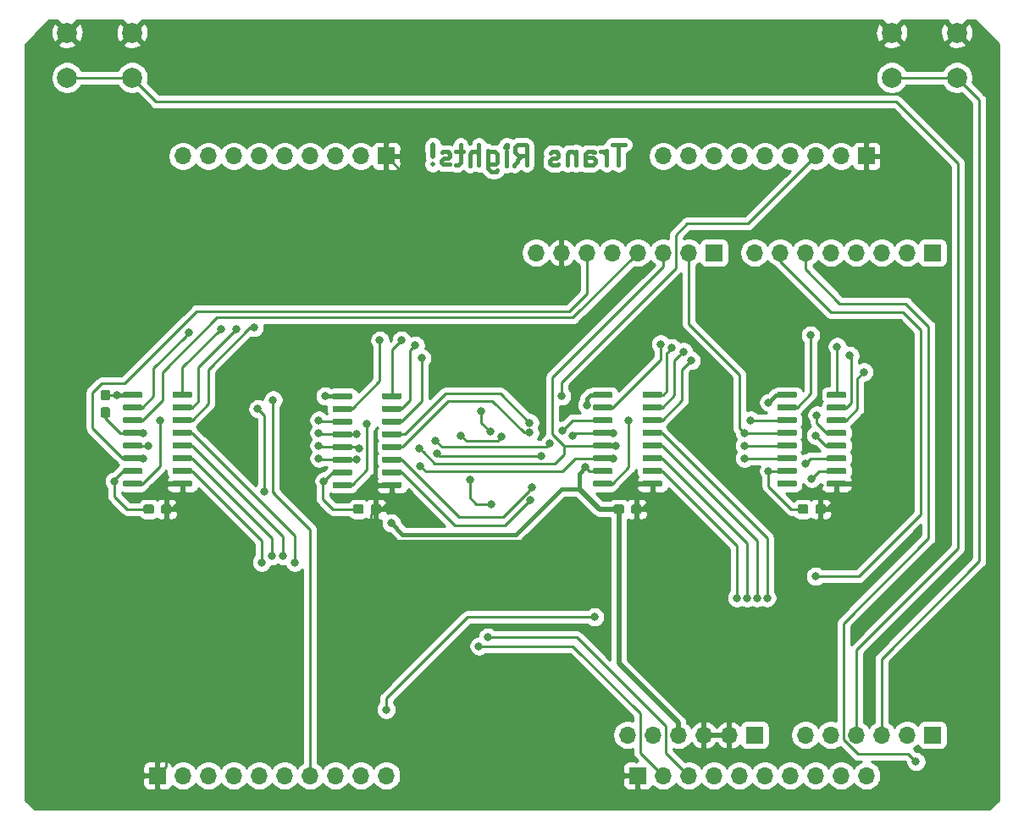
<source format=gbr>
G04 #@! TF.GenerationSoftware,KiCad,Pcbnew,5.1.5*
G04 #@! TF.CreationDate,2019-12-27T12:01:36+00:00*
G04 #@! TF.ProjectId,wkday,776b6461-792e-46b6-9963-61645f706362,rev?*
G04 #@! TF.SameCoordinates,Original*
G04 #@! TF.FileFunction,Copper,L2,Bot*
G04 #@! TF.FilePolarity,Positive*
%FSLAX46Y46*%
G04 Gerber Fmt 4.6, Leading zero omitted, Abs format (unit mm)*
G04 Created by KiCad (PCBNEW 5.1.5) date 2019-12-27 12:01:36*
%MOMM*%
%LPD*%
G04 APERTURE LIST*
%ADD10C,0.100000*%
%ADD11C,2.000000*%
%ADD12O,1.700000X1.700000*%
%ADD13R,1.700000X1.700000*%
%ADD14C,0.800000*%
%ADD15C,0.400000*%
%ADD16C,0.500000*%
%ADD17C,0.250000*%
%ADD18C,0.254000*%
G04 APERTURE END LIST*
G04 #@! TA.AperFunction,SMDPad,CuDef*
D10*
G36*
X197119703Y-79710722D02*
G01*
X197134264Y-79712882D01*
X197148543Y-79716459D01*
X197162403Y-79721418D01*
X197175710Y-79727712D01*
X197188336Y-79735280D01*
X197200159Y-79744048D01*
X197211066Y-79753934D01*
X197220952Y-79764841D01*
X197229720Y-79776664D01*
X197237288Y-79789290D01*
X197243582Y-79802597D01*
X197248541Y-79816457D01*
X197252118Y-79830736D01*
X197254278Y-79845297D01*
X197255000Y-79860000D01*
X197255000Y-80160000D01*
X197254278Y-80174703D01*
X197252118Y-80189264D01*
X197248541Y-80203543D01*
X197243582Y-80217403D01*
X197237288Y-80230710D01*
X197229720Y-80243336D01*
X197220952Y-80255159D01*
X197211066Y-80266066D01*
X197200159Y-80275952D01*
X197188336Y-80284720D01*
X197175710Y-80292288D01*
X197162403Y-80298582D01*
X197148543Y-80303541D01*
X197134264Y-80307118D01*
X197119703Y-80309278D01*
X197105000Y-80310000D01*
X195455000Y-80310000D01*
X195440297Y-80309278D01*
X195425736Y-80307118D01*
X195411457Y-80303541D01*
X195397597Y-80298582D01*
X195384290Y-80292288D01*
X195371664Y-80284720D01*
X195359841Y-80275952D01*
X195348934Y-80266066D01*
X195339048Y-80255159D01*
X195330280Y-80243336D01*
X195322712Y-80230710D01*
X195316418Y-80217403D01*
X195311459Y-80203543D01*
X195307882Y-80189264D01*
X195305722Y-80174703D01*
X195305000Y-80160000D01*
X195305000Y-79860000D01*
X195305722Y-79845297D01*
X195307882Y-79830736D01*
X195311459Y-79816457D01*
X195316418Y-79802597D01*
X195322712Y-79789290D01*
X195330280Y-79776664D01*
X195339048Y-79764841D01*
X195348934Y-79753934D01*
X195359841Y-79744048D01*
X195371664Y-79735280D01*
X195384290Y-79727712D01*
X195397597Y-79721418D01*
X195411457Y-79716459D01*
X195425736Y-79712882D01*
X195440297Y-79710722D01*
X195455000Y-79710000D01*
X197105000Y-79710000D01*
X197119703Y-79710722D01*
G37*
G04 #@! TD.AperFunction*
G04 #@! TA.AperFunction,SMDPad,CuDef*
G36*
X197119703Y-80980722D02*
G01*
X197134264Y-80982882D01*
X197148543Y-80986459D01*
X197162403Y-80991418D01*
X197175710Y-80997712D01*
X197188336Y-81005280D01*
X197200159Y-81014048D01*
X197211066Y-81023934D01*
X197220952Y-81034841D01*
X197229720Y-81046664D01*
X197237288Y-81059290D01*
X197243582Y-81072597D01*
X197248541Y-81086457D01*
X197252118Y-81100736D01*
X197254278Y-81115297D01*
X197255000Y-81130000D01*
X197255000Y-81430000D01*
X197254278Y-81444703D01*
X197252118Y-81459264D01*
X197248541Y-81473543D01*
X197243582Y-81487403D01*
X197237288Y-81500710D01*
X197229720Y-81513336D01*
X197220952Y-81525159D01*
X197211066Y-81536066D01*
X197200159Y-81545952D01*
X197188336Y-81554720D01*
X197175710Y-81562288D01*
X197162403Y-81568582D01*
X197148543Y-81573541D01*
X197134264Y-81577118D01*
X197119703Y-81579278D01*
X197105000Y-81580000D01*
X195455000Y-81580000D01*
X195440297Y-81579278D01*
X195425736Y-81577118D01*
X195411457Y-81573541D01*
X195397597Y-81568582D01*
X195384290Y-81562288D01*
X195371664Y-81554720D01*
X195359841Y-81545952D01*
X195348934Y-81536066D01*
X195339048Y-81525159D01*
X195330280Y-81513336D01*
X195322712Y-81500710D01*
X195316418Y-81487403D01*
X195311459Y-81473543D01*
X195307882Y-81459264D01*
X195305722Y-81444703D01*
X195305000Y-81430000D01*
X195305000Y-81130000D01*
X195305722Y-81115297D01*
X195307882Y-81100736D01*
X195311459Y-81086457D01*
X195316418Y-81072597D01*
X195322712Y-81059290D01*
X195330280Y-81046664D01*
X195339048Y-81034841D01*
X195348934Y-81023934D01*
X195359841Y-81014048D01*
X195371664Y-81005280D01*
X195384290Y-80997712D01*
X195397597Y-80991418D01*
X195411457Y-80986459D01*
X195425736Y-80982882D01*
X195440297Y-80980722D01*
X195455000Y-80980000D01*
X197105000Y-80980000D01*
X197119703Y-80980722D01*
G37*
G04 #@! TD.AperFunction*
G04 #@! TA.AperFunction,SMDPad,CuDef*
G36*
X197119703Y-82250722D02*
G01*
X197134264Y-82252882D01*
X197148543Y-82256459D01*
X197162403Y-82261418D01*
X197175710Y-82267712D01*
X197188336Y-82275280D01*
X197200159Y-82284048D01*
X197211066Y-82293934D01*
X197220952Y-82304841D01*
X197229720Y-82316664D01*
X197237288Y-82329290D01*
X197243582Y-82342597D01*
X197248541Y-82356457D01*
X197252118Y-82370736D01*
X197254278Y-82385297D01*
X197255000Y-82400000D01*
X197255000Y-82700000D01*
X197254278Y-82714703D01*
X197252118Y-82729264D01*
X197248541Y-82743543D01*
X197243582Y-82757403D01*
X197237288Y-82770710D01*
X197229720Y-82783336D01*
X197220952Y-82795159D01*
X197211066Y-82806066D01*
X197200159Y-82815952D01*
X197188336Y-82824720D01*
X197175710Y-82832288D01*
X197162403Y-82838582D01*
X197148543Y-82843541D01*
X197134264Y-82847118D01*
X197119703Y-82849278D01*
X197105000Y-82850000D01*
X195455000Y-82850000D01*
X195440297Y-82849278D01*
X195425736Y-82847118D01*
X195411457Y-82843541D01*
X195397597Y-82838582D01*
X195384290Y-82832288D01*
X195371664Y-82824720D01*
X195359841Y-82815952D01*
X195348934Y-82806066D01*
X195339048Y-82795159D01*
X195330280Y-82783336D01*
X195322712Y-82770710D01*
X195316418Y-82757403D01*
X195311459Y-82743543D01*
X195307882Y-82729264D01*
X195305722Y-82714703D01*
X195305000Y-82700000D01*
X195305000Y-82400000D01*
X195305722Y-82385297D01*
X195307882Y-82370736D01*
X195311459Y-82356457D01*
X195316418Y-82342597D01*
X195322712Y-82329290D01*
X195330280Y-82316664D01*
X195339048Y-82304841D01*
X195348934Y-82293934D01*
X195359841Y-82284048D01*
X195371664Y-82275280D01*
X195384290Y-82267712D01*
X195397597Y-82261418D01*
X195411457Y-82256459D01*
X195425736Y-82252882D01*
X195440297Y-82250722D01*
X195455000Y-82250000D01*
X197105000Y-82250000D01*
X197119703Y-82250722D01*
G37*
G04 #@! TD.AperFunction*
G04 #@! TA.AperFunction,SMDPad,CuDef*
G36*
X197119703Y-83520722D02*
G01*
X197134264Y-83522882D01*
X197148543Y-83526459D01*
X197162403Y-83531418D01*
X197175710Y-83537712D01*
X197188336Y-83545280D01*
X197200159Y-83554048D01*
X197211066Y-83563934D01*
X197220952Y-83574841D01*
X197229720Y-83586664D01*
X197237288Y-83599290D01*
X197243582Y-83612597D01*
X197248541Y-83626457D01*
X197252118Y-83640736D01*
X197254278Y-83655297D01*
X197255000Y-83670000D01*
X197255000Y-83970000D01*
X197254278Y-83984703D01*
X197252118Y-83999264D01*
X197248541Y-84013543D01*
X197243582Y-84027403D01*
X197237288Y-84040710D01*
X197229720Y-84053336D01*
X197220952Y-84065159D01*
X197211066Y-84076066D01*
X197200159Y-84085952D01*
X197188336Y-84094720D01*
X197175710Y-84102288D01*
X197162403Y-84108582D01*
X197148543Y-84113541D01*
X197134264Y-84117118D01*
X197119703Y-84119278D01*
X197105000Y-84120000D01*
X195455000Y-84120000D01*
X195440297Y-84119278D01*
X195425736Y-84117118D01*
X195411457Y-84113541D01*
X195397597Y-84108582D01*
X195384290Y-84102288D01*
X195371664Y-84094720D01*
X195359841Y-84085952D01*
X195348934Y-84076066D01*
X195339048Y-84065159D01*
X195330280Y-84053336D01*
X195322712Y-84040710D01*
X195316418Y-84027403D01*
X195311459Y-84013543D01*
X195307882Y-83999264D01*
X195305722Y-83984703D01*
X195305000Y-83970000D01*
X195305000Y-83670000D01*
X195305722Y-83655297D01*
X195307882Y-83640736D01*
X195311459Y-83626457D01*
X195316418Y-83612597D01*
X195322712Y-83599290D01*
X195330280Y-83586664D01*
X195339048Y-83574841D01*
X195348934Y-83563934D01*
X195359841Y-83554048D01*
X195371664Y-83545280D01*
X195384290Y-83537712D01*
X195397597Y-83531418D01*
X195411457Y-83526459D01*
X195425736Y-83522882D01*
X195440297Y-83520722D01*
X195455000Y-83520000D01*
X197105000Y-83520000D01*
X197119703Y-83520722D01*
G37*
G04 #@! TD.AperFunction*
G04 #@! TA.AperFunction,SMDPad,CuDef*
G36*
X197119703Y-84790722D02*
G01*
X197134264Y-84792882D01*
X197148543Y-84796459D01*
X197162403Y-84801418D01*
X197175710Y-84807712D01*
X197188336Y-84815280D01*
X197200159Y-84824048D01*
X197211066Y-84833934D01*
X197220952Y-84844841D01*
X197229720Y-84856664D01*
X197237288Y-84869290D01*
X197243582Y-84882597D01*
X197248541Y-84896457D01*
X197252118Y-84910736D01*
X197254278Y-84925297D01*
X197255000Y-84940000D01*
X197255000Y-85240000D01*
X197254278Y-85254703D01*
X197252118Y-85269264D01*
X197248541Y-85283543D01*
X197243582Y-85297403D01*
X197237288Y-85310710D01*
X197229720Y-85323336D01*
X197220952Y-85335159D01*
X197211066Y-85346066D01*
X197200159Y-85355952D01*
X197188336Y-85364720D01*
X197175710Y-85372288D01*
X197162403Y-85378582D01*
X197148543Y-85383541D01*
X197134264Y-85387118D01*
X197119703Y-85389278D01*
X197105000Y-85390000D01*
X195455000Y-85390000D01*
X195440297Y-85389278D01*
X195425736Y-85387118D01*
X195411457Y-85383541D01*
X195397597Y-85378582D01*
X195384290Y-85372288D01*
X195371664Y-85364720D01*
X195359841Y-85355952D01*
X195348934Y-85346066D01*
X195339048Y-85335159D01*
X195330280Y-85323336D01*
X195322712Y-85310710D01*
X195316418Y-85297403D01*
X195311459Y-85283543D01*
X195307882Y-85269264D01*
X195305722Y-85254703D01*
X195305000Y-85240000D01*
X195305000Y-84940000D01*
X195305722Y-84925297D01*
X195307882Y-84910736D01*
X195311459Y-84896457D01*
X195316418Y-84882597D01*
X195322712Y-84869290D01*
X195330280Y-84856664D01*
X195339048Y-84844841D01*
X195348934Y-84833934D01*
X195359841Y-84824048D01*
X195371664Y-84815280D01*
X195384290Y-84807712D01*
X195397597Y-84801418D01*
X195411457Y-84796459D01*
X195425736Y-84792882D01*
X195440297Y-84790722D01*
X195455000Y-84790000D01*
X197105000Y-84790000D01*
X197119703Y-84790722D01*
G37*
G04 #@! TD.AperFunction*
G04 #@! TA.AperFunction,SMDPad,CuDef*
G36*
X197119703Y-86060722D02*
G01*
X197134264Y-86062882D01*
X197148543Y-86066459D01*
X197162403Y-86071418D01*
X197175710Y-86077712D01*
X197188336Y-86085280D01*
X197200159Y-86094048D01*
X197211066Y-86103934D01*
X197220952Y-86114841D01*
X197229720Y-86126664D01*
X197237288Y-86139290D01*
X197243582Y-86152597D01*
X197248541Y-86166457D01*
X197252118Y-86180736D01*
X197254278Y-86195297D01*
X197255000Y-86210000D01*
X197255000Y-86510000D01*
X197254278Y-86524703D01*
X197252118Y-86539264D01*
X197248541Y-86553543D01*
X197243582Y-86567403D01*
X197237288Y-86580710D01*
X197229720Y-86593336D01*
X197220952Y-86605159D01*
X197211066Y-86616066D01*
X197200159Y-86625952D01*
X197188336Y-86634720D01*
X197175710Y-86642288D01*
X197162403Y-86648582D01*
X197148543Y-86653541D01*
X197134264Y-86657118D01*
X197119703Y-86659278D01*
X197105000Y-86660000D01*
X195455000Y-86660000D01*
X195440297Y-86659278D01*
X195425736Y-86657118D01*
X195411457Y-86653541D01*
X195397597Y-86648582D01*
X195384290Y-86642288D01*
X195371664Y-86634720D01*
X195359841Y-86625952D01*
X195348934Y-86616066D01*
X195339048Y-86605159D01*
X195330280Y-86593336D01*
X195322712Y-86580710D01*
X195316418Y-86567403D01*
X195311459Y-86553543D01*
X195307882Y-86539264D01*
X195305722Y-86524703D01*
X195305000Y-86510000D01*
X195305000Y-86210000D01*
X195305722Y-86195297D01*
X195307882Y-86180736D01*
X195311459Y-86166457D01*
X195316418Y-86152597D01*
X195322712Y-86139290D01*
X195330280Y-86126664D01*
X195339048Y-86114841D01*
X195348934Y-86103934D01*
X195359841Y-86094048D01*
X195371664Y-86085280D01*
X195384290Y-86077712D01*
X195397597Y-86071418D01*
X195411457Y-86066459D01*
X195425736Y-86062882D01*
X195440297Y-86060722D01*
X195455000Y-86060000D01*
X197105000Y-86060000D01*
X197119703Y-86060722D01*
G37*
G04 #@! TD.AperFunction*
G04 #@! TA.AperFunction,SMDPad,CuDef*
G36*
X197119703Y-87330722D02*
G01*
X197134264Y-87332882D01*
X197148543Y-87336459D01*
X197162403Y-87341418D01*
X197175710Y-87347712D01*
X197188336Y-87355280D01*
X197200159Y-87364048D01*
X197211066Y-87373934D01*
X197220952Y-87384841D01*
X197229720Y-87396664D01*
X197237288Y-87409290D01*
X197243582Y-87422597D01*
X197248541Y-87436457D01*
X197252118Y-87450736D01*
X197254278Y-87465297D01*
X197255000Y-87480000D01*
X197255000Y-87780000D01*
X197254278Y-87794703D01*
X197252118Y-87809264D01*
X197248541Y-87823543D01*
X197243582Y-87837403D01*
X197237288Y-87850710D01*
X197229720Y-87863336D01*
X197220952Y-87875159D01*
X197211066Y-87886066D01*
X197200159Y-87895952D01*
X197188336Y-87904720D01*
X197175710Y-87912288D01*
X197162403Y-87918582D01*
X197148543Y-87923541D01*
X197134264Y-87927118D01*
X197119703Y-87929278D01*
X197105000Y-87930000D01*
X195455000Y-87930000D01*
X195440297Y-87929278D01*
X195425736Y-87927118D01*
X195411457Y-87923541D01*
X195397597Y-87918582D01*
X195384290Y-87912288D01*
X195371664Y-87904720D01*
X195359841Y-87895952D01*
X195348934Y-87886066D01*
X195339048Y-87875159D01*
X195330280Y-87863336D01*
X195322712Y-87850710D01*
X195316418Y-87837403D01*
X195311459Y-87823543D01*
X195307882Y-87809264D01*
X195305722Y-87794703D01*
X195305000Y-87780000D01*
X195305000Y-87480000D01*
X195305722Y-87465297D01*
X195307882Y-87450736D01*
X195311459Y-87436457D01*
X195316418Y-87422597D01*
X195322712Y-87409290D01*
X195330280Y-87396664D01*
X195339048Y-87384841D01*
X195348934Y-87373934D01*
X195359841Y-87364048D01*
X195371664Y-87355280D01*
X195384290Y-87347712D01*
X195397597Y-87341418D01*
X195411457Y-87336459D01*
X195425736Y-87332882D01*
X195440297Y-87330722D01*
X195455000Y-87330000D01*
X197105000Y-87330000D01*
X197119703Y-87330722D01*
G37*
G04 #@! TD.AperFunction*
G04 #@! TA.AperFunction,SMDPad,CuDef*
G36*
X197119703Y-88600722D02*
G01*
X197134264Y-88602882D01*
X197148543Y-88606459D01*
X197162403Y-88611418D01*
X197175710Y-88617712D01*
X197188336Y-88625280D01*
X197200159Y-88634048D01*
X197211066Y-88643934D01*
X197220952Y-88654841D01*
X197229720Y-88666664D01*
X197237288Y-88679290D01*
X197243582Y-88692597D01*
X197248541Y-88706457D01*
X197252118Y-88720736D01*
X197254278Y-88735297D01*
X197255000Y-88750000D01*
X197255000Y-89050000D01*
X197254278Y-89064703D01*
X197252118Y-89079264D01*
X197248541Y-89093543D01*
X197243582Y-89107403D01*
X197237288Y-89120710D01*
X197229720Y-89133336D01*
X197220952Y-89145159D01*
X197211066Y-89156066D01*
X197200159Y-89165952D01*
X197188336Y-89174720D01*
X197175710Y-89182288D01*
X197162403Y-89188582D01*
X197148543Y-89193541D01*
X197134264Y-89197118D01*
X197119703Y-89199278D01*
X197105000Y-89200000D01*
X195455000Y-89200000D01*
X195440297Y-89199278D01*
X195425736Y-89197118D01*
X195411457Y-89193541D01*
X195397597Y-89188582D01*
X195384290Y-89182288D01*
X195371664Y-89174720D01*
X195359841Y-89165952D01*
X195348934Y-89156066D01*
X195339048Y-89145159D01*
X195330280Y-89133336D01*
X195322712Y-89120710D01*
X195316418Y-89107403D01*
X195311459Y-89093543D01*
X195307882Y-89079264D01*
X195305722Y-89064703D01*
X195305000Y-89050000D01*
X195305000Y-88750000D01*
X195305722Y-88735297D01*
X195307882Y-88720736D01*
X195311459Y-88706457D01*
X195316418Y-88692597D01*
X195322712Y-88679290D01*
X195330280Y-88666664D01*
X195339048Y-88654841D01*
X195348934Y-88643934D01*
X195359841Y-88634048D01*
X195371664Y-88625280D01*
X195384290Y-88617712D01*
X195397597Y-88611418D01*
X195411457Y-88606459D01*
X195425736Y-88602882D01*
X195440297Y-88600722D01*
X195455000Y-88600000D01*
X197105000Y-88600000D01*
X197119703Y-88600722D01*
G37*
G04 #@! TD.AperFunction*
G04 #@! TA.AperFunction,SMDPad,CuDef*
G36*
X202069703Y-88600722D02*
G01*
X202084264Y-88602882D01*
X202098543Y-88606459D01*
X202112403Y-88611418D01*
X202125710Y-88617712D01*
X202138336Y-88625280D01*
X202150159Y-88634048D01*
X202161066Y-88643934D01*
X202170952Y-88654841D01*
X202179720Y-88666664D01*
X202187288Y-88679290D01*
X202193582Y-88692597D01*
X202198541Y-88706457D01*
X202202118Y-88720736D01*
X202204278Y-88735297D01*
X202205000Y-88750000D01*
X202205000Y-89050000D01*
X202204278Y-89064703D01*
X202202118Y-89079264D01*
X202198541Y-89093543D01*
X202193582Y-89107403D01*
X202187288Y-89120710D01*
X202179720Y-89133336D01*
X202170952Y-89145159D01*
X202161066Y-89156066D01*
X202150159Y-89165952D01*
X202138336Y-89174720D01*
X202125710Y-89182288D01*
X202112403Y-89188582D01*
X202098543Y-89193541D01*
X202084264Y-89197118D01*
X202069703Y-89199278D01*
X202055000Y-89200000D01*
X200405000Y-89200000D01*
X200390297Y-89199278D01*
X200375736Y-89197118D01*
X200361457Y-89193541D01*
X200347597Y-89188582D01*
X200334290Y-89182288D01*
X200321664Y-89174720D01*
X200309841Y-89165952D01*
X200298934Y-89156066D01*
X200289048Y-89145159D01*
X200280280Y-89133336D01*
X200272712Y-89120710D01*
X200266418Y-89107403D01*
X200261459Y-89093543D01*
X200257882Y-89079264D01*
X200255722Y-89064703D01*
X200255000Y-89050000D01*
X200255000Y-88750000D01*
X200255722Y-88735297D01*
X200257882Y-88720736D01*
X200261459Y-88706457D01*
X200266418Y-88692597D01*
X200272712Y-88679290D01*
X200280280Y-88666664D01*
X200289048Y-88654841D01*
X200298934Y-88643934D01*
X200309841Y-88634048D01*
X200321664Y-88625280D01*
X200334290Y-88617712D01*
X200347597Y-88611418D01*
X200361457Y-88606459D01*
X200375736Y-88602882D01*
X200390297Y-88600722D01*
X200405000Y-88600000D01*
X202055000Y-88600000D01*
X202069703Y-88600722D01*
G37*
G04 #@! TD.AperFunction*
G04 #@! TA.AperFunction,SMDPad,CuDef*
G36*
X202069703Y-87330722D02*
G01*
X202084264Y-87332882D01*
X202098543Y-87336459D01*
X202112403Y-87341418D01*
X202125710Y-87347712D01*
X202138336Y-87355280D01*
X202150159Y-87364048D01*
X202161066Y-87373934D01*
X202170952Y-87384841D01*
X202179720Y-87396664D01*
X202187288Y-87409290D01*
X202193582Y-87422597D01*
X202198541Y-87436457D01*
X202202118Y-87450736D01*
X202204278Y-87465297D01*
X202205000Y-87480000D01*
X202205000Y-87780000D01*
X202204278Y-87794703D01*
X202202118Y-87809264D01*
X202198541Y-87823543D01*
X202193582Y-87837403D01*
X202187288Y-87850710D01*
X202179720Y-87863336D01*
X202170952Y-87875159D01*
X202161066Y-87886066D01*
X202150159Y-87895952D01*
X202138336Y-87904720D01*
X202125710Y-87912288D01*
X202112403Y-87918582D01*
X202098543Y-87923541D01*
X202084264Y-87927118D01*
X202069703Y-87929278D01*
X202055000Y-87930000D01*
X200405000Y-87930000D01*
X200390297Y-87929278D01*
X200375736Y-87927118D01*
X200361457Y-87923541D01*
X200347597Y-87918582D01*
X200334290Y-87912288D01*
X200321664Y-87904720D01*
X200309841Y-87895952D01*
X200298934Y-87886066D01*
X200289048Y-87875159D01*
X200280280Y-87863336D01*
X200272712Y-87850710D01*
X200266418Y-87837403D01*
X200261459Y-87823543D01*
X200257882Y-87809264D01*
X200255722Y-87794703D01*
X200255000Y-87780000D01*
X200255000Y-87480000D01*
X200255722Y-87465297D01*
X200257882Y-87450736D01*
X200261459Y-87436457D01*
X200266418Y-87422597D01*
X200272712Y-87409290D01*
X200280280Y-87396664D01*
X200289048Y-87384841D01*
X200298934Y-87373934D01*
X200309841Y-87364048D01*
X200321664Y-87355280D01*
X200334290Y-87347712D01*
X200347597Y-87341418D01*
X200361457Y-87336459D01*
X200375736Y-87332882D01*
X200390297Y-87330722D01*
X200405000Y-87330000D01*
X202055000Y-87330000D01*
X202069703Y-87330722D01*
G37*
G04 #@! TD.AperFunction*
G04 #@! TA.AperFunction,SMDPad,CuDef*
G36*
X202069703Y-86060722D02*
G01*
X202084264Y-86062882D01*
X202098543Y-86066459D01*
X202112403Y-86071418D01*
X202125710Y-86077712D01*
X202138336Y-86085280D01*
X202150159Y-86094048D01*
X202161066Y-86103934D01*
X202170952Y-86114841D01*
X202179720Y-86126664D01*
X202187288Y-86139290D01*
X202193582Y-86152597D01*
X202198541Y-86166457D01*
X202202118Y-86180736D01*
X202204278Y-86195297D01*
X202205000Y-86210000D01*
X202205000Y-86510000D01*
X202204278Y-86524703D01*
X202202118Y-86539264D01*
X202198541Y-86553543D01*
X202193582Y-86567403D01*
X202187288Y-86580710D01*
X202179720Y-86593336D01*
X202170952Y-86605159D01*
X202161066Y-86616066D01*
X202150159Y-86625952D01*
X202138336Y-86634720D01*
X202125710Y-86642288D01*
X202112403Y-86648582D01*
X202098543Y-86653541D01*
X202084264Y-86657118D01*
X202069703Y-86659278D01*
X202055000Y-86660000D01*
X200405000Y-86660000D01*
X200390297Y-86659278D01*
X200375736Y-86657118D01*
X200361457Y-86653541D01*
X200347597Y-86648582D01*
X200334290Y-86642288D01*
X200321664Y-86634720D01*
X200309841Y-86625952D01*
X200298934Y-86616066D01*
X200289048Y-86605159D01*
X200280280Y-86593336D01*
X200272712Y-86580710D01*
X200266418Y-86567403D01*
X200261459Y-86553543D01*
X200257882Y-86539264D01*
X200255722Y-86524703D01*
X200255000Y-86510000D01*
X200255000Y-86210000D01*
X200255722Y-86195297D01*
X200257882Y-86180736D01*
X200261459Y-86166457D01*
X200266418Y-86152597D01*
X200272712Y-86139290D01*
X200280280Y-86126664D01*
X200289048Y-86114841D01*
X200298934Y-86103934D01*
X200309841Y-86094048D01*
X200321664Y-86085280D01*
X200334290Y-86077712D01*
X200347597Y-86071418D01*
X200361457Y-86066459D01*
X200375736Y-86062882D01*
X200390297Y-86060722D01*
X200405000Y-86060000D01*
X202055000Y-86060000D01*
X202069703Y-86060722D01*
G37*
G04 #@! TD.AperFunction*
G04 #@! TA.AperFunction,SMDPad,CuDef*
G36*
X202069703Y-84790722D02*
G01*
X202084264Y-84792882D01*
X202098543Y-84796459D01*
X202112403Y-84801418D01*
X202125710Y-84807712D01*
X202138336Y-84815280D01*
X202150159Y-84824048D01*
X202161066Y-84833934D01*
X202170952Y-84844841D01*
X202179720Y-84856664D01*
X202187288Y-84869290D01*
X202193582Y-84882597D01*
X202198541Y-84896457D01*
X202202118Y-84910736D01*
X202204278Y-84925297D01*
X202205000Y-84940000D01*
X202205000Y-85240000D01*
X202204278Y-85254703D01*
X202202118Y-85269264D01*
X202198541Y-85283543D01*
X202193582Y-85297403D01*
X202187288Y-85310710D01*
X202179720Y-85323336D01*
X202170952Y-85335159D01*
X202161066Y-85346066D01*
X202150159Y-85355952D01*
X202138336Y-85364720D01*
X202125710Y-85372288D01*
X202112403Y-85378582D01*
X202098543Y-85383541D01*
X202084264Y-85387118D01*
X202069703Y-85389278D01*
X202055000Y-85390000D01*
X200405000Y-85390000D01*
X200390297Y-85389278D01*
X200375736Y-85387118D01*
X200361457Y-85383541D01*
X200347597Y-85378582D01*
X200334290Y-85372288D01*
X200321664Y-85364720D01*
X200309841Y-85355952D01*
X200298934Y-85346066D01*
X200289048Y-85335159D01*
X200280280Y-85323336D01*
X200272712Y-85310710D01*
X200266418Y-85297403D01*
X200261459Y-85283543D01*
X200257882Y-85269264D01*
X200255722Y-85254703D01*
X200255000Y-85240000D01*
X200255000Y-84940000D01*
X200255722Y-84925297D01*
X200257882Y-84910736D01*
X200261459Y-84896457D01*
X200266418Y-84882597D01*
X200272712Y-84869290D01*
X200280280Y-84856664D01*
X200289048Y-84844841D01*
X200298934Y-84833934D01*
X200309841Y-84824048D01*
X200321664Y-84815280D01*
X200334290Y-84807712D01*
X200347597Y-84801418D01*
X200361457Y-84796459D01*
X200375736Y-84792882D01*
X200390297Y-84790722D01*
X200405000Y-84790000D01*
X202055000Y-84790000D01*
X202069703Y-84790722D01*
G37*
G04 #@! TD.AperFunction*
G04 #@! TA.AperFunction,SMDPad,CuDef*
G36*
X202069703Y-83520722D02*
G01*
X202084264Y-83522882D01*
X202098543Y-83526459D01*
X202112403Y-83531418D01*
X202125710Y-83537712D01*
X202138336Y-83545280D01*
X202150159Y-83554048D01*
X202161066Y-83563934D01*
X202170952Y-83574841D01*
X202179720Y-83586664D01*
X202187288Y-83599290D01*
X202193582Y-83612597D01*
X202198541Y-83626457D01*
X202202118Y-83640736D01*
X202204278Y-83655297D01*
X202205000Y-83670000D01*
X202205000Y-83970000D01*
X202204278Y-83984703D01*
X202202118Y-83999264D01*
X202198541Y-84013543D01*
X202193582Y-84027403D01*
X202187288Y-84040710D01*
X202179720Y-84053336D01*
X202170952Y-84065159D01*
X202161066Y-84076066D01*
X202150159Y-84085952D01*
X202138336Y-84094720D01*
X202125710Y-84102288D01*
X202112403Y-84108582D01*
X202098543Y-84113541D01*
X202084264Y-84117118D01*
X202069703Y-84119278D01*
X202055000Y-84120000D01*
X200405000Y-84120000D01*
X200390297Y-84119278D01*
X200375736Y-84117118D01*
X200361457Y-84113541D01*
X200347597Y-84108582D01*
X200334290Y-84102288D01*
X200321664Y-84094720D01*
X200309841Y-84085952D01*
X200298934Y-84076066D01*
X200289048Y-84065159D01*
X200280280Y-84053336D01*
X200272712Y-84040710D01*
X200266418Y-84027403D01*
X200261459Y-84013543D01*
X200257882Y-83999264D01*
X200255722Y-83984703D01*
X200255000Y-83970000D01*
X200255000Y-83670000D01*
X200255722Y-83655297D01*
X200257882Y-83640736D01*
X200261459Y-83626457D01*
X200266418Y-83612597D01*
X200272712Y-83599290D01*
X200280280Y-83586664D01*
X200289048Y-83574841D01*
X200298934Y-83563934D01*
X200309841Y-83554048D01*
X200321664Y-83545280D01*
X200334290Y-83537712D01*
X200347597Y-83531418D01*
X200361457Y-83526459D01*
X200375736Y-83522882D01*
X200390297Y-83520722D01*
X200405000Y-83520000D01*
X202055000Y-83520000D01*
X202069703Y-83520722D01*
G37*
G04 #@! TD.AperFunction*
G04 #@! TA.AperFunction,SMDPad,CuDef*
G36*
X202069703Y-82250722D02*
G01*
X202084264Y-82252882D01*
X202098543Y-82256459D01*
X202112403Y-82261418D01*
X202125710Y-82267712D01*
X202138336Y-82275280D01*
X202150159Y-82284048D01*
X202161066Y-82293934D01*
X202170952Y-82304841D01*
X202179720Y-82316664D01*
X202187288Y-82329290D01*
X202193582Y-82342597D01*
X202198541Y-82356457D01*
X202202118Y-82370736D01*
X202204278Y-82385297D01*
X202205000Y-82400000D01*
X202205000Y-82700000D01*
X202204278Y-82714703D01*
X202202118Y-82729264D01*
X202198541Y-82743543D01*
X202193582Y-82757403D01*
X202187288Y-82770710D01*
X202179720Y-82783336D01*
X202170952Y-82795159D01*
X202161066Y-82806066D01*
X202150159Y-82815952D01*
X202138336Y-82824720D01*
X202125710Y-82832288D01*
X202112403Y-82838582D01*
X202098543Y-82843541D01*
X202084264Y-82847118D01*
X202069703Y-82849278D01*
X202055000Y-82850000D01*
X200405000Y-82850000D01*
X200390297Y-82849278D01*
X200375736Y-82847118D01*
X200361457Y-82843541D01*
X200347597Y-82838582D01*
X200334290Y-82832288D01*
X200321664Y-82824720D01*
X200309841Y-82815952D01*
X200298934Y-82806066D01*
X200289048Y-82795159D01*
X200280280Y-82783336D01*
X200272712Y-82770710D01*
X200266418Y-82757403D01*
X200261459Y-82743543D01*
X200257882Y-82729264D01*
X200255722Y-82714703D01*
X200255000Y-82700000D01*
X200255000Y-82400000D01*
X200255722Y-82385297D01*
X200257882Y-82370736D01*
X200261459Y-82356457D01*
X200266418Y-82342597D01*
X200272712Y-82329290D01*
X200280280Y-82316664D01*
X200289048Y-82304841D01*
X200298934Y-82293934D01*
X200309841Y-82284048D01*
X200321664Y-82275280D01*
X200334290Y-82267712D01*
X200347597Y-82261418D01*
X200361457Y-82256459D01*
X200375736Y-82252882D01*
X200390297Y-82250722D01*
X200405000Y-82250000D01*
X202055000Y-82250000D01*
X202069703Y-82250722D01*
G37*
G04 #@! TD.AperFunction*
G04 #@! TA.AperFunction,SMDPad,CuDef*
G36*
X202069703Y-80980722D02*
G01*
X202084264Y-80982882D01*
X202098543Y-80986459D01*
X202112403Y-80991418D01*
X202125710Y-80997712D01*
X202138336Y-81005280D01*
X202150159Y-81014048D01*
X202161066Y-81023934D01*
X202170952Y-81034841D01*
X202179720Y-81046664D01*
X202187288Y-81059290D01*
X202193582Y-81072597D01*
X202198541Y-81086457D01*
X202202118Y-81100736D01*
X202204278Y-81115297D01*
X202205000Y-81130000D01*
X202205000Y-81430000D01*
X202204278Y-81444703D01*
X202202118Y-81459264D01*
X202198541Y-81473543D01*
X202193582Y-81487403D01*
X202187288Y-81500710D01*
X202179720Y-81513336D01*
X202170952Y-81525159D01*
X202161066Y-81536066D01*
X202150159Y-81545952D01*
X202138336Y-81554720D01*
X202125710Y-81562288D01*
X202112403Y-81568582D01*
X202098543Y-81573541D01*
X202084264Y-81577118D01*
X202069703Y-81579278D01*
X202055000Y-81580000D01*
X200405000Y-81580000D01*
X200390297Y-81579278D01*
X200375736Y-81577118D01*
X200361457Y-81573541D01*
X200347597Y-81568582D01*
X200334290Y-81562288D01*
X200321664Y-81554720D01*
X200309841Y-81545952D01*
X200298934Y-81536066D01*
X200289048Y-81525159D01*
X200280280Y-81513336D01*
X200272712Y-81500710D01*
X200266418Y-81487403D01*
X200261459Y-81473543D01*
X200257882Y-81459264D01*
X200255722Y-81444703D01*
X200255000Y-81430000D01*
X200255000Y-81130000D01*
X200255722Y-81115297D01*
X200257882Y-81100736D01*
X200261459Y-81086457D01*
X200266418Y-81072597D01*
X200272712Y-81059290D01*
X200280280Y-81046664D01*
X200289048Y-81034841D01*
X200298934Y-81023934D01*
X200309841Y-81014048D01*
X200321664Y-81005280D01*
X200334290Y-80997712D01*
X200347597Y-80991418D01*
X200361457Y-80986459D01*
X200375736Y-80982882D01*
X200390297Y-80980722D01*
X200405000Y-80980000D01*
X202055000Y-80980000D01*
X202069703Y-80980722D01*
G37*
G04 #@! TD.AperFunction*
G04 #@! TA.AperFunction,SMDPad,CuDef*
G36*
X202069703Y-79710722D02*
G01*
X202084264Y-79712882D01*
X202098543Y-79716459D01*
X202112403Y-79721418D01*
X202125710Y-79727712D01*
X202138336Y-79735280D01*
X202150159Y-79744048D01*
X202161066Y-79753934D01*
X202170952Y-79764841D01*
X202179720Y-79776664D01*
X202187288Y-79789290D01*
X202193582Y-79802597D01*
X202198541Y-79816457D01*
X202202118Y-79830736D01*
X202204278Y-79845297D01*
X202205000Y-79860000D01*
X202205000Y-80160000D01*
X202204278Y-80174703D01*
X202202118Y-80189264D01*
X202198541Y-80203543D01*
X202193582Y-80217403D01*
X202187288Y-80230710D01*
X202179720Y-80243336D01*
X202170952Y-80255159D01*
X202161066Y-80266066D01*
X202150159Y-80275952D01*
X202138336Y-80284720D01*
X202125710Y-80292288D01*
X202112403Y-80298582D01*
X202098543Y-80303541D01*
X202084264Y-80307118D01*
X202069703Y-80309278D01*
X202055000Y-80310000D01*
X200405000Y-80310000D01*
X200390297Y-80309278D01*
X200375736Y-80307118D01*
X200361457Y-80303541D01*
X200347597Y-80298582D01*
X200334290Y-80292288D01*
X200321664Y-80284720D01*
X200309841Y-80275952D01*
X200298934Y-80266066D01*
X200289048Y-80255159D01*
X200280280Y-80243336D01*
X200272712Y-80230710D01*
X200266418Y-80217403D01*
X200261459Y-80203543D01*
X200257882Y-80189264D01*
X200255722Y-80174703D01*
X200255000Y-80160000D01*
X200255000Y-79860000D01*
X200255722Y-79845297D01*
X200257882Y-79830736D01*
X200261459Y-79816457D01*
X200266418Y-79802597D01*
X200272712Y-79789290D01*
X200280280Y-79776664D01*
X200289048Y-79764841D01*
X200298934Y-79753934D01*
X200309841Y-79744048D01*
X200321664Y-79735280D01*
X200334290Y-79727712D01*
X200347597Y-79721418D01*
X200361457Y-79716459D01*
X200375736Y-79712882D01*
X200390297Y-79710722D01*
X200405000Y-79710000D01*
X202055000Y-79710000D01*
X202069703Y-79710722D01*
G37*
G04 #@! TD.AperFunction*
G04 #@! TA.AperFunction,SMDPad,CuDef*
G36*
X178704703Y-79710722D02*
G01*
X178719264Y-79712882D01*
X178733543Y-79716459D01*
X178747403Y-79721418D01*
X178760710Y-79727712D01*
X178773336Y-79735280D01*
X178785159Y-79744048D01*
X178796066Y-79753934D01*
X178805952Y-79764841D01*
X178814720Y-79776664D01*
X178822288Y-79789290D01*
X178828582Y-79802597D01*
X178833541Y-79816457D01*
X178837118Y-79830736D01*
X178839278Y-79845297D01*
X178840000Y-79860000D01*
X178840000Y-80160000D01*
X178839278Y-80174703D01*
X178837118Y-80189264D01*
X178833541Y-80203543D01*
X178828582Y-80217403D01*
X178822288Y-80230710D01*
X178814720Y-80243336D01*
X178805952Y-80255159D01*
X178796066Y-80266066D01*
X178785159Y-80275952D01*
X178773336Y-80284720D01*
X178760710Y-80292288D01*
X178747403Y-80298582D01*
X178733543Y-80303541D01*
X178719264Y-80307118D01*
X178704703Y-80309278D01*
X178690000Y-80310000D01*
X177040000Y-80310000D01*
X177025297Y-80309278D01*
X177010736Y-80307118D01*
X176996457Y-80303541D01*
X176982597Y-80298582D01*
X176969290Y-80292288D01*
X176956664Y-80284720D01*
X176944841Y-80275952D01*
X176933934Y-80266066D01*
X176924048Y-80255159D01*
X176915280Y-80243336D01*
X176907712Y-80230710D01*
X176901418Y-80217403D01*
X176896459Y-80203543D01*
X176892882Y-80189264D01*
X176890722Y-80174703D01*
X176890000Y-80160000D01*
X176890000Y-79860000D01*
X176890722Y-79845297D01*
X176892882Y-79830736D01*
X176896459Y-79816457D01*
X176901418Y-79802597D01*
X176907712Y-79789290D01*
X176915280Y-79776664D01*
X176924048Y-79764841D01*
X176933934Y-79753934D01*
X176944841Y-79744048D01*
X176956664Y-79735280D01*
X176969290Y-79727712D01*
X176982597Y-79721418D01*
X176996457Y-79716459D01*
X177010736Y-79712882D01*
X177025297Y-79710722D01*
X177040000Y-79710000D01*
X178690000Y-79710000D01*
X178704703Y-79710722D01*
G37*
G04 #@! TD.AperFunction*
G04 #@! TA.AperFunction,SMDPad,CuDef*
G36*
X178704703Y-80980722D02*
G01*
X178719264Y-80982882D01*
X178733543Y-80986459D01*
X178747403Y-80991418D01*
X178760710Y-80997712D01*
X178773336Y-81005280D01*
X178785159Y-81014048D01*
X178796066Y-81023934D01*
X178805952Y-81034841D01*
X178814720Y-81046664D01*
X178822288Y-81059290D01*
X178828582Y-81072597D01*
X178833541Y-81086457D01*
X178837118Y-81100736D01*
X178839278Y-81115297D01*
X178840000Y-81130000D01*
X178840000Y-81430000D01*
X178839278Y-81444703D01*
X178837118Y-81459264D01*
X178833541Y-81473543D01*
X178828582Y-81487403D01*
X178822288Y-81500710D01*
X178814720Y-81513336D01*
X178805952Y-81525159D01*
X178796066Y-81536066D01*
X178785159Y-81545952D01*
X178773336Y-81554720D01*
X178760710Y-81562288D01*
X178747403Y-81568582D01*
X178733543Y-81573541D01*
X178719264Y-81577118D01*
X178704703Y-81579278D01*
X178690000Y-81580000D01*
X177040000Y-81580000D01*
X177025297Y-81579278D01*
X177010736Y-81577118D01*
X176996457Y-81573541D01*
X176982597Y-81568582D01*
X176969290Y-81562288D01*
X176956664Y-81554720D01*
X176944841Y-81545952D01*
X176933934Y-81536066D01*
X176924048Y-81525159D01*
X176915280Y-81513336D01*
X176907712Y-81500710D01*
X176901418Y-81487403D01*
X176896459Y-81473543D01*
X176892882Y-81459264D01*
X176890722Y-81444703D01*
X176890000Y-81430000D01*
X176890000Y-81130000D01*
X176890722Y-81115297D01*
X176892882Y-81100736D01*
X176896459Y-81086457D01*
X176901418Y-81072597D01*
X176907712Y-81059290D01*
X176915280Y-81046664D01*
X176924048Y-81034841D01*
X176933934Y-81023934D01*
X176944841Y-81014048D01*
X176956664Y-81005280D01*
X176969290Y-80997712D01*
X176982597Y-80991418D01*
X176996457Y-80986459D01*
X177010736Y-80982882D01*
X177025297Y-80980722D01*
X177040000Y-80980000D01*
X178690000Y-80980000D01*
X178704703Y-80980722D01*
G37*
G04 #@! TD.AperFunction*
G04 #@! TA.AperFunction,SMDPad,CuDef*
G36*
X178704703Y-82250722D02*
G01*
X178719264Y-82252882D01*
X178733543Y-82256459D01*
X178747403Y-82261418D01*
X178760710Y-82267712D01*
X178773336Y-82275280D01*
X178785159Y-82284048D01*
X178796066Y-82293934D01*
X178805952Y-82304841D01*
X178814720Y-82316664D01*
X178822288Y-82329290D01*
X178828582Y-82342597D01*
X178833541Y-82356457D01*
X178837118Y-82370736D01*
X178839278Y-82385297D01*
X178840000Y-82400000D01*
X178840000Y-82700000D01*
X178839278Y-82714703D01*
X178837118Y-82729264D01*
X178833541Y-82743543D01*
X178828582Y-82757403D01*
X178822288Y-82770710D01*
X178814720Y-82783336D01*
X178805952Y-82795159D01*
X178796066Y-82806066D01*
X178785159Y-82815952D01*
X178773336Y-82824720D01*
X178760710Y-82832288D01*
X178747403Y-82838582D01*
X178733543Y-82843541D01*
X178719264Y-82847118D01*
X178704703Y-82849278D01*
X178690000Y-82850000D01*
X177040000Y-82850000D01*
X177025297Y-82849278D01*
X177010736Y-82847118D01*
X176996457Y-82843541D01*
X176982597Y-82838582D01*
X176969290Y-82832288D01*
X176956664Y-82824720D01*
X176944841Y-82815952D01*
X176933934Y-82806066D01*
X176924048Y-82795159D01*
X176915280Y-82783336D01*
X176907712Y-82770710D01*
X176901418Y-82757403D01*
X176896459Y-82743543D01*
X176892882Y-82729264D01*
X176890722Y-82714703D01*
X176890000Y-82700000D01*
X176890000Y-82400000D01*
X176890722Y-82385297D01*
X176892882Y-82370736D01*
X176896459Y-82356457D01*
X176901418Y-82342597D01*
X176907712Y-82329290D01*
X176915280Y-82316664D01*
X176924048Y-82304841D01*
X176933934Y-82293934D01*
X176944841Y-82284048D01*
X176956664Y-82275280D01*
X176969290Y-82267712D01*
X176982597Y-82261418D01*
X176996457Y-82256459D01*
X177010736Y-82252882D01*
X177025297Y-82250722D01*
X177040000Y-82250000D01*
X178690000Y-82250000D01*
X178704703Y-82250722D01*
G37*
G04 #@! TD.AperFunction*
G04 #@! TA.AperFunction,SMDPad,CuDef*
G36*
X178704703Y-83520722D02*
G01*
X178719264Y-83522882D01*
X178733543Y-83526459D01*
X178747403Y-83531418D01*
X178760710Y-83537712D01*
X178773336Y-83545280D01*
X178785159Y-83554048D01*
X178796066Y-83563934D01*
X178805952Y-83574841D01*
X178814720Y-83586664D01*
X178822288Y-83599290D01*
X178828582Y-83612597D01*
X178833541Y-83626457D01*
X178837118Y-83640736D01*
X178839278Y-83655297D01*
X178840000Y-83670000D01*
X178840000Y-83970000D01*
X178839278Y-83984703D01*
X178837118Y-83999264D01*
X178833541Y-84013543D01*
X178828582Y-84027403D01*
X178822288Y-84040710D01*
X178814720Y-84053336D01*
X178805952Y-84065159D01*
X178796066Y-84076066D01*
X178785159Y-84085952D01*
X178773336Y-84094720D01*
X178760710Y-84102288D01*
X178747403Y-84108582D01*
X178733543Y-84113541D01*
X178719264Y-84117118D01*
X178704703Y-84119278D01*
X178690000Y-84120000D01*
X177040000Y-84120000D01*
X177025297Y-84119278D01*
X177010736Y-84117118D01*
X176996457Y-84113541D01*
X176982597Y-84108582D01*
X176969290Y-84102288D01*
X176956664Y-84094720D01*
X176944841Y-84085952D01*
X176933934Y-84076066D01*
X176924048Y-84065159D01*
X176915280Y-84053336D01*
X176907712Y-84040710D01*
X176901418Y-84027403D01*
X176896459Y-84013543D01*
X176892882Y-83999264D01*
X176890722Y-83984703D01*
X176890000Y-83970000D01*
X176890000Y-83670000D01*
X176890722Y-83655297D01*
X176892882Y-83640736D01*
X176896459Y-83626457D01*
X176901418Y-83612597D01*
X176907712Y-83599290D01*
X176915280Y-83586664D01*
X176924048Y-83574841D01*
X176933934Y-83563934D01*
X176944841Y-83554048D01*
X176956664Y-83545280D01*
X176969290Y-83537712D01*
X176982597Y-83531418D01*
X176996457Y-83526459D01*
X177010736Y-83522882D01*
X177025297Y-83520722D01*
X177040000Y-83520000D01*
X178690000Y-83520000D01*
X178704703Y-83520722D01*
G37*
G04 #@! TD.AperFunction*
G04 #@! TA.AperFunction,SMDPad,CuDef*
G36*
X178704703Y-84790722D02*
G01*
X178719264Y-84792882D01*
X178733543Y-84796459D01*
X178747403Y-84801418D01*
X178760710Y-84807712D01*
X178773336Y-84815280D01*
X178785159Y-84824048D01*
X178796066Y-84833934D01*
X178805952Y-84844841D01*
X178814720Y-84856664D01*
X178822288Y-84869290D01*
X178828582Y-84882597D01*
X178833541Y-84896457D01*
X178837118Y-84910736D01*
X178839278Y-84925297D01*
X178840000Y-84940000D01*
X178840000Y-85240000D01*
X178839278Y-85254703D01*
X178837118Y-85269264D01*
X178833541Y-85283543D01*
X178828582Y-85297403D01*
X178822288Y-85310710D01*
X178814720Y-85323336D01*
X178805952Y-85335159D01*
X178796066Y-85346066D01*
X178785159Y-85355952D01*
X178773336Y-85364720D01*
X178760710Y-85372288D01*
X178747403Y-85378582D01*
X178733543Y-85383541D01*
X178719264Y-85387118D01*
X178704703Y-85389278D01*
X178690000Y-85390000D01*
X177040000Y-85390000D01*
X177025297Y-85389278D01*
X177010736Y-85387118D01*
X176996457Y-85383541D01*
X176982597Y-85378582D01*
X176969290Y-85372288D01*
X176956664Y-85364720D01*
X176944841Y-85355952D01*
X176933934Y-85346066D01*
X176924048Y-85335159D01*
X176915280Y-85323336D01*
X176907712Y-85310710D01*
X176901418Y-85297403D01*
X176896459Y-85283543D01*
X176892882Y-85269264D01*
X176890722Y-85254703D01*
X176890000Y-85240000D01*
X176890000Y-84940000D01*
X176890722Y-84925297D01*
X176892882Y-84910736D01*
X176896459Y-84896457D01*
X176901418Y-84882597D01*
X176907712Y-84869290D01*
X176915280Y-84856664D01*
X176924048Y-84844841D01*
X176933934Y-84833934D01*
X176944841Y-84824048D01*
X176956664Y-84815280D01*
X176969290Y-84807712D01*
X176982597Y-84801418D01*
X176996457Y-84796459D01*
X177010736Y-84792882D01*
X177025297Y-84790722D01*
X177040000Y-84790000D01*
X178690000Y-84790000D01*
X178704703Y-84790722D01*
G37*
G04 #@! TD.AperFunction*
G04 #@! TA.AperFunction,SMDPad,CuDef*
G36*
X178704703Y-86060722D02*
G01*
X178719264Y-86062882D01*
X178733543Y-86066459D01*
X178747403Y-86071418D01*
X178760710Y-86077712D01*
X178773336Y-86085280D01*
X178785159Y-86094048D01*
X178796066Y-86103934D01*
X178805952Y-86114841D01*
X178814720Y-86126664D01*
X178822288Y-86139290D01*
X178828582Y-86152597D01*
X178833541Y-86166457D01*
X178837118Y-86180736D01*
X178839278Y-86195297D01*
X178840000Y-86210000D01*
X178840000Y-86510000D01*
X178839278Y-86524703D01*
X178837118Y-86539264D01*
X178833541Y-86553543D01*
X178828582Y-86567403D01*
X178822288Y-86580710D01*
X178814720Y-86593336D01*
X178805952Y-86605159D01*
X178796066Y-86616066D01*
X178785159Y-86625952D01*
X178773336Y-86634720D01*
X178760710Y-86642288D01*
X178747403Y-86648582D01*
X178733543Y-86653541D01*
X178719264Y-86657118D01*
X178704703Y-86659278D01*
X178690000Y-86660000D01*
X177040000Y-86660000D01*
X177025297Y-86659278D01*
X177010736Y-86657118D01*
X176996457Y-86653541D01*
X176982597Y-86648582D01*
X176969290Y-86642288D01*
X176956664Y-86634720D01*
X176944841Y-86625952D01*
X176933934Y-86616066D01*
X176924048Y-86605159D01*
X176915280Y-86593336D01*
X176907712Y-86580710D01*
X176901418Y-86567403D01*
X176896459Y-86553543D01*
X176892882Y-86539264D01*
X176890722Y-86524703D01*
X176890000Y-86510000D01*
X176890000Y-86210000D01*
X176890722Y-86195297D01*
X176892882Y-86180736D01*
X176896459Y-86166457D01*
X176901418Y-86152597D01*
X176907712Y-86139290D01*
X176915280Y-86126664D01*
X176924048Y-86114841D01*
X176933934Y-86103934D01*
X176944841Y-86094048D01*
X176956664Y-86085280D01*
X176969290Y-86077712D01*
X176982597Y-86071418D01*
X176996457Y-86066459D01*
X177010736Y-86062882D01*
X177025297Y-86060722D01*
X177040000Y-86060000D01*
X178690000Y-86060000D01*
X178704703Y-86060722D01*
G37*
G04 #@! TD.AperFunction*
G04 #@! TA.AperFunction,SMDPad,CuDef*
G36*
X178704703Y-87330722D02*
G01*
X178719264Y-87332882D01*
X178733543Y-87336459D01*
X178747403Y-87341418D01*
X178760710Y-87347712D01*
X178773336Y-87355280D01*
X178785159Y-87364048D01*
X178796066Y-87373934D01*
X178805952Y-87384841D01*
X178814720Y-87396664D01*
X178822288Y-87409290D01*
X178828582Y-87422597D01*
X178833541Y-87436457D01*
X178837118Y-87450736D01*
X178839278Y-87465297D01*
X178840000Y-87480000D01*
X178840000Y-87780000D01*
X178839278Y-87794703D01*
X178837118Y-87809264D01*
X178833541Y-87823543D01*
X178828582Y-87837403D01*
X178822288Y-87850710D01*
X178814720Y-87863336D01*
X178805952Y-87875159D01*
X178796066Y-87886066D01*
X178785159Y-87895952D01*
X178773336Y-87904720D01*
X178760710Y-87912288D01*
X178747403Y-87918582D01*
X178733543Y-87923541D01*
X178719264Y-87927118D01*
X178704703Y-87929278D01*
X178690000Y-87930000D01*
X177040000Y-87930000D01*
X177025297Y-87929278D01*
X177010736Y-87927118D01*
X176996457Y-87923541D01*
X176982597Y-87918582D01*
X176969290Y-87912288D01*
X176956664Y-87904720D01*
X176944841Y-87895952D01*
X176933934Y-87886066D01*
X176924048Y-87875159D01*
X176915280Y-87863336D01*
X176907712Y-87850710D01*
X176901418Y-87837403D01*
X176896459Y-87823543D01*
X176892882Y-87809264D01*
X176890722Y-87794703D01*
X176890000Y-87780000D01*
X176890000Y-87480000D01*
X176890722Y-87465297D01*
X176892882Y-87450736D01*
X176896459Y-87436457D01*
X176901418Y-87422597D01*
X176907712Y-87409290D01*
X176915280Y-87396664D01*
X176924048Y-87384841D01*
X176933934Y-87373934D01*
X176944841Y-87364048D01*
X176956664Y-87355280D01*
X176969290Y-87347712D01*
X176982597Y-87341418D01*
X176996457Y-87336459D01*
X177010736Y-87332882D01*
X177025297Y-87330722D01*
X177040000Y-87330000D01*
X178690000Y-87330000D01*
X178704703Y-87330722D01*
G37*
G04 #@! TD.AperFunction*
G04 #@! TA.AperFunction,SMDPad,CuDef*
G36*
X178704703Y-88600722D02*
G01*
X178719264Y-88602882D01*
X178733543Y-88606459D01*
X178747403Y-88611418D01*
X178760710Y-88617712D01*
X178773336Y-88625280D01*
X178785159Y-88634048D01*
X178796066Y-88643934D01*
X178805952Y-88654841D01*
X178814720Y-88666664D01*
X178822288Y-88679290D01*
X178828582Y-88692597D01*
X178833541Y-88706457D01*
X178837118Y-88720736D01*
X178839278Y-88735297D01*
X178840000Y-88750000D01*
X178840000Y-89050000D01*
X178839278Y-89064703D01*
X178837118Y-89079264D01*
X178833541Y-89093543D01*
X178828582Y-89107403D01*
X178822288Y-89120710D01*
X178814720Y-89133336D01*
X178805952Y-89145159D01*
X178796066Y-89156066D01*
X178785159Y-89165952D01*
X178773336Y-89174720D01*
X178760710Y-89182288D01*
X178747403Y-89188582D01*
X178733543Y-89193541D01*
X178719264Y-89197118D01*
X178704703Y-89199278D01*
X178690000Y-89200000D01*
X177040000Y-89200000D01*
X177025297Y-89199278D01*
X177010736Y-89197118D01*
X176996457Y-89193541D01*
X176982597Y-89188582D01*
X176969290Y-89182288D01*
X176956664Y-89174720D01*
X176944841Y-89165952D01*
X176933934Y-89156066D01*
X176924048Y-89145159D01*
X176915280Y-89133336D01*
X176907712Y-89120710D01*
X176901418Y-89107403D01*
X176896459Y-89093543D01*
X176892882Y-89079264D01*
X176890722Y-89064703D01*
X176890000Y-89050000D01*
X176890000Y-88750000D01*
X176890722Y-88735297D01*
X176892882Y-88720736D01*
X176896459Y-88706457D01*
X176901418Y-88692597D01*
X176907712Y-88679290D01*
X176915280Y-88666664D01*
X176924048Y-88654841D01*
X176933934Y-88643934D01*
X176944841Y-88634048D01*
X176956664Y-88625280D01*
X176969290Y-88617712D01*
X176982597Y-88611418D01*
X176996457Y-88606459D01*
X177010736Y-88602882D01*
X177025297Y-88600722D01*
X177040000Y-88600000D01*
X178690000Y-88600000D01*
X178704703Y-88600722D01*
G37*
G04 #@! TD.AperFunction*
G04 #@! TA.AperFunction,SMDPad,CuDef*
G36*
X183654703Y-88600722D02*
G01*
X183669264Y-88602882D01*
X183683543Y-88606459D01*
X183697403Y-88611418D01*
X183710710Y-88617712D01*
X183723336Y-88625280D01*
X183735159Y-88634048D01*
X183746066Y-88643934D01*
X183755952Y-88654841D01*
X183764720Y-88666664D01*
X183772288Y-88679290D01*
X183778582Y-88692597D01*
X183783541Y-88706457D01*
X183787118Y-88720736D01*
X183789278Y-88735297D01*
X183790000Y-88750000D01*
X183790000Y-89050000D01*
X183789278Y-89064703D01*
X183787118Y-89079264D01*
X183783541Y-89093543D01*
X183778582Y-89107403D01*
X183772288Y-89120710D01*
X183764720Y-89133336D01*
X183755952Y-89145159D01*
X183746066Y-89156066D01*
X183735159Y-89165952D01*
X183723336Y-89174720D01*
X183710710Y-89182288D01*
X183697403Y-89188582D01*
X183683543Y-89193541D01*
X183669264Y-89197118D01*
X183654703Y-89199278D01*
X183640000Y-89200000D01*
X181990000Y-89200000D01*
X181975297Y-89199278D01*
X181960736Y-89197118D01*
X181946457Y-89193541D01*
X181932597Y-89188582D01*
X181919290Y-89182288D01*
X181906664Y-89174720D01*
X181894841Y-89165952D01*
X181883934Y-89156066D01*
X181874048Y-89145159D01*
X181865280Y-89133336D01*
X181857712Y-89120710D01*
X181851418Y-89107403D01*
X181846459Y-89093543D01*
X181842882Y-89079264D01*
X181840722Y-89064703D01*
X181840000Y-89050000D01*
X181840000Y-88750000D01*
X181840722Y-88735297D01*
X181842882Y-88720736D01*
X181846459Y-88706457D01*
X181851418Y-88692597D01*
X181857712Y-88679290D01*
X181865280Y-88666664D01*
X181874048Y-88654841D01*
X181883934Y-88643934D01*
X181894841Y-88634048D01*
X181906664Y-88625280D01*
X181919290Y-88617712D01*
X181932597Y-88611418D01*
X181946457Y-88606459D01*
X181960736Y-88602882D01*
X181975297Y-88600722D01*
X181990000Y-88600000D01*
X183640000Y-88600000D01*
X183654703Y-88600722D01*
G37*
G04 #@! TD.AperFunction*
G04 #@! TA.AperFunction,SMDPad,CuDef*
G36*
X183654703Y-87330722D02*
G01*
X183669264Y-87332882D01*
X183683543Y-87336459D01*
X183697403Y-87341418D01*
X183710710Y-87347712D01*
X183723336Y-87355280D01*
X183735159Y-87364048D01*
X183746066Y-87373934D01*
X183755952Y-87384841D01*
X183764720Y-87396664D01*
X183772288Y-87409290D01*
X183778582Y-87422597D01*
X183783541Y-87436457D01*
X183787118Y-87450736D01*
X183789278Y-87465297D01*
X183790000Y-87480000D01*
X183790000Y-87780000D01*
X183789278Y-87794703D01*
X183787118Y-87809264D01*
X183783541Y-87823543D01*
X183778582Y-87837403D01*
X183772288Y-87850710D01*
X183764720Y-87863336D01*
X183755952Y-87875159D01*
X183746066Y-87886066D01*
X183735159Y-87895952D01*
X183723336Y-87904720D01*
X183710710Y-87912288D01*
X183697403Y-87918582D01*
X183683543Y-87923541D01*
X183669264Y-87927118D01*
X183654703Y-87929278D01*
X183640000Y-87930000D01*
X181990000Y-87930000D01*
X181975297Y-87929278D01*
X181960736Y-87927118D01*
X181946457Y-87923541D01*
X181932597Y-87918582D01*
X181919290Y-87912288D01*
X181906664Y-87904720D01*
X181894841Y-87895952D01*
X181883934Y-87886066D01*
X181874048Y-87875159D01*
X181865280Y-87863336D01*
X181857712Y-87850710D01*
X181851418Y-87837403D01*
X181846459Y-87823543D01*
X181842882Y-87809264D01*
X181840722Y-87794703D01*
X181840000Y-87780000D01*
X181840000Y-87480000D01*
X181840722Y-87465297D01*
X181842882Y-87450736D01*
X181846459Y-87436457D01*
X181851418Y-87422597D01*
X181857712Y-87409290D01*
X181865280Y-87396664D01*
X181874048Y-87384841D01*
X181883934Y-87373934D01*
X181894841Y-87364048D01*
X181906664Y-87355280D01*
X181919290Y-87347712D01*
X181932597Y-87341418D01*
X181946457Y-87336459D01*
X181960736Y-87332882D01*
X181975297Y-87330722D01*
X181990000Y-87330000D01*
X183640000Y-87330000D01*
X183654703Y-87330722D01*
G37*
G04 #@! TD.AperFunction*
G04 #@! TA.AperFunction,SMDPad,CuDef*
G36*
X183654703Y-86060722D02*
G01*
X183669264Y-86062882D01*
X183683543Y-86066459D01*
X183697403Y-86071418D01*
X183710710Y-86077712D01*
X183723336Y-86085280D01*
X183735159Y-86094048D01*
X183746066Y-86103934D01*
X183755952Y-86114841D01*
X183764720Y-86126664D01*
X183772288Y-86139290D01*
X183778582Y-86152597D01*
X183783541Y-86166457D01*
X183787118Y-86180736D01*
X183789278Y-86195297D01*
X183790000Y-86210000D01*
X183790000Y-86510000D01*
X183789278Y-86524703D01*
X183787118Y-86539264D01*
X183783541Y-86553543D01*
X183778582Y-86567403D01*
X183772288Y-86580710D01*
X183764720Y-86593336D01*
X183755952Y-86605159D01*
X183746066Y-86616066D01*
X183735159Y-86625952D01*
X183723336Y-86634720D01*
X183710710Y-86642288D01*
X183697403Y-86648582D01*
X183683543Y-86653541D01*
X183669264Y-86657118D01*
X183654703Y-86659278D01*
X183640000Y-86660000D01*
X181990000Y-86660000D01*
X181975297Y-86659278D01*
X181960736Y-86657118D01*
X181946457Y-86653541D01*
X181932597Y-86648582D01*
X181919290Y-86642288D01*
X181906664Y-86634720D01*
X181894841Y-86625952D01*
X181883934Y-86616066D01*
X181874048Y-86605159D01*
X181865280Y-86593336D01*
X181857712Y-86580710D01*
X181851418Y-86567403D01*
X181846459Y-86553543D01*
X181842882Y-86539264D01*
X181840722Y-86524703D01*
X181840000Y-86510000D01*
X181840000Y-86210000D01*
X181840722Y-86195297D01*
X181842882Y-86180736D01*
X181846459Y-86166457D01*
X181851418Y-86152597D01*
X181857712Y-86139290D01*
X181865280Y-86126664D01*
X181874048Y-86114841D01*
X181883934Y-86103934D01*
X181894841Y-86094048D01*
X181906664Y-86085280D01*
X181919290Y-86077712D01*
X181932597Y-86071418D01*
X181946457Y-86066459D01*
X181960736Y-86062882D01*
X181975297Y-86060722D01*
X181990000Y-86060000D01*
X183640000Y-86060000D01*
X183654703Y-86060722D01*
G37*
G04 #@! TD.AperFunction*
G04 #@! TA.AperFunction,SMDPad,CuDef*
G36*
X183654703Y-84790722D02*
G01*
X183669264Y-84792882D01*
X183683543Y-84796459D01*
X183697403Y-84801418D01*
X183710710Y-84807712D01*
X183723336Y-84815280D01*
X183735159Y-84824048D01*
X183746066Y-84833934D01*
X183755952Y-84844841D01*
X183764720Y-84856664D01*
X183772288Y-84869290D01*
X183778582Y-84882597D01*
X183783541Y-84896457D01*
X183787118Y-84910736D01*
X183789278Y-84925297D01*
X183790000Y-84940000D01*
X183790000Y-85240000D01*
X183789278Y-85254703D01*
X183787118Y-85269264D01*
X183783541Y-85283543D01*
X183778582Y-85297403D01*
X183772288Y-85310710D01*
X183764720Y-85323336D01*
X183755952Y-85335159D01*
X183746066Y-85346066D01*
X183735159Y-85355952D01*
X183723336Y-85364720D01*
X183710710Y-85372288D01*
X183697403Y-85378582D01*
X183683543Y-85383541D01*
X183669264Y-85387118D01*
X183654703Y-85389278D01*
X183640000Y-85390000D01*
X181990000Y-85390000D01*
X181975297Y-85389278D01*
X181960736Y-85387118D01*
X181946457Y-85383541D01*
X181932597Y-85378582D01*
X181919290Y-85372288D01*
X181906664Y-85364720D01*
X181894841Y-85355952D01*
X181883934Y-85346066D01*
X181874048Y-85335159D01*
X181865280Y-85323336D01*
X181857712Y-85310710D01*
X181851418Y-85297403D01*
X181846459Y-85283543D01*
X181842882Y-85269264D01*
X181840722Y-85254703D01*
X181840000Y-85240000D01*
X181840000Y-84940000D01*
X181840722Y-84925297D01*
X181842882Y-84910736D01*
X181846459Y-84896457D01*
X181851418Y-84882597D01*
X181857712Y-84869290D01*
X181865280Y-84856664D01*
X181874048Y-84844841D01*
X181883934Y-84833934D01*
X181894841Y-84824048D01*
X181906664Y-84815280D01*
X181919290Y-84807712D01*
X181932597Y-84801418D01*
X181946457Y-84796459D01*
X181960736Y-84792882D01*
X181975297Y-84790722D01*
X181990000Y-84790000D01*
X183640000Y-84790000D01*
X183654703Y-84790722D01*
G37*
G04 #@! TD.AperFunction*
G04 #@! TA.AperFunction,SMDPad,CuDef*
G36*
X183654703Y-83520722D02*
G01*
X183669264Y-83522882D01*
X183683543Y-83526459D01*
X183697403Y-83531418D01*
X183710710Y-83537712D01*
X183723336Y-83545280D01*
X183735159Y-83554048D01*
X183746066Y-83563934D01*
X183755952Y-83574841D01*
X183764720Y-83586664D01*
X183772288Y-83599290D01*
X183778582Y-83612597D01*
X183783541Y-83626457D01*
X183787118Y-83640736D01*
X183789278Y-83655297D01*
X183790000Y-83670000D01*
X183790000Y-83970000D01*
X183789278Y-83984703D01*
X183787118Y-83999264D01*
X183783541Y-84013543D01*
X183778582Y-84027403D01*
X183772288Y-84040710D01*
X183764720Y-84053336D01*
X183755952Y-84065159D01*
X183746066Y-84076066D01*
X183735159Y-84085952D01*
X183723336Y-84094720D01*
X183710710Y-84102288D01*
X183697403Y-84108582D01*
X183683543Y-84113541D01*
X183669264Y-84117118D01*
X183654703Y-84119278D01*
X183640000Y-84120000D01*
X181990000Y-84120000D01*
X181975297Y-84119278D01*
X181960736Y-84117118D01*
X181946457Y-84113541D01*
X181932597Y-84108582D01*
X181919290Y-84102288D01*
X181906664Y-84094720D01*
X181894841Y-84085952D01*
X181883934Y-84076066D01*
X181874048Y-84065159D01*
X181865280Y-84053336D01*
X181857712Y-84040710D01*
X181851418Y-84027403D01*
X181846459Y-84013543D01*
X181842882Y-83999264D01*
X181840722Y-83984703D01*
X181840000Y-83970000D01*
X181840000Y-83670000D01*
X181840722Y-83655297D01*
X181842882Y-83640736D01*
X181846459Y-83626457D01*
X181851418Y-83612597D01*
X181857712Y-83599290D01*
X181865280Y-83586664D01*
X181874048Y-83574841D01*
X181883934Y-83563934D01*
X181894841Y-83554048D01*
X181906664Y-83545280D01*
X181919290Y-83537712D01*
X181932597Y-83531418D01*
X181946457Y-83526459D01*
X181960736Y-83522882D01*
X181975297Y-83520722D01*
X181990000Y-83520000D01*
X183640000Y-83520000D01*
X183654703Y-83520722D01*
G37*
G04 #@! TD.AperFunction*
G04 #@! TA.AperFunction,SMDPad,CuDef*
G36*
X183654703Y-82250722D02*
G01*
X183669264Y-82252882D01*
X183683543Y-82256459D01*
X183697403Y-82261418D01*
X183710710Y-82267712D01*
X183723336Y-82275280D01*
X183735159Y-82284048D01*
X183746066Y-82293934D01*
X183755952Y-82304841D01*
X183764720Y-82316664D01*
X183772288Y-82329290D01*
X183778582Y-82342597D01*
X183783541Y-82356457D01*
X183787118Y-82370736D01*
X183789278Y-82385297D01*
X183790000Y-82400000D01*
X183790000Y-82700000D01*
X183789278Y-82714703D01*
X183787118Y-82729264D01*
X183783541Y-82743543D01*
X183778582Y-82757403D01*
X183772288Y-82770710D01*
X183764720Y-82783336D01*
X183755952Y-82795159D01*
X183746066Y-82806066D01*
X183735159Y-82815952D01*
X183723336Y-82824720D01*
X183710710Y-82832288D01*
X183697403Y-82838582D01*
X183683543Y-82843541D01*
X183669264Y-82847118D01*
X183654703Y-82849278D01*
X183640000Y-82850000D01*
X181990000Y-82850000D01*
X181975297Y-82849278D01*
X181960736Y-82847118D01*
X181946457Y-82843541D01*
X181932597Y-82838582D01*
X181919290Y-82832288D01*
X181906664Y-82824720D01*
X181894841Y-82815952D01*
X181883934Y-82806066D01*
X181874048Y-82795159D01*
X181865280Y-82783336D01*
X181857712Y-82770710D01*
X181851418Y-82757403D01*
X181846459Y-82743543D01*
X181842882Y-82729264D01*
X181840722Y-82714703D01*
X181840000Y-82700000D01*
X181840000Y-82400000D01*
X181840722Y-82385297D01*
X181842882Y-82370736D01*
X181846459Y-82356457D01*
X181851418Y-82342597D01*
X181857712Y-82329290D01*
X181865280Y-82316664D01*
X181874048Y-82304841D01*
X181883934Y-82293934D01*
X181894841Y-82284048D01*
X181906664Y-82275280D01*
X181919290Y-82267712D01*
X181932597Y-82261418D01*
X181946457Y-82256459D01*
X181960736Y-82252882D01*
X181975297Y-82250722D01*
X181990000Y-82250000D01*
X183640000Y-82250000D01*
X183654703Y-82250722D01*
G37*
G04 #@! TD.AperFunction*
G04 #@! TA.AperFunction,SMDPad,CuDef*
G36*
X183654703Y-80980722D02*
G01*
X183669264Y-80982882D01*
X183683543Y-80986459D01*
X183697403Y-80991418D01*
X183710710Y-80997712D01*
X183723336Y-81005280D01*
X183735159Y-81014048D01*
X183746066Y-81023934D01*
X183755952Y-81034841D01*
X183764720Y-81046664D01*
X183772288Y-81059290D01*
X183778582Y-81072597D01*
X183783541Y-81086457D01*
X183787118Y-81100736D01*
X183789278Y-81115297D01*
X183790000Y-81130000D01*
X183790000Y-81430000D01*
X183789278Y-81444703D01*
X183787118Y-81459264D01*
X183783541Y-81473543D01*
X183778582Y-81487403D01*
X183772288Y-81500710D01*
X183764720Y-81513336D01*
X183755952Y-81525159D01*
X183746066Y-81536066D01*
X183735159Y-81545952D01*
X183723336Y-81554720D01*
X183710710Y-81562288D01*
X183697403Y-81568582D01*
X183683543Y-81573541D01*
X183669264Y-81577118D01*
X183654703Y-81579278D01*
X183640000Y-81580000D01*
X181990000Y-81580000D01*
X181975297Y-81579278D01*
X181960736Y-81577118D01*
X181946457Y-81573541D01*
X181932597Y-81568582D01*
X181919290Y-81562288D01*
X181906664Y-81554720D01*
X181894841Y-81545952D01*
X181883934Y-81536066D01*
X181874048Y-81525159D01*
X181865280Y-81513336D01*
X181857712Y-81500710D01*
X181851418Y-81487403D01*
X181846459Y-81473543D01*
X181842882Y-81459264D01*
X181840722Y-81444703D01*
X181840000Y-81430000D01*
X181840000Y-81130000D01*
X181840722Y-81115297D01*
X181842882Y-81100736D01*
X181846459Y-81086457D01*
X181851418Y-81072597D01*
X181857712Y-81059290D01*
X181865280Y-81046664D01*
X181874048Y-81034841D01*
X181883934Y-81023934D01*
X181894841Y-81014048D01*
X181906664Y-81005280D01*
X181919290Y-80997712D01*
X181932597Y-80991418D01*
X181946457Y-80986459D01*
X181960736Y-80982882D01*
X181975297Y-80980722D01*
X181990000Y-80980000D01*
X183640000Y-80980000D01*
X183654703Y-80980722D01*
G37*
G04 #@! TD.AperFunction*
G04 #@! TA.AperFunction,SMDPad,CuDef*
G36*
X183654703Y-79710722D02*
G01*
X183669264Y-79712882D01*
X183683543Y-79716459D01*
X183697403Y-79721418D01*
X183710710Y-79727712D01*
X183723336Y-79735280D01*
X183735159Y-79744048D01*
X183746066Y-79753934D01*
X183755952Y-79764841D01*
X183764720Y-79776664D01*
X183772288Y-79789290D01*
X183778582Y-79802597D01*
X183783541Y-79816457D01*
X183787118Y-79830736D01*
X183789278Y-79845297D01*
X183790000Y-79860000D01*
X183790000Y-80160000D01*
X183789278Y-80174703D01*
X183787118Y-80189264D01*
X183783541Y-80203543D01*
X183778582Y-80217403D01*
X183772288Y-80230710D01*
X183764720Y-80243336D01*
X183755952Y-80255159D01*
X183746066Y-80266066D01*
X183735159Y-80275952D01*
X183723336Y-80284720D01*
X183710710Y-80292288D01*
X183697403Y-80298582D01*
X183683543Y-80303541D01*
X183669264Y-80307118D01*
X183654703Y-80309278D01*
X183640000Y-80310000D01*
X181990000Y-80310000D01*
X181975297Y-80309278D01*
X181960736Y-80307118D01*
X181946457Y-80303541D01*
X181932597Y-80298582D01*
X181919290Y-80292288D01*
X181906664Y-80284720D01*
X181894841Y-80275952D01*
X181883934Y-80266066D01*
X181874048Y-80255159D01*
X181865280Y-80243336D01*
X181857712Y-80230710D01*
X181851418Y-80217403D01*
X181846459Y-80203543D01*
X181842882Y-80189264D01*
X181840722Y-80174703D01*
X181840000Y-80160000D01*
X181840000Y-79860000D01*
X181840722Y-79845297D01*
X181842882Y-79830736D01*
X181846459Y-79816457D01*
X181851418Y-79802597D01*
X181857712Y-79789290D01*
X181865280Y-79776664D01*
X181874048Y-79764841D01*
X181883934Y-79753934D01*
X181894841Y-79744048D01*
X181906664Y-79735280D01*
X181919290Y-79727712D01*
X181932597Y-79721418D01*
X181946457Y-79716459D01*
X181960736Y-79712882D01*
X181975297Y-79710722D01*
X181990000Y-79710000D01*
X183640000Y-79710000D01*
X183654703Y-79710722D01*
G37*
G04 #@! TD.AperFunction*
G04 #@! TA.AperFunction,SMDPad,CuDef*
G36*
X152669703Y-79837722D02*
G01*
X152684264Y-79839882D01*
X152698543Y-79843459D01*
X152712403Y-79848418D01*
X152725710Y-79854712D01*
X152738336Y-79862280D01*
X152750159Y-79871048D01*
X152761066Y-79880934D01*
X152770952Y-79891841D01*
X152779720Y-79903664D01*
X152787288Y-79916290D01*
X152793582Y-79929597D01*
X152798541Y-79943457D01*
X152802118Y-79957736D01*
X152804278Y-79972297D01*
X152805000Y-79987000D01*
X152805000Y-80287000D01*
X152804278Y-80301703D01*
X152802118Y-80316264D01*
X152798541Y-80330543D01*
X152793582Y-80344403D01*
X152787288Y-80357710D01*
X152779720Y-80370336D01*
X152770952Y-80382159D01*
X152761066Y-80393066D01*
X152750159Y-80402952D01*
X152738336Y-80411720D01*
X152725710Y-80419288D01*
X152712403Y-80425582D01*
X152698543Y-80430541D01*
X152684264Y-80434118D01*
X152669703Y-80436278D01*
X152655000Y-80437000D01*
X151005000Y-80437000D01*
X150990297Y-80436278D01*
X150975736Y-80434118D01*
X150961457Y-80430541D01*
X150947597Y-80425582D01*
X150934290Y-80419288D01*
X150921664Y-80411720D01*
X150909841Y-80402952D01*
X150898934Y-80393066D01*
X150889048Y-80382159D01*
X150880280Y-80370336D01*
X150872712Y-80357710D01*
X150866418Y-80344403D01*
X150861459Y-80330543D01*
X150857882Y-80316264D01*
X150855722Y-80301703D01*
X150855000Y-80287000D01*
X150855000Y-79987000D01*
X150855722Y-79972297D01*
X150857882Y-79957736D01*
X150861459Y-79943457D01*
X150866418Y-79929597D01*
X150872712Y-79916290D01*
X150880280Y-79903664D01*
X150889048Y-79891841D01*
X150898934Y-79880934D01*
X150909841Y-79871048D01*
X150921664Y-79862280D01*
X150934290Y-79854712D01*
X150947597Y-79848418D01*
X150961457Y-79843459D01*
X150975736Y-79839882D01*
X150990297Y-79837722D01*
X151005000Y-79837000D01*
X152655000Y-79837000D01*
X152669703Y-79837722D01*
G37*
G04 #@! TD.AperFunction*
G04 #@! TA.AperFunction,SMDPad,CuDef*
G36*
X152669703Y-81107722D02*
G01*
X152684264Y-81109882D01*
X152698543Y-81113459D01*
X152712403Y-81118418D01*
X152725710Y-81124712D01*
X152738336Y-81132280D01*
X152750159Y-81141048D01*
X152761066Y-81150934D01*
X152770952Y-81161841D01*
X152779720Y-81173664D01*
X152787288Y-81186290D01*
X152793582Y-81199597D01*
X152798541Y-81213457D01*
X152802118Y-81227736D01*
X152804278Y-81242297D01*
X152805000Y-81257000D01*
X152805000Y-81557000D01*
X152804278Y-81571703D01*
X152802118Y-81586264D01*
X152798541Y-81600543D01*
X152793582Y-81614403D01*
X152787288Y-81627710D01*
X152779720Y-81640336D01*
X152770952Y-81652159D01*
X152761066Y-81663066D01*
X152750159Y-81672952D01*
X152738336Y-81681720D01*
X152725710Y-81689288D01*
X152712403Y-81695582D01*
X152698543Y-81700541D01*
X152684264Y-81704118D01*
X152669703Y-81706278D01*
X152655000Y-81707000D01*
X151005000Y-81707000D01*
X150990297Y-81706278D01*
X150975736Y-81704118D01*
X150961457Y-81700541D01*
X150947597Y-81695582D01*
X150934290Y-81689288D01*
X150921664Y-81681720D01*
X150909841Y-81672952D01*
X150898934Y-81663066D01*
X150889048Y-81652159D01*
X150880280Y-81640336D01*
X150872712Y-81627710D01*
X150866418Y-81614403D01*
X150861459Y-81600543D01*
X150857882Y-81586264D01*
X150855722Y-81571703D01*
X150855000Y-81557000D01*
X150855000Y-81257000D01*
X150855722Y-81242297D01*
X150857882Y-81227736D01*
X150861459Y-81213457D01*
X150866418Y-81199597D01*
X150872712Y-81186290D01*
X150880280Y-81173664D01*
X150889048Y-81161841D01*
X150898934Y-81150934D01*
X150909841Y-81141048D01*
X150921664Y-81132280D01*
X150934290Y-81124712D01*
X150947597Y-81118418D01*
X150961457Y-81113459D01*
X150975736Y-81109882D01*
X150990297Y-81107722D01*
X151005000Y-81107000D01*
X152655000Y-81107000D01*
X152669703Y-81107722D01*
G37*
G04 #@! TD.AperFunction*
G04 #@! TA.AperFunction,SMDPad,CuDef*
G36*
X152669703Y-82377722D02*
G01*
X152684264Y-82379882D01*
X152698543Y-82383459D01*
X152712403Y-82388418D01*
X152725710Y-82394712D01*
X152738336Y-82402280D01*
X152750159Y-82411048D01*
X152761066Y-82420934D01*
X152770952Y-82431841D01*
X152779720Y-82443664D01*
X152787288Y-82456290D01*
X152793582Y-82469597D01*
X152798541Y-82483457D01*
X152802118Y-82497736D01*
X152804278Y-82512297D01*
X152805000Y-82527000D01*
X152805000Y-82827000D01*
X152804278Y-82841703D01*
X152802118Y-82856264D01*
X152798541Y-82870543D01*
X152793582Y-82884403D01*
X152787288Y-82897710D01*
X152779720Y-82910336D01*
X152770952Y-82922159D01*
X152761066Y-82933066D01*
X152750159Y-82942952D01*
X152738336Y-82951720D01*
X152725710Y-82959288D01*
X152712403Y-82965582D01*
X152698543Y-82970541D01*
X152684264Y-82974118D01*
X152669703Y-82976278D01*
X152655000Y-82977000D01*
X151005000Y-82977000D01*
X150990297Y-82976278D01*
X150975736Y-82974118D01*
X150961457Y-82970541D01*
X150947597Y-82965582D01*
X150934290Y-82959288D01*
X150921664Y-82951720D01*
X150909841Y-82942952D01*
X150898934Y-82933066D01*
X150889048Y-82922159D01*
X150880280Y-82910336D01*
X150872712Y-82897710D01*
X150866418Y-82884403D01*
X150861459Y-82870543D01*
X150857882Y-82856264D01*
X150855722Y-82841703D01*
X150855000Y-82827000D01*
X150855000Y-82527000D01*
X150855722Y-82512297D01*
X150857882Y-82497736D01*
X150861459Y-82483457D01*
X150866418Y-82469597D01*
X150872712Y-82456290D01*
X150880280Y-82443664D01*
X150889048Y-82431841D01*
X150898934Y-82420934D01*
X150909841Y-82411048D01*
X150921664Y-82402280D01*
X150934290Y-82394712D01*
X150947597Y-82388418D01*
X150961457Y-82383459D01*
X150975736Y-82379882D01*
X150990297Y-82377722D01*
X151005000Y-82377000D01*
X152655000Y-82377000D01*
X152669703Y-82377722D01*
G37*
G04 #@! TD.AperFunction*
G04 #@! TA.AperFunction,SMDPad,CuDef*
G36*
X152669703Y-83647722D02*
G01*
X152684264Y-83649882D01*
X152698543Y-83653459D01*
X152712403Y-83658418D01*
X152725710Y-83664712D01*
X152738336Y-83672280D01*
X152750159Y-83681048D01*
X152761066Y-83690934D01*
X152770952Y-83701841D01*
X152779720Y-83713664D01*
X152787288Y-83726290D01*
X152793582Y-83739597D01*
X152798541Y-83753457D01*
X152802118Y-83767736D01*
X152804278Y-83782297D01*
X152805000Y-83797000D01*
X152805000Y-84097000D01*
X152804278Y-84111703D01*
X152802118Y-84126264D01*
X152798541Y-84140543D01*
X152793582Y-84154403D01*
X152787288Y-84167710D01*
X152779720Y-84180336D01*
X152770952Y-84192159D01*
X152761066Y-84203066D01*
X152750159Y-84212952D01*
X152738336Y-84221720D01*
X152725710Y-84229288D01*
X152712403Y-84235582D01*
X152698543Y-84240541D01*
X152684264Y-84244118D01*
X152669703Y-84246278D01*
X152655000Y-84247000D01*
X151005000Y-84247000D01*
X150990297Y-84246278D01*
X150975736Y-84244118D01*
X150961457Y-84240541D01*
X150947597Y-84235582D01*
X150934290Y-84229288D01*
X150921664Y-84221720D01*
X150909841Y-84212952D01*
X150898934Y-84203066D01*
X150889048Y-84192159D01*
X150880280Y-84180336D01*
X150872712Y-84167710D01*
X150866418Y-84154403D01*
X150861459Y-84140543D01*
X150857882Y-84126264D01*
X150855722Y-84111703D01*
X150855000Y-84097000D01*
X150855000Y-83797000D01*
X150855722Y-83782297D01*
X150857882Y-83767736D01*
X150861459Y-83753457D01*
X150866418Y-83739597D01*
X150872712Y-83726290D01*
X150880280Y-83713664D01*
X150889048Y-83701841D01*
X150898934Y-83690934D01*
X150909841Y-83681048D01*
X150921664Y-83672280D01*
X150934290Y-83664712D01*
X150947597Y-83658418D01*
X150961457Y-83653459D01*
X150975736Y-83649882D01*
X150990297Y-83647722D01*
X151005000Y-83647000D01*
X152655000Y-83647000D01*
X152669703Y-83647722D01*
G37*
G04 #@! TD.AperFunction*
G04 #@! TA.AperFunction,SMDPad,CuDef*
G36*
X152669703Y-84917722D02*
G01*
X152684264Y-84919882D01*
X152698543Y-84923459D01*
X152712403Y-84928418D01*
X152725710Y-84934712D01*
X152738336Y-84942280D01*
X152750159Y-84951048D01*
X152761066Y-84960934D01*
X152770952Y-84971841D01*
X152779720Y-84983664D01*
X152787288Y-84996290D01*
X152793582Y-85009597D01*
X152798541Y-85023457D01*
X152802118Y-85037736D01*
X152804278Y-85052297D01*
X152805000Y-85067000D01*
X152805000Y-85367000D01*
X152804278Y-85381703D01*
X152802118Y-85396264D01*
X152798541Y-85410543D01*
X152793582Y-85424403D01*
X152787288Y-85437710D01*
X152779720Y-85450336D01*
X152770952Y-85462159D01*
X152761066Y-85473066D01*
X152750159Y-85482952D01*
X152738336Y-85491720D01*
X152725710Y-85499288D01*
X152712403Y-85505582D01*
X152698543Y-85510541D01*
X152684264Y-85514118D01*
X152669703Y-85516278D01*
X152655000Y-85517000D01*
X151005000Y-85517000D01*
X150990297Y-85516278D01*
X150975736Y-85514118D01*
X150961457Y-85510541D01*
X150947597Y-85505582D01*
X150934290Y-85499288D01*
X150921664Y-85491720D01*
X150909841Y-85482952D01*
X150898934Y-85473066D01*
X150889048Y-85462159D01*
X150880280Y-85450336D01*
X150872712Y-85437710D01*
X150866418Y-85424403D01*
X150861459Y-85410543D01*
X150857882Y-85396264D01*
X150855722Y-85381703D01*
X150855000Y-85367000D01*
X150855000Y-85067000D01*
X150855722Y-85052297D01*
X150857882Y-85037736D01*
X150861459Y-85023457D01*
X150866418Y-85009597D01*
X150872712Y-84996290D01*
X150880280Y-84983664D01*
X150889048Y-84971841D01*
X150898934Y-84960934D01*
X150909841Y-84951048D01*
X150921664Y-84942280D01*
X150934290Y-84934712D01*
X150947597Y-84928418D01*
X150961457Y-84923459D01*
X150975736Y-84919882D01*
X150990297Y-84917722D01*
X151005000Y-84917000D01*
X152655000Y-84917000D01*
X152669703Y-84917722D01*
G37*
G04 #@! TD.AperFunction*
G04 #@! TA.AperFunction,SMDPad,CuDef*
G36*
X152669703Y-86187722D02*
G01*
X152684264Y-86189882D01*
X152698543Y-86193459D01*
X152712403Y-86198418D01*
X152725710Y-86204712D01*
X152738336Y-86212280D01*
X152750159Y-86221048D01*
X152761066Y-86230934D01*
X152770952Y-86241841D01*
X152779720Y-86253664D01*
X152787288Y-86266290D01*
X152793582Y-86279597D01*
X152798541Y-86293457D01*
X152802118Y-86307736D01*
X152804278Y-86322297D01*
X152805000Y-86337000D01*
X152805000Y-86637000D01*
X152804278Y-86651703D01*
X152802118Y-86666264D01*
X152798541Y-86680543D01*
X152793582Y-86694403D01*
X152787288Y-86707710D01*
X152779720Y-86720336D01*
X152770952Y-86732159D01*
X152761066Y-86743066D01*
X152750159Y-86752952D01*
X152738336Y-86761720D01*
X152725710Y-86769288D01*
X152712403Y-86775582D01*
X152698543Y-86780541D01*
X152684264Y-86784118D01*
X152669703Y-86786278D01*
X152655000Y-86787000D01*
X151005000Y-86787000D01*
X150990297Y-86786278D01*
X150975736Y-86784118D01*
X150961457Y-86780541D01*
X150947597Y-86775582D01*
X150934290Y-86769288D01*
X150921664Y-86761720D01*
X150909841Y-86752952D01*
X150898934Y-86743066D01*
X150889048Y-86732159D01*
X150880280Y-86720336D01*
X150872712Y-86707710D01*
X150866418Y-86694403D01*
X150861459Y-86680543D01*
X150857882Y-86666264D01*
X150855722Y-86651703D01*
X150855000Y-86637000D01*
X150855000Y-86337000D01*
X150855722Y-86322297D01*
X150857882Y-86307736D01*
X150861459Y-86293457D01*
X150866418Y-86279597D01*
X150872712Y-86266290D01*
X150880280Y-86253664D01*
X150889048Y-86241841D01*
X150898934Y-86230934D01*
X150909841Y-86221048D01*
X150921664Y-86212280D01*
X150934290Y-86204712D01*
X150947597Y-86198418D01*
X150961457Y-86193459D01*
X150975736Y-86189882D01*
X150990297Y-86187722D01*
X151005000Y-86187000D01*
X152655000Y-86187000D01*
X152669703Y-86187722D01*
G37*
G04 #@! TD.AperFunction*
G04 #@! TA.AperFunction,SMDPad,CuDef*
G36*
X152669703Y-87457722D02*
G01*
X152684264Y-87459882D01*
X152698543Y-87463459D01*
X152712403Y-87468418D01*
X152725710Y-87474712D01*
X152738336Y-87482280D01*
X152750159Y-87491048D01*
X152761066Y-87500934D01*
X152770952Y-87511841D01*
X152779720Y-87523664D01*
X152787288Y-87536290D01*
X152793582Y-87549597D01*
X152798541Y-87563457D01*
X152802118Y-87577736D01*
X152804278Y-87592297D01*
X152805000Y-87607000D01*
X152805000Y-87907000D01*
X152804278Y-87921703D01*
X152802118Y-87936264D01*
X152798541Y-87950543D01*
X152793582Y-87964403D01*
X152787288Y-87977710D01*
X152779720Y-87990336D01*
X152770952Y-88002159D01*
X152761066Y-88013066D01*
X152750159Y-88022952D01*
X152738336Y-88031720D01*
X152725710Y-88039288D01*
X152712403Y-88045582D01*
X152698543Y-88050541D01*
X152684264Y-88054118D01*
X152669703Y-88056278D01*
X152655000Y-88057000D01*
X151005000Y-88057000D01*
X150990297Y-88056278D01*
X150975736Y-88054118D01*
X150961457Y-88050541D01*
X150947597Y-88045582D01*
X150934290Y-88039288D01*
X150921664Y-88031720D01*
X150909841Y-88022952D01*
X150898934Y-88013066D01*
X150889048Y-88002159D01*
X150880280Y-87990336D01*
X150872712Y-87977710D01*
X150866418Y-87964403D01*
X150861459Y-87950543D01*
X150857882Y-87936264D01*
X150855722Y-87921703D01*
X150855000Y-87907000D01*
X150855000Y-87607000D01*
X150855722Y-87592297D01*
X150857882Y-87577736D01*
X150861459Y-87563457D01*
X150866418Y-87549597D01*
X150872712Y-87536290D01*
X150880280Y-87523664D01*
X150889048Y-87511841D01*
X150898934Y-87500934D01*
X150909841Y-87491048D01*
X150921664Y-87482280D01*
X150934290Y-87474712D01*
X150947597Y-87468418D01*
X150961457Y-87463459D01*
X150975736Y-87459882D01*
X150990297Y-87457722D01*
X151005000Y-87457000D01*
X152655000Y-87457000D01*
X152669703Y-87457722D01*
G37*
G04 #@! TD.AperFunction*
G04 #@! TA.AperFunction,SMDPad,CuDef*
G36*
X152669703Y-88727722D02*
G01*
X152684264Y-88729882D01*
X152698543Y-88733459D01*
X152712403Y-88738418D01*
X152725710Y-88744712D01*
X152738336Y-88752280D01*
X152750159Y-88761048D01*
X152761066Y-88770934D01*
X152770952Y-88781841D01*
X152779720Y-88793664D01*
X152787288Y-88806290D01*
X152793582Y-88819597D01*
X152798541Y-88833457D01*
X152802118Y-88847736D01*
X152804278Y-88862297D01*
X152805000Y-88877000D01*
X152805000Y-89177000D01*
X152804278Y-89191703D01*
X152802118Y-89206264D01*
X152798541Y-89220543D01*
X152793582Y-89234403D01*
X152787288Y-89247710D01*
X152779720Y-89260336D01*
X152770952Y-89272159D01*
X152761066Y-89283066D01*
X152750159Y-89292952D01*
X152738336Y-89301720D01*
X152725710Y-89309288D01*
X152712403Y-89315582D01*
X152698543Y-89320541D01*
X152684264Y-89324118D01*
X152669703Y-89326278D01*
X152655000Y-89327000D01*
X151005000Y-89327000D01*
X150990297Y-89326278D01*
X150975736Y-89324118D01*
X150961457Y-89320541D01*
X150947597Y-89315582D01*
X150934290Y-89309288D01*
X150921664Y-89301720D01*
X150909841Y-89292952D01*
X150898934Y-89283066D01*
X150889048Y-89272159D01*
X150880280Y-89260336D01*
X150872712Y-89247710D01*
X150866418Y-89234403D01*
X150861459Y-89220543D01*
X150857882Y-89206264D01*
X150855722Y-89191703D01*
X150855000Y-89177000D01*
X150855000Y-88877000D01*
X150855722Y-88862297D01*
X150857882Y-88847736D01*
X150861459Y-88833457D01*
X150866418Y-88819597D01*
X150872712Y-88806290D01*
X150880280Y-88793664D01*
X150889048Y-88781841D01*
X150898934Y-88770934D01*
X150909841Y-88761048D01*
X150921664Y-88752280D01*
X150934290Y-88744712D01*
X150947597Y-88738418D01*
X150961457Y-88733459D01*
X150975736Y-88729882D01*
X150990297Y-88727722D01*
X151005000Y-88727000D01*
X152655000Y-88727000D01*
X152669703Y-88727722D01*
G37*
G04 #@! TD.AperFunction*
G04 #@! TA.AperFunction,SMDPad,CuDef*
G36*
X157619703Y-88727722D02*
G01*
X157634264Y-88729882D01*
X157648543Y-88733459D01*
X157662403Y-88738418D01*
X157675710Y-88744712D01*
X157688336Y-88752280D01*
X157700159Y-88761048D01*
X157711066Y-88770934D01*
X157720952Y-88781841D01*
X157729720Y-88793664D01*
X157737288Y-88806290D01*
X157743582Y-88819597D01*
X157748541Y-88833457D01*
X157752118Y-88847736D01*
X157754278Y-88862297D01*
X157755000Y-88877000D01*
X157755000Y-89177000D01*
X157754278Y-89191703D01*
X157752118Y-89206264D01*
X157748541Y-89220543D01*
X157743582Y-89234403D01*
X157737288Y-89247710D01*
X157729720Y-89260336D01*
X157720952Y-89272159D01*
X157711066Y-89283066D01*
X157700159Y-89292952D01*
X157688336Y-89301720D01*
X157675710Y-89309288D01*
X157662403Y-89315582D01*
X157648543Y-89320541D01*
X157634264Y-89324118D01*
X157619703Y-89326278D01*
X157605000Y-89327000D01*
X155955000Y-89327000D01*
X155940297Y-89326278D01*
X155925736Y-89324118D01*
X155911457Y-89320541D01*
X155897597Y-89315582D01*
X155884290Y-89309288D01*
X155871664Y-89301720D01*
X155859841Y-89292952D01*
X155848934Y-89283066D01*
X155839048Y-89272159D01*
X155830280Y-89260336D01*
X155822712Y-89247710D01*
X155816418Y-89234403D01*
X155811459Y-89220543D01*
X155807882Y-89206264D01*
X155805722Y-89191703D01*
X155805000Y-89177000D01*
X155805000Y-88877000D01*
X155805722Y-88862297D01*
X155807882Y-88847736D01*
X155811459Y-88833457D01*
X155816418Y-88819597D01*
X155822712Y-88806290D01*
X155830280Y-88793664D01*
X155839048Y-88781841D01*
X155848934Y-88770934D01*
X155859841Y-88761048D01*
X155871664Y-88752280D01*
X155884290Y-88744712D01*
X155897597Y-88738418D01*
X155911457Y-88733459D01*
X155925736Y-88729882D01*
X155940297Y-88727722D01*
X155955000Y-88727000D01*
X157605000Y-88727000D01*
X157619703Y-88727722D01*
G37*
G04 #@! TD.AperFunction*
G04 #@! TA.AperFunction,SMDPad,CuDef*
G36*
X157619703Y-87457722D02*
G01*
X157634264Y-87459882D01*
X157648543Y-87463459D01*
X157662403Y-87468418D01*
X157675710Y-87474712D01*
X157688336Y-87482280D01*
X157700159Y-87491048D01*
X157711066Y-87500934D01*
X157720952Y-87511841D01*
X157729720Y-87523664D01*
X157737288Y-87536290D01*
X157743582Y-87549597D01*
X157748541Y-87563457D01*
X157752118Y-87577736D01*
X157754278Y-87592297D01*
X157755000Y-87607000D01*
X157755000Y-87907000D01*
X157754278Y-87921703D01*
X157752118Y-87936264D01*
X157748541Y-87950543D01*
X157743582Y-87964403D01*
X157737288Y-87977710D01*
X157729720Y-87990336D01*
X157720952Y-88002159D01*
X157711066Y-88013066D01*
X157700159Y-88022952D01*
X157688336Y-88031720D01*
X157675710Y-88039288D01*
X157662403Y-88045582D01*
X157648543Y-88050541D01*
X157634264Y-88054118D01*
X157619703Y-88056278D01*
X157605000Y-88057000D01*
X155955000Y-88057000D01*
X155940297Y-88056278D01*
X155925736Y-88054118D01*
X155911457Y-88050541D01*
X155897597Y-88045582D01*
X155884290Y-88039288D01*
X155871664Y-88031720D01*
X155859841Y-88022952D01*
X155848934Y-88013066D01*
X155839048Y-88002159D01*
X155830280Y-87990336D01*
X155822712Y-87977710D01*
X155816418Y-87964403D01*
X155811459Y-87950543D01*
X155807882Y-87936264D01*
X155805722Y-87921703D01*
X155805000Y-87907000D01*
X155805000Y-87607000D01*
X155805722Y-87592297D01*
X155807882Y-87577736D01*
X155811459Y-87563457D01*
X155816418Y-87549597D01*
X155822712Y-87536290D01*
X155830280Y-87523664D01*
X155839048Y-87511841D01*
X155848934Y-87500934D01*
X155859841Y-87491048D01*
X155871664Y-87482280D01*
X155884290Y-87474712D01*
X155897597Y-87468418D01*
X155911457Y-87463459D01*
X155925736Y-87459882D01*
X155940297Y-87457722D01*
X155955000Y-87457000D01*
X157605000Y-87457000D01*
X157619703Y-87457722D01*
G37*
G04 #@! TD.AperFunction*
G04 #@! TA.AperFunction,SMDPad,CuDef*
G36*
X157619703Y-86187722D02*
G01*
X157634264Y-86189882D01*
X157648543Y-86193459D01*
X157662403Y-86198418D01*
X157675710Y-86204712D01*
X157688336Y-86212280D01*
X157700159Y-86221048D01*
X157711066Y-86230934D01*
X157720952Y-86241841D01*
X157729720Y-86253664D01*
X157737288Y-86266290D01*
X157743582Y-86279597D01*
X157748541Y-86293457D01*
X157752118Y-86307736D01*
X157754278Y-86322297D01*
X157755000Y-86337000D01*
X157755000Y-86637000D01*
X157754278Y-86651703D01*
X157752118Y-86666264D01*
X157748541Y-86680543D01*
X157743582Y-86694403D01*
X157737288Y-86707710D01*
X157729720Y-86720336D01*
X157720952Y-86732159D01*
X157711066Y-86743066D01*
X157700159Y-86752952D01*
X157688336Y-86761720D01*
X157675710Y-86769288D01*
X157662403Y-86775582D01*
X157648543Y-86780541D01*
X157634264Y-86784118D01*
X157619703Y-86786278D01*
X157605000Y-86787000D01*
X155955000Y-86787000D01*
X155940297Y-86786278D01*
X155925736Y-86784118D01*
X155911457Y-86780541D01*
X155897597Y-86775582D01*
X155884290Y-86769288D01*
X155871664Y-86761720D01*
X155859841Y-86752952D01*
X155848934Y-86743066D01*
X155839048Y-86732159D01*
X155830280Y-86720336D01*
X155822712Y-86707710D01*
X155816418Y-86694403D01*
X155811459Y-86680543D01*
X155807882Y-86666264D01*
X155805722Y-86651703D01*
X155805000Y-86637000D01*
X155805000Y-86337000D01*
X155805722Y-86322297D01*
X155807882Y-86307736D01*
X155811459Y-86293457D01*
X155816418Y-86279597D01*
X155822712Y-86266290D01*
X155830280Y-86253664D01*
X155839048Y-86241841D01*
X155848934Y-86230934D01*
X155859841Y-86221048D01*
X155871664Y-86212280D01*
X155884290Y-86204712D01*
X155897597Y-86198418D01*
X155911457Y-86193459D01*
X155925736Y-86189882D01*
X155940297Y-86187722D01*
X155955000Y-86187000D01*
X157605000Y-86187000D01*
X157619703Y-86187722D01*
G37*
G04 #@! TD.AperFunction*
G04 #@! TA.AperFunction,SMDPad,CuDef*
G36*
X157619703Y-84917722D02*
G01*
X157634264Y-84919882D01*
X157648543Y-84923459D01*
X157662403Y-84928418D01*
X157675710Y-84934712D01*
X157688336Y-84942280D01*
X157700159Y-84951048D01*
X157711066Y-84960934D01*
X157720952Y-84971841D01*
X157729720Y-84983664D01*
X157737288Y-84996290D01*
X157743582Y-85009597D01*
X157748541Y-85023457D01*
X157752118Y-85037736D01*
X157754278Y-85052297D01*
X157755000Y-85067000D01*
X157755000Y-85367000D01*
X157754278Y-85381703D01*
X157752118Y-85396264D01*
X157748541Y-85410543D01*
X157743582Y-85424403D01*
X157737288Y-85437710D01*
X157729720Y-85450336D01*
X157720952Y-85462159D01*
X157711066Y-85473066D01*
X157700159Y-85482952D01*
X157688336Y-85491720D01*
X157675710Y-85499288D01*
X157662403Y-85505582D01*
X157648543Y-85510541D01*
X157634264Y-85514118D01*
X157619703Y-85516278D01*
X157605000Y-85517000D01*
X155955000Y-85517000D01*
X155940297Y-85516278D01*
X155925736Y-85514118D01*
X155911457Y-85510541D01*
X155897597Y-85505582D01*
X155884290Y-85499288D01*
X155871664Y-85491720D01*
X155859841Y-85482952D01*
X155848934Y-85473066D01*
X155839048Y-85462159D01*
X155830280Y-85450336D01*
X155822712Y-85437710D01*
X155816418Y-85424403D01*
X155811459Y-85410543D01*
X155807882Y-85396264D01*
X155805722Y-85381703D01*
X155805000Y-85367000D01*
X155805000Y-85067000D01*
X155805722Y-85052297D01*
X155807882Y-85037736D01*
X155811459Y-85023457D01*
X155816418Y-85009597D01*
X155822712Y-84996290D01*
X155830280Y-84983664D01*
X155839048Y-84971841D01*
X155848934Y-84960934D01*
X155859841Y-84951048D01*
X155871664Y-84942280D01*
X155884290Y-84934712D01*
X155897597Y-84928418D01*
X155911457Y-84923459D01*
X155925736Y-84919882D01*
X155940297Y-84917722D01*
X155955000Y-84917000D01*
X157605000Y-84917000D01*
X157619703Y-84917722D01*
G37*
G04 #@! TD.AperFunction*
G04 #@! TA.AperFunction,SMDPad,CuDef*
G36*
X157619703Y-83647722D02*
G01*
X157634264Y-83649882D01*
X157648543Y-83653459D01*
X157662403Y-83658418D01*
X157675710Y-83664712D01*
X157688336Y-83672280D01*
X157700159Y-83681048D01*
X157711066Y-83690934D01*
X157720952Y-83701841D01*
X157729720Y-83713664D01*
X157737288Y-83726290D01*
X157743582Y-83739597D01*
X157748541Y-83753457D01*
X157752118Y-83767736D01*
X157754278Y-83782297D01*
X157755000Y-83797000D01*
X157755000Y-84097000D01*
X157754278Y-84111703D01*
X157752118Y-84126264D01*
X157748541Y-84140543D01*
X157743582Y-84154403D01*
X157737288Y-84167710D01*
X157729720Y-84180336D01*
X157720952Y-84192159D01*
X157711066Y-84203066D01*
X157700159Y-84212952D01*
X157688336Y-84221720D01*
X157675710Y-84229288D01*
X157662403Y-84235582D01*
X157648543Y-84240541D01*
X157634264Y-84244118D01*
X157619703Y-84246278D01*
X157605000Y-84247000D01*
X155955000Y-84247000D01*
X155940297Y-84246278D01*
X155925736Y-84244118D01*
X155911457Y-84240541D01*
X155897597Y-84235582D01*
X155884290Y-84229288D01*
X155871664Y-84221720D01*
X155859841Y-84212952D01*
X155848934Y-84203066D01*
X155839048Y-84192159D01*
X155830280Y-84180336D01*
X155822712Y-84167710D01*
X155816418Y-84154403D01*
X155811459Y-84140543D01*
X155807882Y-84126264D01*
X155805722Y-84111703D01*
X155805000Y-84097000D01*
X155805000Y-83797000D01*
X155805722Y-83782297D01*
X155807882Y-83767736D01*
X155811459Y-83753457D01*
X155816418Y-83739597D01*
X155822712Y-83726290D01*
X155830280Y-83713664D01*
X155839048Y-83701841D01*
X155848934Y-83690934D01*
X155859841Y-83681048D01*
X155871664Y-83672280D01*
X155884290Y-83664712D01*
X155897597Y-83658418D01*
X155911457Y-83653459D01*
X155925736Y-83649882D01*
X155940297Y-83647722D01*
X155955000Y-83647000D01*
X157605000Y-83647000D01*
X157619703Y-83647722D01*
G37*
G04 #@! TD.AperFunction*
G04 #@! TA.AperFunction,SMDPad,CuDef*
G36*
X157619703Y-82377722D02*
G01*
X157634264Y-82379882D01*
X157648543Y-82383459D01*
X157662403Y-82388418D01*
X157675710Y-82394712D01*
X157688336Y-82402280D01*
X157700159Y-82411048D01*
X157711066Y-82420934D01*
X157720952Y-82431841D01*
X157729720Y-82443664D01*
X157737288Y-82456290D01*
X157743582Y-82469597D01*
X157748541Y-82483457D01*
X157752118Y-82497736D01*
X157754278Y-82512297D01*
X157755000Y-82527000D01*
X157755000Y-82827000D01*
X157754278Y-82841703D01*
X157752118Y-82856264D01*
X157748541Y-82870543D01*
X157743582Y-82884403D01*
X157737288Y-82897710D01*
X157729720Y-82910336D01*
X157720952Y-82922159D01*
X157711066Y-82933066D01*
X157700159Y-82942952D01*
X157688336Y-82951720D01*
X157675710Y-82959288D01*
X157662403Y-82965582D01*
X157648543Y-82970541D01*
X157634264Y-82974118D01*
X157619703Y-82976278D01*
X157605000Y-82977000D01*
X155955000Y-82977000D01*
X155940297Y-82976278D01*
X155925736Y-82974118D01*
X155911457Y-82970541D01*
X155897597Y-82965582D01*
X155884290Y-82959288D01*
X155871664Y-82951720D01*
X155859841Y-82942952D01*
X155848934Y-82933066D01*
X155839048Y-82922159D01*
X155830280Y-82910336D01*
X155822712Y-82897710D01*
X155816418Y-82884403D01*
X155811459Y-82870543D01*
X155807882Y-82856264D01*
X155805722Y-82841703D01*
X155805000Y-82827000D01*
X155805000Y-82527000D01*
X155805722Y-82512297D01*
X155807882Y-82497736D01*
X155811459Y-82483457D01*
X155816418Y-82469597D01*
X155822712Y-82456290D01*
X155830280Y-82443664D01*
X155839048Y-82431841D01*
X155848934Y-82420934D01*
X155859841Y-82411048D01*
X155871664Y-82402280D01*
X155884290Y-82394712D01*
X155897597Y-82388418D01*
X155911457Y-82383459D01*
X155925736Y-82379882D01*
X155940297Y-82377722D01*
X155955000Y-82377000D01*
X157605000Y-82377000D01*
X157619703Y-82377722D01*
G37*
G04 #@! TD.AperFunction*
G04 #@! TA.AperFunction,SMDPad,CuDef*
G36*
X157619703Y-81107722D02*
G01*
X157634264Y-81109882D01*
X157648543Y-81113459D01*
X157662403Y-81118418D01*
X157675710Y-81124712D01*
X157688336Y-81132280D01*
X157700159Y-81141048D01*
X157711066Y-81150934D01*
X157720952Y-81161841D01*
X157729720Y-81173664D01*
X157737288Y-81186290D01*
X157743582Y-81199597D01*
X157748541Y-81213457D01*
X157752118Y-81227736D01*
X157754278Y-81242297D01*
X157755000Y-81257000D01*
X157755000Y-81557000D01*
X157754278Y-81571703D01*
X157752118Y-81586264D01*
X157748541Y-81600543D01*
X157743582Y-81614403D01*
X157737288Y-81627710D01*
X157729720Y-81640336D01*
X157720952Y-81652159D01*
X157711066Y-81663066D01*
X157700159Y-81672952D01*
X157688336Y-81681720D01*
X157675710Y-81689288D01*
X157662403Y-81695582D01*
X157648543Y-81700541D01*
X157634264Y-81704118D01*
X157619703Y-81706278D01*
X157605000Y-81707000D01*
X155955000Y-81707000D01*
X155940297Y-81706278D01*
X155925736Y-81704118D01*
X155911457Y-81700541D01*
X155897597Y-81695582D01*
X155884290Y-81689288D01*
X155871664Y-81681720D01*
X155859841Y-81672952D01*
X155848934Y-81663066D01*
X155839048Y-81652159D01*
X155830280Y-81640336D01*
X155822712Y-81627710D01*
X155816418Y-81614403D01*
X155811459Y-81600543D01*
X155807882Y-81586264D01*
X155805722Y-81571703D01*
X155805000Y-81557000D01*
X155805000Y-81257000D01*
X155805722Y-81242297D01*
X155807882Y-81227736D01*
X155811459Y-81213457D01*
X155816418Y-81199597D01*
X155822712Y-81186290D01*
X155830280Y-81173664D01*
X155839048Y-81161841D01*
X155848934Y-81150934D01*
X155859841Y-81141048D01*
X155871664Y-81132280D01*
X155884290Y-81124712D01*
X155897597Y-81118418D01*
X155911457Y-81113459D01*
X155925736Y-81109882D01*
X155940297Y-81107722D01*
X155955000Y-81107000D01*
X157605000Y-81107000D01*
X157619703Y-81107722D01*
G37*
G04 #@! TD.AperFunction*
G04 #@! TA.AperFunction,SMDPad,CuDef*
G36*
X157619703Y-79837722D02*
G01*
X157634264Y-79839882D01*
X157648543Y-79843459D01*
X157662403Y-79848418D01*
X157675710Y-79854712D01*
X157688336Y-79862280D01*
X157700159Y-79871048D01*
X157711066Y-79880934D01*
X157720952Y-79891841D01*
X157729720Y-79903664D01*
X157737288Y-79916290D01*
X157743582Y-79929597D01*
X157748541Y-79943457D01*
X157752118Y-79957736D01*
X157754278Y-79972297D01*
X157755000Y-79987000D01*
X157755000Y-80287000D01*
X157754278Y-80301703D01*
X157752118Y-80316264D01*
X157748541Y-80330543D01*
X157743582Y-80344403D01*
X157737288Y-80357710D01*
X157729720Y-80370336D01*
X157720952Y-80382159D01*
X157711066Y-80393066D01*
X157700159Y-80402952D01*
X157688336Y-80411720D01*
X157675710Y-80419288D01*
X157662403Y-80425582D01*
X157648543Y-80430541D01*
X157634264Y-80434118D01*
X157619703Y-80436278D01*
X157605000Y-80437000D01*
X155955000Y-80437000D01*
X155940297Y-80436278D01*
X155925736Y-80434118D01*
X155911457Y-80430541D01*
X155897597Y-80425582D01*
X155884290Y-80419288D01*
X155871664Y-80411720D01*
X155859841Y-80402952D01*
X155848934Y-80393066D01*
X155839048Y-80382159D01*
X155830280Y-80370336D01*
X155822712Y-80357710D01*
X155816418Y-80344403D01*
X155811459Y-80330543D01*
X155807882Y-80316264D01*
X155805722Y-80301703D01*
X155805000Y-80287000D01*
X155805000Y-79987000D01*
X155805722Y-79972297D01*
X155807882Y-79957736D01*
X155811459Y-79943457D01*
X155816418Y-79929597D01*
X155822712Y-79916290D01*
X155830280Y-79903664D01*
X155839048Y-79891841D01*
X155848934Y-79880934D01*
X155859841Y-79871048D01*
X155871664Y-79862280D01*
X155884290Y-79854712D01*
X155897597Y-79848418D01*
X155911457Y-79843459D01*
X155925736Y-79839882D01*
X155940297Y-79837722D01*
X155955000Y-79837000D01*
X157605000Y-79837000D01*
X157619703Y-79837722D01*
G37*
G04 #@! TD.AperFunction*
G04 #@! TA.AperFunction,SMDPad,CuDef*
G36*
X131714703Y-79710722D02*
G01*
X131729264Y-79712882D01*
X131743543Y-79716459D01*
X131757403Y-79721418D01*
X131770710Y-79727712D01*
X131783336Y-79735280D01*
X131795159Y-79744048D01*
X131806066Y-79753934D01*
X131815952Y-79764841D01*
X131824720Y-79776664D01*
X131832288Y-79789290D01*
X131838582Y-79802597D01*
X131843541Y-79816457D01*
X131847118Y-79830736D01*
X131849278Y-79845297D01*
X131850000Y-79860000D01*
X131850000Y-80160000D01*
X131849278Y-80174703D01*
X131847118Y-80189264D01*
X131843541Y-80203543D01*
X131838582Y-80217403D01*
X131832288Y-80230710D01*
X131824720Y-80243336D01*
X131815952Y-80255159D01*
X131806066Y-80266066D01*
X131795159Y-80275952D01*
X131783336Y-80284720D01*
X131770710Y-80292288D01*
X131757403Y-80298582D01*
X131743543Y-80303541D01*
X131729264Y-80307118D01*
X131714703Y-80309278D01*
X131700000Y-80310000D01*
X130050000Y-80310000D01*
X130035297Y-80309278D01*
X130020736Y-80307118D01*
X130006457Y-80303541D01*
X129992597Y-80298582D01*
X129979290Y-80292288D01*
X129966664Y-80284720D01*
X129954841Y-80275952D01*
X129943934Y-80266066D01*
X129934048Y-80255159D01*
X129925280Y-80243336D01*
X129917712Y-80230710D01*
X129911418Y-80217403D01*
X129906459Y-80203543D01*
X129902882Y-80189264D01*
X129900722Y-80174703D01*
X129900000Y-80160000D01*
X129900000Y-79860000D01*
X129900722Y-79845297D01*
X129902882Y-79830736D01*
X129906459Y-79816457D01*
X129911418Y-79802597D01*
X129917712Y-79789290D01*
X129925280Y-79776664D01*
X129934048Y-79764841D01*
X129943934Y-79753934D01*
X129954841Y-79744048D01*
X129966664Y-79735280D01*
X129979290Y-79727712D01*
X129992597Y-79721418D01*
X130006457Y-79716459D01*
X130020736Y-79712882D01*
X130035297Y-79710722D01*
X130050000Y-79710000D01*
X131700000Y-79710000D01*
X131714703Y-79710722D01*
G37*
G04 #@! TD.AperFunction*
G04 #@! TA.AperFunction,SMDPad,CuDef*
G36*
X131714703Y-80980722D02*
G01*
X131729264Y-80982882D01*
X131743543Y-80986459D01*
X131757403Y-80991418D01*
X131770710Y-80997712D01*
X131783336Y-81005280D01*
X131795159Y-81014048D01*
X131806066Y-81023934D01*
X131815952Y-81034841D01*
X131824720Y-81046664D01*
X131832288Y-81059290D01*
X131838582Y-81072597D01*
X131843541Y-81086457D01*
X131847118Y-81100736D01*
X131849278Y-81115297D01*
X131850000Y-81130000D01*
X131850000Y-81430000D01*
X131849278Y-81444703D01*
X131847118Y-81459264D01*
X131843541Y-81473543D01*
X131838582Y-81487403D01*
X131832288Y-81500710D01*
X131824720Y-81513336D01*
X131815952Y-81525159D01*
X131806066Y-81536066D01*
X131795159Y-81545952D01*
X131783336Y-81554720D01*
X131770710Y-81562288D01*
X131757403Y-81568582D01*
X131743543Y-81573541D01*
X131729264Y-81577118D01*
X131714703Y-81579278D01*
X131700000Y-81580000D01*
X130050000Y-81580000D01*
X130035297Y-81579278D01*
X130020736Y-81577118D01*
X130006457Y-81573541D01*
X129992597Y-81568582D01*
X129979290Y-81562288D01*
X129966664Y-81554720D01*
X129954841Y-81545952D01*
X129943934Y-81536066D01*
X129934048Y-81525159D01*
X129925280Y-81513336D01*
X129917712Y-81500710D01*
X129911418Y-81487403D01*
X129906459Y-81473543D01*
X129902882Y-81459264D01*
X129900722Y-81444703D01*
X129900000Y-81430000D01*
X129900000Y-81130000D01*
X129900722Y-81115297D01*
X129902882Y-81100736D01*
X129906459Y-81086457D01*
X129911418Y-81072597D01*
X129917712Y-81059290D01*
X129925280Y-81046664D01*
X129934048Y-81034841D01*
X129943934Y-81023934D01*
X129954841Y-81014048D01*
X129966664Y-81005280D01*
X129979290Y-80997712D01*
X129992597Y-80991418D01*
X130006457Y-80986459D01*
X130020736Y-80982882D01*
X130035297Y-80980722D01*
X130050000Y-80980000D01*
X131700000Y-80980000D01*
X131714703Y-80980722D01*
G37*
G04 #@! TD.AperFunction*
G04 #@! TA.AperFunction,SMDPad,CuDef*
G36*
X131714703Y-82250722D02*
G01*
X131729264Y-82252882D01*
X131743543Y-82256459D01*
X131757403Y-82261418D01*
X131770710Y-82267712D01*
X131783336Y-82275280D01*
X131795159Y-82284048D01*
X131806066Y-82293934D01*
X131815952Y-82304841D01*
X131824720Y-82316664D01*
X131832288Y-82329290D01*
X131838582Y-82342597D01*
X131843541Y-82356457D01*
X131847118Y-82370736D01*
X131849278Y-82385297D01*
X131850000Y-82400000D01*
X131850000Y-82700000D01*
X131849278Y-82714703D01*
X131847118Y-82729264D01*
X131843541Y-82743543D01*
X131838582Y-82757403D01*
X131832288Y-82770710D01*
X131824720Y-82783336D01*
X131815952Y-82795159D01*
X131806066Y-82806066D01*
X131795159Y-82815952D01*
X131783336Y-82824720D01*
X131770710Y-82832288D01*
X131757403Y-82838582D01*
X131743543Y-82843541D01*
X131729264Y-82847118D01*
X131714703Y-82849278D01*
X131700000Y-82850000D01*
X130050000Y-82850000D01*
X130035297Y-82849278D01*
X130020736Y-82847118D01*
X130006457Y-82843541D01*
X129992597Y-82838582D01*
X129979290Y-82832288D01*
X129966664Y-82824720D01*
X129954841Y-82815952D01*
X129943934Y-82806066D01*
X129934048Y-82795159D01*
X129925280Y-82783336D01*
X129917712Y-82770710D01*
X129911418Y-82757403D01*
X129906459Y-82743543D01*
X129902882Y-82729264D01*
X129900722Y-82714703D01*
X129900000Y-82700000D01*
X129900000Y-82400000D01*
X129900722Y-82385297D01*
X129902882Y-82370736D01*
X129906459Y-82356457D01*
X129911418Y-82342597D01*
X129917712Y-82329290D01*
X129925280Y-82316664D01*
X129934048Y-82304841D01*
X129943934Y-82293934D01*
X129954841Y-82284048D01*
X129966664Y-82275280D01*
X129979290Y-82267712D01*
X129992597Y-82261418D01*
X130006457Y-82256459D01*
X130020736Y-82252882D01*
X130035297Y-82250722D01*
X130050000Y-82250000D01*
X131700000Y-82250000D01*
X131714703Y-82250722D01*
G37*
G04 #@! TD.AperFunction*
G04 #@! TA.AperFunction,SMDPad,CuDef*
G36*
X131714703Y-83520722D02*
G01*
X131729264Y-83522882D01*
X131743543Y-83526459D01*
X131757403Y-83531418D01*
X131770710Y-83537712D01*
X131783336Y-83545280D01*
X131795159Y-83554048D01*
X131806066Y-83563934D01*
X131815952Y-83574841D01*
X131824720Y-83586664D01*
X131832288Y-83599290D01*
X131838582Y-83612597D01*
X131843541Y-83626457D01*
X131847118Y-83640736D01*
X131849278Y-83655297D01*
X131850000Y-83670000D01*
X131850000Y-83970000D01*
X131849278Y-83984703D01*
X131847118Y-83999264D01*
X131843541Y-84013543D01*
X131838582Y-84027403D01*
X131832288Y-84040710D01*
X131824720Y-84053336D01*
X131815952Y-84065159D01*
X131806066Y-84076066D01*
X131795159Y-84085952D01*
X131783336Y-84094720D01*
X131770710Y-84102288D01*
X131757403Y-84108582D01*
X131743543Y-84113541D01*
X131729264Y-84117118D01*
X131714703Y-84119278D01*
X131700000Y-84120000D01*
X130050000Y-84120000D01*
X130035297Y-84119278D01*
X130020736Y-84117118D01*
X130006457Y-84113541D01*
X129992597Y-84108582D01*
X129979290Y-84102288D01*
X129966664Y-84094720D01*
X129954841Y-84085952D01*
X129943934Y-84076066D01*
X129934048Y-84065159D01*
X129925280Y-84053336D01*
X129917712Y-84040710D01*
X129911418Y-84027403D01*
X129906459Y-84013543D01*
X129902882Y-83999264D01*
X129900722Y-83984703D01*
X129900000Y-83970000D01*
X129900000Y-83670000D01*
X129900722Y-83655297D01*
X129902882Y-83640736D01*
X129906459Y-83626457D01*
X129911418Y-83612597D01*
X129917712Y-83599290D01*
X129925280Y-83586664D01*
X129934048Y-83574841D01*
X129943934Y-83563934D01*
X129954841Y-83554048D01*
X129966664Y-83545280D01*
X129979290Y-83537712D01*
X129992597Y-83531418D01*
X130006457Y-83526459D01*
X130020736Y-83522882D01*
X130035297Y-83520722D01*
X130050000Y-83520000D01*
X131700000Y-83520000D01*
X131714703Y-83520722D01*
G37*
G04 #@! TD.AperFunction*
G04 #@! TA.AperFunction,SMDPad,CuDef*
G36*
X131714703Y-84790722D02*
G01*
X131729264Y-84792882D01*
X131743543Y-84796459D01*
X131757403Y-84801418D01*
X131770710Y-84807712D01*
X131783336Y-84815280D01*
X131795159Y-84824048D01*
X131806066Y-84833934D01*
X131815952Y-84844841D01*
X131824720Y-84856664D01*
X131832288Y-84869290D01*
X131838582Y-84882597D01*
X131843541Y-84896457D01*
X131847118Y-84910736D01*
X131849278Y-84925297D01*
X131850000Y-84940000D01*
X131850000Y-85240000D01*
X131849278Y-85254703D01*
X131847118Y-85269264D01*
X131843541Y-85283543D01*
X131838582Y-85297403D01*
X131832288Y-85310710D01*
X131824720Y-85323336D01*
X131815952Y-85335159D01*
X131806066Y-85346066D01*
X131795159Y-85355952D01*
X131783336Y-85364720D01*
X131770710Y-85372288D01*
X131757403Y-85378582D01*
X131743543Y-85383541D01*
X131729264Y-85387118D01*
X131714703Y-85389278D01*
X131700000Y-85390000D01*
X130050000Y-85390000D01*
X130035297Y-85389278D01*
X130020736Y-85387118D01*
X130006457Y-85383541D01*
X129992597Y-85378582D01*
X129979290Y-85372288D01*
X129966664Y-85364720D01*
X129954841Y-85355952D01*
X129943934Y-85346066D01*
X129934048Y-85335159D01*
X129925280Y-85323336D01*
X129917712Y-85310710D01*
X129911418Y-85297403D01*
X129906459Y-85283543D01*
X129902882Y-85269264D01*
X129900722Y-85254703D01*
X129900000Y-85240000D01*
X129900000Y-84940000D01*
X129900722Y-84925297D01*
X129902882Y-84910736D01*
X129906459Y-84896457D01*
X129911418Y-84882597D01*
X129917712Y-84869290D01*
X129925280Y-84856664D01*
X129934048Y-84844841D01*
X129943934Y-84833934D01*
X129954841Y-84824048D01*
X129966664Y-84815280D01*
X129979290Y-84807712D01*
X129992597Y-84801418D01*
X130006457Y-84796459D01*
X130020736Y-84792882D01*
X130035297Y-84790722D01*
X130050000Y-84790000D01*
X131700000Y-84790000D01*
X131714703Y-84790722D01*
G37*
G04 #@! TD.AperFunction*
G04 #@! TA.AperFunction,SMDPad,CuDef*
G36*
X131714703Y-86060722D02*
G01*
X131729264Y-86062882D01*
X131743543Y-86066459D01*
X131757403Y-86071418D01*
X131770710Y-86077712D01*
X131783336Y-86085280D01*
X131795159Y-86094048D01*
X131806066Y-86103934D01*
X131815952Y-86114841D01*
X131824720Y-86126664D01*
X131832288Y-86139290D01*
X131838582Y-86152597D01*
X131843541Y-86166457D01*
X131847118Y-86180736D01*
X131849278Y-86195297D01*
X131850000Y-86210000D01*
X131850000Y-86510000D01*
X131849278Y-86524703D01*
X131847118Y-86539264D01*
X131843541Y-86553543D01*
X131838582Y-86567403D01*
X131832288Y-86580710D01*
X131824720Y-86593336D01*
X131815952Y-86605159D01*
X131806066Y-86616066D01*
X131795159Y-86625952D01*
X131783336Y-86634720D01*
X131770710Y-86642288D01*
X131757403Y-86648582D01*
X131743543Y-86653541D01*
X131729264Y-86657118D01*
X131714703Y-86659278D01*
X131700000Y-86660000D01*
X130050000Y-86660000D01*
X130035297Y-86659278D01*
X130020736Y-86657118D01*
X130006457Y-86653541D01*
X129992597Y-86648582D01*
X129979290Y-86642288D01*
X129966664Y-86634720D01*
X129954841Y-86625952D01*
X129943934Y-86616066D01*
X129934048Y-86605159D01*
X129925280Y-86593336D01*
X129917712Y-86580710D01*
X129911418Y-86567403D01*
X129906459Y-86553543D01*
X129902882Y-86539264D01*
X129900722Y-86524703D01*
X129900000Y-86510000D01*
X129900000Y-86210000D01*
X129900722Y-86195297D01*
X129902882Y-86180736D01*
X129906459Y-86166457D01*
X129911418Y-86152597D01*
X129917712Y-86139290D01*
X129925280Y-86126664D01*
X129934048Y-86114841D01*
X129943934Y-86103934D01*
X129954841Y-86094048D01*
X129966664Y-86085280D01*
X129979290Y-86077712D01*
X129992597Y-86071418D01*
X130006457Y-86066459D01*
X130020736Y-86062882D01*
X130035297Y-86060722D01*
X130050000Y-86060000D01*
X131700000Y-86060000D01*
X131714703Y-86060722D01*
G37*
G04 #@! TD.AperFunction*
G04 #@! TA.AperFunction,SMDPad,CuDef*
G36*
X131714703Y-87330722D02*
G01*
X131729264Y-87332882D01*
X131743543Y-87336459D01*
X131757403Y-87341418D01*
X131770710Y-87347712D01*
X131783336Y-87355280D01*
X131795159Y-87364048D01*
X131806066Y-87373934D01*
X131815952Y-87384841D01*
X131824720Y-87396664D01*
X131832288Y-87409290D01*
X131838582Y-87422597D01*
X131843541Y-87436457D01*
X131847118Y-87450736D01*
X131849278Y-87465297D01*
X131850000Y-87480000D01*
X131850000Y-87780000D01*
X131849278Y-87794703D01*
X131847118Y-87809264D01*
X131843541Y-87823543D01*
X131838582Y-87837403D01*
X131832288Y-87850710D01*
X131824720Y-87863336D01*
X131815952Y-87875159D01*
X131806066Y-87886066D01*
X131795159Y-87895952D01*
X131783336Y-87904720D01*
X131770710Y-87912288D01*
X131757403Y-87918582D01*
X131743543Y-87923541D01*
X131729264Y-87927118D01*
X131714703Y-87929278D01*
X131700000Y-87930000D01*
X130050000Y-87930000D01*
X130035297Y-87929278D01*
X130020736Y-87927118D01*
X130006457Y-87923541D01*
X129992597Y-87918582D01*
X129979290Y-87912288D01*
X129966664Y-87904720D01*
X129954841Y-87895952D01*
X129943934Y-87886066D01*
X129934048Y-87875159D01*
X129925280Y-87863336D01*
X129917712Y-87850710D01*
X129911418Y-87837403D01*
X129906459Y-87823543D01*
X129902882Y-87809264D01*
X129900722Y-87794703D01*
X129900000Y-87780000D01*
X129900000Y-87480000D01*
X129900722Y-87465297D01*
X129902882Y-87450736D01*
X129906459Y-87436457D01*
X129911418Y-87422597D01*
X129917712Y-87409290D01*
X129925280Y-87396664D01*
X129934048Y-87384841D01*
X129943934Y-87373934D01*
X129954841Y-87364048D01*
X129966664Y-87355280D01*
X129979290Y-87347712D01*
X129992597Y-87341418D01*
X130006457Y-87336459D01*
X130020736Y-87332882D01*
X130035297Y-87330722D01*
X130050000Y-87330000D01*
X131700000Y-87330000D01*
X131714703Y-87330722D01*
G37*
G04 #@! TD.AperFunction*
G04 #@! TA.AperFunction,SMDPad,CuDef*
G36*
X131714703Y-88600722D02*
G01*
X131729264Y-88602882D01*
X131743543Y-88606459D01*
X131757403Y-88611418D01*
X131770710Y-88617712D01*
X131783336Y-88625280D01*
X131795159Y-88634048D01*
X131806066Y-88643934D01*
X131815952Y-88654841D01*
X131824720Y-88666664D01*
X131832288Y-88679290D01*
X131838582Y-88692597D01*
X131843541Y-88706457D01*
X131847118Y-88720736D01*
X131849278Y-88735297D01*
X131850000Y-88750000D01*
X131850000Y-89050000D01*
X131849278Y-89064703D01*
X131847118Y-89079264D01*
X131843541Y-89093543D01*
X131838582Y-89107403D01*
X131832288Y-89120710D01*
X131824720Y-89133336D01*
X131815952Y-89145159D01*
X131806066Y-89156066D01*
X131795159Y-89165952D01*
X131783336Y-89174720D01*
X131770710Y-89182288D01*
X131757403Y-89188582D01*
X131743543Y-89193541D01*
X131729264Y-89197118D01*
X131714703Y-89199278D01*
X131700000Y-89200000D01*
X130050000Y-89200000D01*
X130035297Y-89199278D01*
X130020736Y-89197118D01*
X130006457Y-89193541D01*
X129992597Y-89188582D01*
X129979290Y-89182288D01*
X129966664Y-89174720D01*
X129954841Y-89165952D01*
X129943934Y-89156066D01*
X129934048Y-89145159D01*
X129925280Y-89133336D01*
X129917712Y-89120710D01*
X129911418Y-89107403D01*
X129906459Y-89093543D01*
X129902882Y-89079264D01*
X129900722Y-89064703D01*
X129900000Y-89050000D01*
X129900000Y-88750000D01*
X129900722Y-88735297D01*
X129902882Y-88720736D01*
X129906459Y-88706457D01*
X129911418Y-88692597D01*
X129917712Y-88679290D01*
X129925280Y-88666664D01*
X129934048Y-88654841D01*
X129943934Y-88643934D01*
X129954841Y-88634048D01*
X129966664Y-88625280D01*
X129979290Y-88617712D01*
X129992597Y-88611418D01*
X130006457Y-88606459D01*
X130020736Y-88602882D01*
X130035297Y-88600722D01*
X130050000Y-88600000D01*
X131700000Y-88600000D01*
X131714703Y-88600722D01*
G37*
G04 #@! TD.AperFunction*
G04 #@! TA.AperFunction,SMDPad,CuDef*
G36*
X136664703Y-88600722D02*
G01*
X136679264Y-88602882D01*
X136693543Y-88606459D01*
X136707403Y-88611418D01*
X136720710Y-88617712D01*
X136733336Y-88625280D01*
X136745159Y-88634048D01*
X136756066Y-88643934D01*
X136765952Y-88654841D01*
X136774720Y-88666664D01*
X136782288Y-88679290D01*
X136788582Y-88692597D01*
X136793541Y-88706457D01*
X136797118Y-88720736D01*
X136799278Y-88735297D01*
X136800000Y-88750000D01*
X136800000Y-89050000D01*
X136799278Y-89064703D01*
X136797118Y-89079264D01*
X136793541Y-89093543D01*
X136788582Y-89107403D01*
X136782288Y-89120710D01*
X136774720Y-89133336D01*
X136765952Y-89145159D01*
X136756066Y-89156066D01*
X136745159Y-89165952D01*
X136733336Y-89174720D01*
X136720710Y-89182288D01*
X136707403Y-89188582D01*
X136693543Y-89193541D01*
X136679264Y-89197118D01*
X136664703Y-89199278D01*
X136650000Y-89200000D01*
X135000000Y-89200000D01*
X134985297Y-89199278D01*
X134970736Y-89197118D01*
X134956457Y-89193541D01*
X134942597Y-89188582D01*
X134929290Y-89182288D01*
X134916664Y-89174720D01*
X134904841Y-89165952D01*
X134893934Y-89156066D01*
X134884048Y-89145159D01*
X134875280Y-89133336D01*
X134867712Y-89120710D01*
X134861418Y-89107403D01*
X134856459Y-89093543D01*
X134852882Y-89079264D01*
X134850722Y-89064703D01*
X134850000Y-89050000D01*
X134850000Y-88750000D01*
X134850722Y-88735297D01*
X134852882Y-88720736D01*
X134856459Y-88706457D01*
X134861418Y-88692597D01*
X134867712Y-88679290D01*
X134875280Y-88666664D01*
X134884048Y-88654841D01*
X134893934Y-88643934D01*
X134904841Y-88634048D01*
X134916664Y-88625280D01*
X134929290Y-88617712D01*
X134942597Y-88611418D01*
X134956457Y-88606459D01*
X134970736Y-88602882D01*
X134985297Y-88600722D01*
X135000000Y-88600000D01*
X136650000Y-88600000D01*
X136664703Y-88600722D01*
G37*
G04 #@! TD.AperFunction*
G04 #@! TA.AperFunction,SMDPad,CuDef*
G36*
X136664703Y-87330722D02*
G01*
X136679264Y-87332882D01*
X136693543Y-87336459D01*
X136707403Y-87341418D01*
X136720710Y-87347712D01*
X136733336Y-87355280D01*
X136745159Y-87364048D01*
X136756066Y-87373934D01*
X136765952Y-87384841D01*
X136774720Y-87396664D01*
X136782288Y-87409290D01*
X136788582Y-87422597D01*
X136793541Y-87436457D01*
X136797118Y-87450736D01*
X136799278Y-87465297D01*
X136800000Y-87480000D01*
X136800000Y-87780000D01*
X136799278Y-87794703D01*
X136797118Y-87809264D01*
X136793541Y-87823543D01*
X136788582Y-87837403D01*
X136782288Y-87850710D01*
X136774720Y-87863336D01*
X136765952Y-87875159D01*
X136756066Y-87886066D01*
X136745159Y-87895952D01*
X136733336Y-87904720D01*
X136720710Y-87912288D01*
X136707403Y-87918582D01*
X136693543Y-87923541D01*
X136679264Y-87927118D01*
X136664703Y-87929278D01*
X136650000Y-87930000D01*
X135000000Y-87930000D01*
X134985297Y-87929278D01*
X134970736Y-87927118D01*
X134956457Y-87923541D01*
X134942597Y-87918582D01*
X134929290Y-87912288D01*
X134916664Y-87904720D01*
X134904841Y-87895952D01*
X134893934Y-87886066D01*
X134884048Y-87875159D01*
X134875280Y-87863336D01*
X134867712Y-87850710D01*
X134861418Y-87837403D01*
X134856459Y-87823543D01*
X134852882Y-87809264D01*
X134850722Y-87794703D01*
X134850000Y-87780000D01*
X134850000Y-87480000D01*
X134850722Y-87465297D01*
X134852882Y-87450736D01*
X134856459Y-87436457D01*
X134861418Y-87422597D01*
X134867712Y-87409290D01*
X134875280Y-87396664D01*
X134884048Y-87384841D01*
X134893934Y-87373934D01*
X134904841Y-87364048D01*
X134916664Y-87355280D01*
X134929290Y-87347712D01*
X134942597Y-87341418D01*
X134956457Y-87336459D01*
X134970736Y-87332882D01*
X134985297Y-87330722D01*
X135000000Y-87330000D01*
X136650000Y-87330000D01*
X136664703Y-87330722D01*
G37*
G04 #@! TD.AperFunction*
G04 #@! TA.AperFunction,SMDPad,CuDef*
G36*
X136664703Y-86060722D02*
G01*
X136679264Y-86062882D01*
X136693543Y-86066459D01*
X136707403Y-86071418D01*
X136720710Y-86077712D01*
X136733336Y-86085280D01*
X136745159Y-86094048D01*
X136756066Y-86103934D01*
X136765952Y-86114841D01*
X136774720Y-86126664D01*
X136782288Y-86139290D01*
X136788582Y-86152597D01*
X136793541Y-86166457D01*
X136797118Y-86180736D01*
X136799278Y-86195297D01*
X136800000Y-86210000D01*
X136800000Y-86510000D01*
X136799278Y-86524703D01*
X136797118Y-86539264D01*
X136793541Y-86553543D01*
X136788582Y-86567403D01*
X136782288Y-86580710D01*
X136774720Y-86593336D01*
X136765952Y-86605159D01*
X136756066Y-86616066D01*
X136745159Y-86625952D01*
X136733336Y-86634720D01*
X136720710Y-86642288D01*
X136707403Y-86648582D01*
X136693543Y-86653541D01*
X136679264Y-86657118D01*
X136664703Y-86659278D01*
X136650000Y-86660000D01*
X135000000Y-86660000D01*
X134985297Y-86659278D01*
X134970736Y-86657118D01*
X134956457Y-86653541D01*
X134942597Y-86648582D01*
X134929290Y-86642288D01*
X134916664Y-86634720D01*
X134904841Y-86625952D01*
X134893934Y-86616066D01*
X134884048Y-86605159D01*
X134875280Y-86593336D01*
X134867712Y-86580710D01*
X134861418Y-86567403D01*
X134856459Y-86553543D01*
X134852882Y-86539264D01*
X134850722Y-86524703D01*
X134850000Y-86510000D01*
X134850000Y-86210000D01*
X134850722Y-86195297D01*
X134852882Y-86180736D01*
X134856459Y-86166457D01*
X134861418Y-86152597D01*
X134867712Y-86139290D01*
X134875280Y-86126664D01*
X134884048Y-86114841D01*
X134893934Y-86103934D01*
X134904841Y-86094048D01*
X134916664Y-86085280D01*
X134929290Y-86077712D01*
X134942597Y-86071418D01*
X134956457Y-86066459D01*
X134970736Y-86062882D01*
X134985297Y-86060722D01*
X135000000Y-86060000D01*
X136650000Y-86060000D01*
X136664703Y-86060722D01*
G37*
G04 #@! TD.AperFunction*
G04 #@! TA.AperFunction,SMDPad,CuDef*
G36*
X136664703Y-84790722D02*
G01*
X136679264Y-84792882D01*
X136693543Y-84796459D01*
X136707403Y-84801418D01*
X136720710Y-84807712D01*
X136733336Y-84815280D01*
X136745159Y-84824048D01*
X136756066Y-84833934D01*
X136765952Y-84844841D01*
X136774720Y-84856664D01*
X136782288Y-84869290D01*
X136788582Y-84882597D01*
X136793541Y-84896457D01*
X136797118Y-84910736D01*
X136799278Y-84925297D01*
X136800000Y-84940000D01*
X136800000Y-85240000D01*
X136799278Y-85254703D01*
X136797118Y-85269264D01*
X136793541Y-85283543D01*
X136788582Y-85297403D01*
X136782288Y-85310710D01*
X136774720Y-85323336D01*
X136765952Y-85335159D01*
X136756066Y-85346066D01*
X136745159Y-85355952D01*
X136733336Y-85364720D01*
X136720710Y-85372288D01*
X136707403Y-85378582D01*
X136693543Y-85383541D01*
X136679264Y-85387118D01*
X136664703Y-85389278D01*
X136650000Y-85390000D01*
X135000000Y-85390000D01*
X134985297Y-85389278D01*
X134970736Y-85387118D01*
X134956457Y-85383541D01*
X134942597Y-85378582D01*
X134929290Y-85372288D01*
X134916664Y-85364720D01*
X134904841Y-85355952D01*
X134893934Y-85346066D01*
X134884048Y-85335159D01*
X134875280Y-85323336D01*
X134867712Y-85310710D01*
X134861418Y-85297403D01*
X134856459Y-85283543D01*
X134852882Y-85269264D01*
X134850722Y-85254703D01*
X134850000Y-85240000D01*
X134850000Y-84940000D01*
X134850722Y-84925297D01*
X134852882Y-84910736D01*
X134856459Y-84896457D01*
X134861418Y-84882597D01*
X134867712Y-84869290D01*
X134875280Y-84856664D01*
X134884048Y-84844841D01*
X134893934Y-84833934D01*
X134904841Y-84824048D01*
X134916664Y-84815280D01*
X134929290Y-84807712D01*
X134942597Y-84801418D01*
X134956457Y-84796459D01*
X134970736Y-84792882D01*
X134985297Y-84790722D01*
X135000000Y-84790000D01*
X136650000Y-84790000D01*
X136664703Y-84790722D01*
G37*
G04 #@! TD.AperFunction*
G04 #@! TA.AperFunction,SMDPad,CuDef*
G36*
X136664703Y-83520722D02*
G01*
X136679264Y-83522882D01*
X136693543Y-83526459D01*
X136707403Y-83531418D01*
X136720710Y-83537712D01*
X136733336Y-83545280D01*
X136745159Y-83554048D01*
X136756066Y-83563934D01*
X136765952Y-83574841D01*
X136774720Y-83586664D01*
X136782288Y-83599290D01*
X136788582Y-83612597D01*
X136793541Y-83626457D01*
X136797118Y-83640736D01*
X136799278Y-83655297D01*
X136800000Y-83670000D01*
X136800000Y-83970000D01*
X136799278Y-83984703D01*
X136797118Y-83999264D01*
X136793541Y-84013543D01*
X136788582Y-84027403D01*
X136782288Y-84040710D01*
X136774720Y-84053336D01*
X136765952Y-84065159D01*
X136756066Y-84076066D01*
X136745159Y-84085952D01*
X136733336Y-84094720D01*
X136720710Y-84102288D01*
X136707403Y-84108582D01*
X136693543Y-84113541D01*
X136679264Y-84117118D01*
X136664703Y-84119278D01*
X136650000Y-84120000D01*
X135000000Y-84120000D01*
X134985297Y-84119278D01*
X134970736Y-84117118D01*
X134956457Y-84113541D01*
X134942597Y-84108582D01*
X134929290Y-84102288D01*
X134916664Y-84094720D01*
X134904841Y-84085952D01*
X134893934Y-84076066D01*
X134884048Y-84065159D01*
X134875280Y-84053336D01*
X134867712Y-84040710D01*
X134861418Y-84027403D01*
X134856459Y-84013543D01*
X134852882Y-83999264D01*
X134850722Y-83984703D01*
X134850000Y-83970000D01*
X134850000Y-83670000D01*
X134850722Y-83655297D01*
X134852882Y-83640736D01*
X134856459Y-83626457D01*
X134861418Y-83612597D01*
X134867712Y-83599290D01*
X134875280Y-83586664D01*
X134884048Y-83574841D01*
X134893934Y-83563934D01*
X134904841Y-83554048D01*
X134916664Y-83545280D01*
X134929290Y-83537712D01*
X134942597Y-83531418D01*
X134956457Y-83526459D01*
X134970736Y-83522882D01*
X134985297Y-83520722D01*
X135000000Y-83520000D01*
X136650000Y-83520000D01*
X136664703Y-83520722D01*
G37*
G04 #@! TD.AperFunction*
G04 #@! TA.AperFunction,SMDPad,CuDef*
G36*
X136664703Y-82250722D02*
G01*
X136679264Y-82252882D01*
X136693543Y-82256459D01*
X136707403Y-82261418D01*
X136720710Y-82267712D01*
X136733336Y-82275280D01*
X136745159Y-82284048D01*
X136756066Y-82293934D01*
X136765952Y-82304841D01*
X136774720Y-82316664D01*
X136782288Y-82329290D01*
X136788582Y-82342597D01*
X136793541Y-82356457D01*
X136797118Y-82370736D01*
X136799278Y-82385297D01*
X136800000Y-82400000D01*
X136800000Y-82700000D01*
X136799278Y-82714703D01*
X136797118Y-82729264D01*
X136793541Y-82743543D01*
X136788582Y-82757403D01*
X136782288Y-82770710D01*
X136774720Y-82783336D01*
X136765952Y-82795159D01*
X136756066Y-82806066D01*
X136745159Y-82815952D01*
X136733336Y-82824720D01*
X136720710Y-82832288D01*
X136707403Y-82838582D01*
X136693543Y-82843541D01*
X136679264Y-82847118D01*
X136664703Y-82849278D01*
X136650000Y-82850000D01*
X135000000Y-82850000D01*
X134985297Y-82849278D01*
X134970736Y-82847118D01*
X134956457Y-82843541D01*
X134942597Y-82838582D01*
X134929290Y-82832288D01*
X134916664Y-82824720D01*
X134904841Y-82815952D01*
X134893934Y-82806066D01*
X134884048Y-82795159D01*
X134875280Y-82783336D01*
X134867712Y-82770710D01*
X134861418Y-82757403D01*
X134856459Y-82743543D01*
X134852882Y-82729264D01*
X134850722Y-82714703D01*
X134850000Y-82700000D01*
X134850000Y-82400000D01*
X134850722Y-82385297D01*
X134852882Y-82370736D01*
X134856459Y-82356457D01*
X134861418Y-82342597D01*
X134867712Y-82329290D01*
X134875280Y-82316664D01*
X134884048Y-82304841D01*
X134893934Y-82293934D01*
X134904841Y-82284048D01*
X134916664Y-82275280D01*
X134929290Y-82267712D01*
X134942597Y-82261418D01*
X134956457Y-82256459D01*
X134970736Y-82252882D01*
X134985297Y-82250722D01*
X135000000Y-82250000D01*
X136650000Y-82250000D01*
X136664703Y-82250722D01*
G37*
G04 #@! TD.AperFunction*
G04 #@! TA.AperFunction,SMDPad,CuDef*
G36*
X136664703Y-80980722D02*
G01*
X136679264Y-80982882D01*
X136693543Y-80986459D01*
X136707403Y-80991418D01*
X136720710Y-80997712D01*
X136733336Y-81005280D01*
X136745159Y-81014048D01*
X136756066Y-81023934D01*
X136765952Y-81034841D01*
X136774720Y-81046664D01*
X136782288Y-81059290D01*
X136788582Y-81072597D01*
X136793541Y-81086457D01*
X136797118Y-81100736D01*
X136799278Y-81115297D01*
X136800000Y-81130000D01*
X136800000Y-81430000D01*
X136799278Y-81444703D01*
X136797118Y-81459264D01*
X136793541Y-81473543D01*
X136788582Y-81487403D01*
X136782288Y-81500710D01*
X136774720Y-81513336D01*
X136765952Y-81525159D01*
X136756066Y-81536066D01*
X136745159Y-81545952D01*
X136733336Y-81554720D01*
X136720710Y-81562288D01*
X136707403Y-81568582D01*
X136693543Y-81573541D01*
X136679264Y-81577118D01*
X136664703Y-81579278D01*
X136650000Y-81580000D01*
X135000000Y-81580000D01*
X134985297Y-81579278D01*
X134970736Y-81577118D01*
X134956457Y-81573541D01*
X134942597Y-81568582D01*
X134929290Y-81562288D01*
X134916664Y-81554720D01*
X134904841Y-81545952D01*
X134893934Y-81536066D01*
X134884048Y-81525159D01*
X134875280Y-81513336D01*
X134867712Y-81500710D01*
X134861418Y-81487403D01*
X134856459Y-81473543D01*
X134852882Y-81459264D01*
X134850722Y-81444703D01*
X134850000Y-81430000D01*
X134850000Y-81130000D01*
X134850722Y-81115297D01*
X134852882Y-81100736D01*
X134856459Y-81086457D01*
X134861418Y-81072597D01*
X134867712Y-81059290D01*
X134875280Y-81046664D01*
X134884048Y-81034841D01*
X134893934Y-81023934D01*
X134904841Y-81014048D01*
X134916664Y-81005280D01*
X134929290Y-80997712D01*
X134942597Y-80991418D01*
X134956457Y-80986459D01*
X134970736Y-80982882D01*
X134985297Y-80980722D01*
X135000000Y-80980000D01*
X136650000Y-80980000D01*
X136664703Y-80980722D01*
G37*
G04 #@! TD.AperFunction*
G04 #@! TA.AperFunction,SMDPad,CuDef*
G36*
X136664703Y-79710722D02*
G01*
X136679264Y-79712882D01*
X136693543Y-79716459D01*
X136707403Y-79721418D01*
X136720710Y-79727712D01*
X136733336Y-79735280D01*
X136745159Y-79744048D01*
X136756066Y-79753934D01*
X136765952Y-79764841D01*
X136774720Y-79776664D01*
X136782288Y-79789290D01*
X136788582Y-79802597D01*
X136793541Y-79816457D01*
X136797118Y-79830736D01*
X136799278Y-79845297D01*
X136800000Y-79860000D01*
X136800000Y-80160000D01*
X136799278Y-80174703D01*
X136797118Y-80189264D01*
X136793541Y-80203543D01*
X136788582Y-80217403D01*
X136782288Y-80230710D01*
X136774720Y-80243336D01*
X136765952Y-80255159D01*
X136756066Y-80266066D01*
X136745159Y-80275952D01*
X136733336Y-80284720D01*
X136720710Y-80292288D01*
X136707403Y-80298582D01*
X136693543Y-80303541D01*
X136679264Y-80307118D01*
X136664703Y-80309278D01*
X136650000Y-80310000D01*
X135000000Y-80310000D01*
X134985297Y-80309278D01*
X134970736Y-80307118D01*
X134956457Y-80303541D01*
X134942597Y-80298582D01*
X134929290Y-80292288D01*
X134916664Y-80284720D01*
X134904841Y-80275952D01*
X134893934Y-80266066D01*
X134884048Y-80255159D01*
X134875280Y-80243336D01*
X134867712Y-80230710D01*
X134861418Y-80217403D01*
X134856459Y-80203543D01*
X134852882Y-80189264D01*
X134850722Y-80174703D01*
X134850000Y-80160000D01*
X134850000Y-79860000D01*
X134850722Y-79845297D01*
X134852882Y-79830736D01*
X134856459Y-79816457D01*
X134861418Y-79802597D01*
X134867712Y-79789290D01*
X134875280Y-79776664D01*
X134884048Y-79764841D01*
X134893934Y-79753934D01*
X134904841Y-79744048D01*
X134916664Y-79735280D01*
X134929290Y-79727712D01*
X134942597Y-79721418D01*
X134956457Y-79716459D01*
X134970736Y-79712882D01*
X134985297Y-79710722D01*
X135000000Y-79710000D01*
X136650000Y-79710000D01*
X136664703Y-79710722D01*
G37*
G04 #@! TD.AperFunction*
D11*
X206750000Y-48260000D03*
X206750000Y-43760000D03*
X213250000Y-48260000D03*
X213250000Y-43760000D03*
X124310000Y-48260000D03*
X124310000Y-43760000D03*
X130810000Y-48260000D03*
X130810000Y-43760000D03*
G04 #@! TA.AperFunction,SMDPad,CuDef*
D10*
G36*
X128403779Y-81250144D02*
G01*
X128426834Y-81253563D01*
X128449443Y-81259227D01*
X128471387Y-81267079D01*
X128492457Y-81277044D01*
X128512448Y-81289026D01*
X128531168Y-81302910D01*
X128548438Y-81318562D01*
X128564090Y-81335832D01*
X128577974Y-81354552D01*
X128589956Y-81374543D01*
X128599921Y-81395613D01*
X128607773Y-81417557D01*
X128613437Y-81440166D01*
X128616856Y-81463221D01*
X128618000Y-81486500D01*
X128618000Y-82061500D01*
X128616856Y-82084779D01*
X128613437Y-82107834D01*
X128607773Y-82130443D01*
X128599921Y-82152387D01*
X128589956Y-82173457D01*
X128577974Y-82193448D01*
X128564090Y-82212168D01*
X128548438Y-82229438D01*
X128531168Y-82245090D01*
X128512448Y-82258974D01*
X128492457Y-82270956D01*
X128471387Y-82280921D01*
X128449443Y-82288773D01*
X128426834Y-82294437D01*
X128403779Y-82297856D01*
X128380500Y-82299000D01*
X127905500Y-82299000D01*
X127882221Y-82297856D01*
X127859166Y-82294437D01*
X127836557Y-82288773D01*
X127814613Y-82280921D01*
X127793543Y-82270956D01*
X127773552Y-82258974D01*
X127754832Y-82245090D01*
X127737562Y-82229438D01*
X127721910Y-82212168D01*
X127708026Y-82193448D01*
X127696044Y-82173457D01*
X127686079Y-82152387D01*
X127678227Y-82130443D01*
X127672563Y-82107834D01*
X127669144Y-82084779D01*
X127668000Y-82061500D01*
X127668000Y-81486500D01*
X127669144Y-81463221D01*
X127672563Y-81440166D01*
X127678227Y-81417557D01*
X127686079Y-81395613D01*
X127696044Y-81374543D01*
X127708026Y-81354552D01*
X127721910Y-81335832D01*
X127737562Y-81318562D01*
X127754832Y-81302910D01*
X127773552Y-81289026D01*
X127793543Y-81277044D01*
X127814613Y-81267079D01*
X127836557Y-81259227D01*
X127859166Y-81253563D01*
X127882221Y-81250144D01*
X127905500Y-81249000D01*
X128380500Y-81249000D01*
X128403779Y-81250144D01*
G37*
G04 #@! TD.AperFunction*
G04 #@! TA.AperFunction,SMDPad,CuDef*
G36*
X128403779Y-79500144D02*
G01*
X128426834Y-79503563D01*
X128449443Y-79509227D01*
X128471387Y-79517079D01*
X128492457Y-79527044D01*
X128512448Y-79539026D01*
X128531168Y-79552910D01*
X128548438Y-79568562D01*
X128564090Y-79585832D01*
X128577974Y-79604552D01*
X128589956Y-79624543D01*
X128599921Y-79645613D01*
X128607773Y-79667557D01*
X128613437Y-79690166D01*
X128616856Y-79713221D01*
X128618000Y-79736500D01*
X128618000Y-80311500D01*
X128616856Y-80334779D01*
X128613437Y-80357834D01*
X128607773Y-80380443D01*
X128599921Y-80402387D01*
X128589956Y-80423457D01*
X128577974Y-80443448D01*
X128564090Y-80462168D01*
X128548438Y-80479438D01*
X128531168Y-80495090D01*
X128512448Y-80508974D01*
X128492457Y-80520956D01*
X128471387Y-80530921D01*
X128449443Y-80538773D01*
X128426834Y-80544437D01*
X128403779Y-80547856D01*
X128380500Y-80549000D01*
X127905500Y-80549000D01*
X127882221Y-80547856D01*
X127859166Y-80544437D01*
X127836557Y-80538773D01*
X127814613Y-80530921D01*
X127793543Y-80520956D01*
X127773552Y-80508974D01*
X127754832Y-80495090D01*
X127737562Y-80479438D01*
X127721910Y-80462168D01*
X127708026Y-80443448D01*
X127696044Y-80423457D01*
X127686079Y-80402387D01*
X127678227Y-80380443D01*
X127672563Y-80357834D01*
X127669144Y-80334779D01*
X127668000Y-80311500D01*
X127668000Y-79736500D01*
X127669144Y-79713221D01*
X127672563Y-79690166D01*
X127678227Y-79667557D01*
X127686079Y-79645613D01*
X127696044Y-79624543D01*
X127708026Y-79604552D01*
X127721910Y-79585832D01*
X127737562Y-79568562D01*
X127754832Y-79552910D01*
X127773552Y-79539026D01*
X127793543Y-79527044D01*
X127814613Y-79517079D01*
X127836557Y-79509227D01*
X127859166Y-79503563D01*
X127882221Y-79500144D01*
X127905500Y-79499000D01*
X128380500Y-79499000D01*
X128403779Y-79500144D01*
G37*
G04 #@! TD.AperFunction*
D12*
X171196000Y-65786000D03*
X173736000Y-65786000D03*
X176276000Y-65786000D03*
X178816000Y-65786000D03*
X181356000Y-65786000D03*
X183896000Y-65786000D03*
X186436000Y-65786000D03*
D13*
X188976000Y-65786000D03*
D12*
X193040000Y-65786000D03*
X195580000Y-65786000D03*
X198120000Y-65786000D03*
X200660000Y-65786000D03*
X203200000Y-65786000D03*
X205740000Y-65786000D03*
X208280000Y-65786000D03*
D13*
X210820000Y-65786000D03*
D12*
X198120000Y-114046000D03*
X200660000Y-114046000D03*
X203200000Y-114046000D03*
X205740000Y-114046000D03*
X208280000Y-114046000D03*
D13*
X210820000Y-114046000D03*
D12*
X180340000Y-114046000D03*
X182880000Y-114046000D03*
X185420000Y-114046000D03*
X187960000Y-114046000D03*
X190500000Y-114046000D03*
D13*
X193040000Y-114046000D03*
D12*
X183890000Y-56110000D03*
X186430000Y-56110000D03*
X188970000Y-56110000D03*
X191510000Y-56110000D03*
X194050000Y-56110000D03*
X196590000Y-56110000D03*
X199130000Y-56110000D03*
X201670000Y-56110000D03*
D13*
X204210000Y-56110000D03*
D12*
X135890000Y-56110000D03*
X138430000Y-56110000D03*
X140970000Y-56110000D03*
X143510000Y-56110000D03*
X146050000Y-56110000D03*
X148590000Y-56110000D03*
X151130000Y-56110000D03*
X153670000Y-56110000D03*
D13*
X156210000Y-56110000D03*
D12*
X204210000Y-118110000D03*
X201670000Y-118110000D03*
X199130000Y-118110000D03*
X196590000Y-118110000D03*
X194050000Y-118110000D03*
X191510000Y-118110000D03*
X188970000Y-118110000D03*
X186430000Y-118110000D03*
X183890000Y-118110000D03*
D13*
X181350000Y-118110000D03*
D12*
X156210000Y-118110000D03*
X153670000Y-118110000D03*
X151130000Y-118110000D03*
X148590000Y-118110000D03*
X146050000Y-118110000D03*
X143510000Y-118110000D03*
X140970000Y-118110000D03*
X138430000Y-118110000D03*
X135890000Y-118110000D03*
D13*
X133350000Y-118110000D03*
G04 #@! TA.AperFunction,SMDPad,CuDef*
D10*
G36*
X199940779Y-90966144D02*
G01*
X199963834Y-90969563D01*
X199986443Y-90975227D01*
X200008387Y-90983079D01*
X200029457Y-90993044D01*
X200049448Y-91005026D01*
X200068168Y-91018910D01*
X200085438Y-91034562D01*
X200101090Y-91051832D01*
X200114974Y-91070552D01*
X200126956Y-91090543D01*
X200136921Y-91111613D01*
X200144773Y-91133557D01*
X200150437Y-91156166D01*
X200153856Y-91179221D01*
X200155000Y-91202500D01*
X200155000Y-91677500D01*
X200153856Y-91700779D01*
X200150437Y-91723834D01*
X200144773Y-91746443D01*
X200136921Y-91768387D01*
X200126956Y-91789457D01*
X200114974Y-91809448D01*
X200101090Y-91828168D01*
X200085438Y-91845438D01*
X200068168Y-91861090D01*
X200049448Y-91874974D01*
X200029457Y-91886956D01*
X200008387Y-91896921D01*
X199986443Y-91904773D01*
X199963834Y-91910437D01*
X199940779Y-91913856D01*
X199917500Y-91915000D01*
X199342500Y-91915000D01*
X199319221Y-91913856D01*
X199296166Y-91910437D01*
X199273557Y-91904773D01*
X199251613Y-91896921D01*
X199230543Y-91886956D01*
X199210552Y-91874974D01*
X199191832Y-91861090D01*
X199174562Y-91845438D01*
X199158910Y-91828168D01*
X199145026Y-91809448D01*
X199133044Y-91789457D01*
X199123079Y-91768387D01*
X199115227Y-91746443D01*
X199109563Y-91723834D01*
X199106144Y-91700779D01*
X199105000Y-91677500D01*
X199105000Y-91202500D01*
X199106144Y-91179221D01*
X199109563Y-91156166D01*
X199115227Y-91133557D01*
X199123079Y-91111613D01*
X199133044Y-91090543D01*
X199145026Y-91070552D01*
X199158910Y-91051832D01*
X199174562Y-91034562D01*
X199191832Y-91018910D01*
X199210552Y-91005026D01*
X199230543Y-90993044D01*
X199251613Y-90983079D01*
X199273557Y-90975227D01*
X199296166Y-90969563D01*
X199319221Y-90966144D01*
X199342500Y-90965000D01*
X199917500Y-90965000D01*
X199940779Y-90966144D01*
G37*
G04 #@! TD.AperFunction*
G04 #@! TA.AperFunction,SMDPad,CuDef*
G36*
X198190779Y-90966144D02*
G01*
X198213834Y-90969563D01*
X198236443Y-90975227D01*
X198258387Y-90983079D01*
X198279457Y-90993044D01*
X198299448Y-91005026D01*
X198318168Y-91018910D01*
X198335438Y-91034562D01*
X198351090Y-91051832D01*
X198364974Y-91070552D01*
X198376956Y-91090543D01*
X198386921Y-91111613D01*
X198394773Y-91133557D01*
X198400437Y-91156166D01*
X198403856Y-91179221D01*
X198405000Y-91202500D01*
X198405000Y-91677500D01*
X198403856Y-91700779D01*
X198400437Y-91723834D01*
X198394773Y-91746443D01*
X198386921Y-91768387D01*
X198376956Y-91789457D01*
X198364974Y-91809448D01*
X198351090Y-91828168D01*
X198335438Y-91845438D01*
X198318168Y-91861090D01*
X198299448Y-91874974D01*
X198279457Y-91886956D01*
X198258387Y-91896921D01*
X198236443Y-91904773D01*
X198213834Y-91910437D01*
X198190779Y-91913856D01*
X198167500Y-91915000D01*
X197592500Y-91915000D01*
X197569221Y-91913856D01*
X197546166Y-91910437D01*
X197523557Y-91904773D01*
X197501613Y-91896921D01*
X197480543Y-91886956D01*
X197460552Y-91874974D01*
X197441832Y-91861090D01*
X197424562Y-91845438D01*
X197408910Y-91828168D01*
X197395026Y-91809448D01*
X197383044Y-91789457D01*
X197373079Y-91768387D01*
X197365227Y-91746443D01*
X197359563Y-91723834D01*
X197356144Y-91700779D01*
X197355000Y-91677500D01*
X197355000Y-91202500D01*
X197356144Y-91179221D01*
X197359563Y-91156166D01*
X197365227Y-91133557D01*
X197373079Y-91111613D01*
X197383044Y-91090543D01*
X197395026Y-91070552D01*
X197408910Y-91051832D01*
X197424562Y-91034562D01*
X197441832Y-91018910D01*
X197460552Y-91005026D01*
X197480543Y-90993044D01*
X197501613Y-90983079D01*
X197523557Y-90975227D01*
X197546166Y-90969563D01*
X197569221Y-90966144D01*
X197592500Y-90965000D01*
X198167500Y-90965000D01*
X198190779Y-90966144D01*
G37*
G04 #@! TD.AperFunction*
G04 #@! TA.AperFunction,SMDPad,CuDef*
G36*
X181525779Y-90966144D02*
G01*
X181548834Y-90969563D01*
X181571443Y-90975227D01*
X181593387Y-90983079D01*
X181614457Y-90993044D01*
X181634448Y-91005026D01*
X181653168Y-91018910D01*
X181670438Y-91034562D01*
X181686090Y-91051832D01*
X181699974Y-91070552D01*
X181711956Y-91090543D01*
X181721921Y-91111613D01*
X181729773Y-91133557D01*
X181735437Y-91156166D01*
X181738856Y-91179221D01*
X181740000Y-91202500D01*
X181740000Y-91677500D01*
X181738856Y-91700779D01*
X181735437Y-91723834D01*
X181729773Y-91746443D01*
X181721921Y-91768387D01*
X181711956Y-91789457D01*
X181699974Y-91809448D01*
X181686090Y-91828168D01*
X181670438Y-91845438D01*
X181653168Y-91861090D01*
X181634448Y-91874974D01*
X181614457Y-91886956D01*
X181593387Y-91896921D01*
X181571443Y-91904773D01*
X181548834Y-91910437D01*
X181525779Y-91913856D01*
X181502500Y-91915000D01*
X180927500Y-91915000D01*
X180904221Y-91913856D01*
X180881166Y-91910437D01*
X180858557Y-91904773D01*
X180836613Y-91896921D01*
X180815543Y-91886956D01*
X180795552Y-91874974D01*
X180776832Y-91861090D01*
X180759562Y-91845438D01*
X180743910Y-91828168D01*
X180730026Y-91809448D01*
X180718044Y-91789457D01*
X180708079Y-91768387D01*
X180700227Y-91746443D01*
X180694563Y-91723834D01*
X180691144Y-91700779D01*
X180690000Y-91677500D01*
X180690000Y-91202500D01*
X180691144Y-91179221D01*
X180694563Y-91156166D01*
X180700227Y-91133557D01*
X180708079Y-91111613D01*
X180718044Y-91090543D01*
X180730026Y-91070552D01*
X180743910Y-91051832D01*
X180759562Y-91034562D01*
X180776832Y-91018910D01*
X180795552Y-91005026D01*
X180815543Y-90993044D01*
X180836613Y-90983079D01*
X180858557Y-90975227D01*
X180881166Y-90969563D01*
X180904221Y-90966144D01*
X180927500Y-90965000D01*
X181502500Y-90965000D01*
X181525779Y-90966144D01*
G37*
G04 #@! TD.AperFunction*
G04 #@! TA.AperFunction,SMDPad,CuDef*
G36*
X179775779Y-90966144D02*
G01*
X179798834Y-90969563D01*
X179821443Y-90975227D01*
X179843387Y-90983079D01*
X179864457Y-90993044D01*
X179884448Y-91005026D01*
X179903168Y-91018910D01*
X179920438Y-91034562D01*
X179936090Y-91051832D01*
X179949974Y-91070552D01*
X179961956Y-91090543D01*
X179971921Y-91111613D01*
X179979773Y-91133557D01*
X179985437Y-91156166D01*
X179988856Y-91179221D01*
X179990000Y-91202500D01*
X179990000Y-91677500D01*
X179988856Y-91700779D01*
X179985437Y-91723834D01*
X179979773Y-91746443D01*
X179971921Y-91768387D01*
X179961956Y-91789457D01*
X179949974Y-91809448D01*
X179936090Y-91828168D01*
X179920438Y-91845438D01*
X179903168Y-91861090D01*
X179884448Y-91874974D01*
X179864457Y-91886956D01*
X179843387Y-91896921D01*
X179821443Y-91904773D01*
X179798834Y-91910437D01*
X179775779Y-91913856D01*
X179752500Y-91915000D01*
X179177500Y-91915000D01*
X179154221Y-91913856D01*
X179131166Y-91910437D01*
X179108557Y-91904773D01*
X179086613Y-91896921D01*
X179065543Y-91886956D01*
X179045552Y-91874974D01*
X179026832Y-91861090D01*
X179009562Y-91845438D01*
X178993910Y-91828168D01*
X178980026Y-91809448D01*
X178968044Y-91789457D01*
X178958079Y-91768387D01*
X178950227Y-91746443D01*
X178944563Y-91723834D01*
X178941144Y-91700779D01*
X178940000Y-91677500D01*
X178940000Y-91202500D01*
X178941144Y-91179221D01*
X178944563Y-91156166D01*
X178950227Y-91133557D01*
X178958079Y-91111613D01*
X178968044Y-91090543D01*
X178980026Y-91070552D01*
X178993910Y-91051832D01*
X179009562Y-91034562D01*
X179026832Y-91018910D01*
X179045552Y-91005026D01*
X179065543Y-90993044D01*
X179086613Y-90983079D01*
X179108557Y-90975227D01*
X179131166Y-90969563D01*
X179154221Y-90966144D01*
X179177500Y-90965000D01*
X179752500Y-90965000D01*
X179775779Y-90966144D01*
G37*
G04 #@! TD.AperFunction*
G04 #@! TA.AperFunction,SMDPad,CuDef*
G36*
X155490779Y-90966144D02*
G01*
X155513834Y-90969563D01*
X155536443Y-90975227D01*
X155558387Y-90983079D01*
X155579457Y-90993044D01*
X155599448Y-91005026D01*
X155618168Y-91018910D01*
X155635438Y-91034562D01*
X155651090Y-91051832D01*
X155664974Y-91070552D01*
X155676956Y-91090543D01*
X155686921Y-91111613D01*
X155694773Y-91133557D01*
X155700437Y-91156166D01*
X155703856Y-91179221D01*
X155705000Y-91202500D01*
X155705000Y-91677500D01*
X155703856Y-91700779D01*
X155700437Y-91723834D01*
X155694773Y-91746443D01*
X155686921Y-91768387D01*
X155676956Y-91789457D01*
X155664974Y-91809448D01*
X155651090Y-91828168D01*
X155635438Y-91845438D01*
X155618168Y-91861090D01*
X155599448Y-91874974D01*
X155579457Y-91886956D01*
X155558387Y-91896921D01*
X155536443Y-91904773D01*
X155513834Y-91910437D01*
X155490779Y-91913856D01*
X155467500Y-91915000D01*
X154892500Y-91915000D01*
X154869221Y-91913856D01*
X154846166Y-91910437D01*
X154823557Y-91904773D01*
X154801613Y-91896921D01*
X154780543Y-91886956D01*
X154760552Y-91874974D01*
X154741832Y-91861090D01*
X154724562Y-91845438D01*
X154708910Y-91828168D01*
X154695026Y-91809448D01*
X154683044Y-91789457D01*
X154673079Y-91768387D01*
X154665227Y-91746443D01*
X154659563Y-91723834D01*
X154656144Y-91700779D01*
X154655000Y-91677500D01*
X154655000Y-91202500D01*
X154656144Y-91179221D01*
X154659563Y-91156166D01*
X154665227Y-91133557D01*
X154673079Y-91111613D01*
X154683044Y-91090543D01*
X154695026Y-91070552D01*
X154708910Y-91051832D01*
X154724562Y-91034562D01*
X154741832Y-91018910D01*
X154760552Y-91005026D01*
X154780543Y-90993044D01*
X154801613Y-90983079D01*
X154823557Y-90975227D01*
X154846166Y-90969563D01*
X154869221Y-90966144D01*
X154892500Y-90965000D01*
X155467500Y-90965000D01*
X155490779Y-90966144D01*
G37*
G04 #@! TD.AperFunction*
G04 #@! TA.AperFunction,SMDPad,CuDef*
G36*
X153740779Y-90966144D02*
G01*
X153763834Y-90969563D01*
X153786443Y-90975227D01*
X153808387Y-90983079D01*
X153829457Y-90993044D01*
X153849448Y-91005026D01*
X153868168Y-91018910D01*
X153885438Y-91034562D01*
X153901090Y-91051832D01*
X153914974Y-91070552D01*
X153926956Y-91090543D01*
X153936921Y-91111613D01*
X153944773Y-91133557D01*
X153950437Y-91156166D01*
X153953856Y-91179221D01*
X153955000Y-91202500D01*
X153955000Y-91677500D01*
X153953856Y-91700779D01*
X153950437Y-91723834D01*
X153944773Y-91746443D01*
X153936921Y-91768387D01*
X153926956Y-91789457D01*
X153914974Y-91809448D01*
X153901090Y-91828168D01*
X153885438Y-91845438D01*
X153868168Y-91861090D01*
X153849448Y-91874974D01*
X153829457Y-91886956D01*
X153808387Y-91896921D01*
X153786443Y-91904773D01*
X153763834Y-91910437D01*
X153740779Y-91913856D01*
X153717500Y-91915000D01*
X153142500Y-91915000D01*
X153119221Y-91913856D01*
X153096166Y-91910437D01*
X153073557Y-91904773D01*
X153051613Y-91896921D01*
X153030543Y-91886956D01*
X153010552Y-91874974D01*
X152991832Y-91861090D01*
X152974562Y-91845438D01*
X152958910Y-91828168D01*
X152945026Y-91809448D01*
X152933044Y-91789457D01*
X152923079Y-91768387D01*
X152915227Y-91746443D01*
X152909563Y-91723834D01*
X152906144Y-91700779D01*
X152905000Y-91677500D01*
X152905000Y-91202500D01*
X152906144Y-91179221D01*
X152909563Y-91156166D01*
X152915227Y-91133557D01*
X152923079Y-91111613D01*
X152933044Y-91090543D01*
X152945026Y-91070552D01*
X152958910Y-91051832D01*
X152974562Y-91034562D01*
X152991832Y-91018910D01*
X153010552Y-91005026D01*
X153030543Y-90993044D01*
X153051613Y-90983079D01*
X153073557Y-90975227D01*
X153096166Y-90969563D01*
X153119221Y-90966144D01*
X153142500Y-90965000D01*
X153717500Y-90965000D01*
X153740779Y-90966144D01*
G37*
G04 #@! TD.AperFunction*
G04 #@! TA.AperFunction,SMDPad,CuDef*
G36*
X134535779Y-90966144D02*
G01*
X134558834Y-90969563D01*
X134581443Y-90975227D01*
X134603387Y-90983079D01*
X134624457Y-90993044D01*
X134644448Y-91005026D01*
X134663168Y-91018910D01*
X134680438Y-91034562D01*
X134696090Y-91051832D01*
X134709974Y-91070552D01*
X134721956Y-91090543D01*
X134731921Y-91111613D01*
X134739773Y-91133557D01*
X134745437Y-91156166D01*
X134748856Y-91179221D01*
X134750000Y-91202500D01*
X134750000Y-91677500D01*
X134748856Y-91700779D01*
X134745437Y-91723834D01*
X134739773Y-91746443D01*
X134731921Y-91768387D01*
X134721956Y-91789457D01*
X134709974Y-91809448D01*
X134696090Y-91828168D01*
X134680438Y-91845438D01*
X134663168Y-91861090D01*
X134644448Y-91874974D01*
X134624457Y-91886956D01*
X134603387Y-91896921D01*
X134581443Y-91904773D01*
X134558834Y-91910437D01*
X134535779Y-91913856D01*
X134512500Y-91915000D01*
X133937500Y-91915000D01*
X133914221Y-91913856D01*
X133891166Y-91910437D01*
X133868557Y-91904773D01*
X133846613Y-91896921D01*
X133825543Y-91886956D01*
X133805552Y-91874974D01*
X133786832Y-91861090D01*
X133769562Y-91845438D01*
X133753910Y-91828168D01*
X133740026Y-91809448D01*
X133728044Y-91789457D01*
X133718079Y-91768387D01*
X133710227Y-91746443D01*
X133704563Y-91723834D01*
X133701144Y-91700779D01*
X133700000Y-91677500D01*
X133700000Y-91202500D01*
X133701144Y-91179221D01*
X133704563Y-91156166D01*
X133710227Y-91133557D01*
X133718079Y-91111613D01*
X133728044Y-91090543D01*
X133740026Y-91070552D01*
X133753910Y-91051832D01*
X133769562Y-91034562D01*
X133786832Y-91018910D01*
X133805552Y-91005026D01*
X133825543Y-90993044D01*
X133846613Y-90983079D01*
X133868557Y-90975227D01*
X133891166Y-90969563D01*
X133914221Y-90966144D01*
X133937500Y-90965000D01*
X134512500Y-90965000D01*
X134535779Y-90966144D01*
G37*
G04 #@! TD.AperFunction*
G04 #@! TA.AperFunction,SMDPad,CuDef*
G36*
X132785779Y-90966144D02*
G01*
X132808834Y-90969563D01*
X132831443Y-90975227D01*
X132853387Y-90983079D01*
X132874457Y-90993044D01*
X132894448Y-91005026D01*
X132913168Y-91018910D01*
X132930438Y-91034562D01*
X132946090Y-91051832D01*
X132959974Y-91070552D01*
X132971956Y-91090543D01*
X132981921Y-91111613D01*
X132989773Y-91133557D01*
X132995437Y-91156166D01*
X132998856Y-91179221D01*
X133000000Y-91202500D01*
X133000000Y-91677500D01*
X132998856Y-91700779D01*
X132995437Y-91723834D01*
X132989773Y-91746443D01*
X132981921Y-91768387D01*
X132971956Y-91789457D01*
X132959974Y-91809448D01*
X132946090Y-91828168D01*
X132930438Y-91845438D01*
X132913168Y-91861090D01*
X132894448Y-91874974D01*
X132874457Y-91886956D01*
X132853387Y-91896921D01*
X132831443Y-91904773D01*
X132808834Y-91910437D01*
X132785779Y-91913856D01*
X132762500Y-91915000D01*
X132187500Y-91915000D01*
X132164221Y-91913856D01*
X132141166Y-91910437D01*
X132118557Y-91904773D01*
X132096613Y-91896921D01*
X132075543Y-91886956D01*
X132055552Y-91874974D01*
X132036832Y-91861090D01*
X132019562Y-91845438D01*
X132003910Y-91828168D01*
X131990026Y-91809448D01*
X131978044Y-91789457D01*
X131968079Y-91768387D01*
X131960227Y-91746443D01*
X131954563Y-91723834D01*
X131951144Y-91700779D01*
X131950000Y-91677500D01*
X131950000Y-91202500D01*
X131951144Y-91179221D01*
X131954563Y-91156166D01*
X131960227Y-91133557D01*
X131968079Y-91111613D01*
X131978044Y-91090543D01*
X131990026Y-91070552D01*
X132003910Y-91051832D01*
X132019562Y-91034562D01*
X132036832Y-91018910D01*
X132055552Y-91005026D01*
X132075543Y-90993044D01*
X132096613Y-90983079D01*
X132118557Y-90975227D01*
X132141166Y-90969563D01*
X132164221Y-90966144D01*
X132187500Y-90965000D01*
X132762500Y-90965000D01*
X132785779Y-90966144D01*
G37*
G04 #@! TD.AperFunction*
D14*
X135763000Y-90551000D03*
X154686000Y-93091000D03*
X176657000Y-94615000D03*
X181229000Y-94488000D03*
X199644000Y-93218000D03*
X171831000Y-76073000D03*
X129286000Y-80010000D03*
X129032000Y-88646000D03*
X150114000Y-80137000D03*
X149976500Y-88635500D03*
X176276000Y-81026000D03*
X176149000Y-87249000D03*
X194437000Y-80772000D03*
X194437000Y-87630000D03*
X156718000Y-92837000D03*
X144907000Y-80518000D03*
X143383000Y-81407000D03*
X144018000Y-89662000D03*
X167767000Y-84201000D03*
X163703000Y-84074000D03*
X166370000Y-104267000D03*
X165481002Y-105156000D03*
X166751000Y-90932000D03*
X164592000Y-88519000D03*
X166624000Y-83693000D03*
X165735000Y-81661000D03*
X173736000Y-80137000D03*
X177038000Y-102235000D03*
X199136000Y-98171000D03*
X156210000Y-111506000D03*
X209169000Y-116713000D03*
X131953000Y-86360000D03*
X153289000Y-86487000D03*
X178943000Y-86360000D03*
X159639000Y-87122000D03*
X149479000Y-86360000D03*
X192023998Y-86360000D03*
X132461000Y-85090000D03*
X153543000Y-85344000D03*
X179197000Y-85090000D03*
X159507338Y-85348658D03*
X149479000Y-85090000D03*
X192024000Y-85090002D03*
X131953000Y-83820000D03*
X149479000Y-83820000D03*
X171704000Y-86106000D03*
X174879000Y-84074000D03*
X178943000Y-83820000D03*
X192024000Y-83820000D03*
X161290000Y-85851998D03*
X153288996Y-83947000D03*
X143002000Y-73279000D03*
X136525000Y-73787002D03*
X141224000Y-73406000D03*
X139700000Y-73406000D03*
X143764000Y-96774000D03*
X147066000Y-96774000D03*
X144780000Y-96139000D03*
X145923000Y-96139000D03*
X159766000Y-76327000D03*
X155575000Y-74549000D03*
X159131000Y-75057000D03*
X157734000Y-74549000D03*
X186689998Y-76581000D03*
X183642000Y-74930000D03*
X185928000Y-75692000D03*
X184785000Y-75311000D03*
X191262000Y-100330000D03*
X194278025Y-100330002D03*
X192278000Y-100330000D03*
X193278013Y-100330000D03*
X203962000Y-77724000D03*
X198628000Y-74041000D03*
X202565000Y-76073000D03*
X201295000Y-75184000D03*
X198755000Y-88392000D03*
X170815000Y-89281000D03*
X198120000Y-86868000D03*
X170565660Y-90555660D03*
X199136000Y-84074000D03*
X170561000Y-82804000D03*
X199263000Y-82042000D03*
X170561000Y-83804003D03*
X133604000Y-82550000D03*
X149479000Y-82550000D03*
X154305000Y-82931000D03*
X172593000Y-84836000D03*
X173863000Y-83566000D03*
X161163000Y-84582000D03*
X180467000Y-82550000D03*
X192659000Y-82550000D03*
D15*
X178816000Y-54991000D02*
X179451000Y-54991000D01*
X179451000Y-57023000D02*
X179451000Y-54991000D01*
X179451000Y-54991000D02*
X180086000Y-54991000D01*
X178244500Y-55562500D02*
X178244500Y-55816500D01*
X178244500Y-55816500D02*
X178244500Y-57023000D01*
X178244500Y-55880000D02*
X178244500Y-55816500D01*
X178181000Y-55943500D02*
X178244500Y-55880000D01*
X177609500Y-55689500D02*
X177927000Y-55689500D01*
X177927000Y-55689500D02*
X178181000Y-55943500D01*
X176847500Y-56261000D02*
X176339500Y-56261000D01*
X177101500Y-56769000D02*
X177101500Y-56515000D01*
X176847500Y-57023000D02*
X177101500Y-56769000D01*
X176339500Y-57023000D02*
X176847500Y-57023000D01*
X176276000Y-56959500D02*
X176339500Y-57023000D01*
X177101500Y-56515000D02*
X176847500Y-56261000D01*
X176085500Y-57023000D02*
X176276000Y-56959500D01*
X176085500Y-55943500D02*
X176085500Y-57023000D01*
X176911000Y-55753000D02*
X176847500Y-55689500D01*
X177038000Y-55753000D02*
X176911000Y-55753000D01*
X176847500Y-55689500D02*
X176339500Y-55689500D01*
X176339500Y-55689500D02*
X176085500Y-55943500D01*
X175196500Y-55626000D02*
X175196500Y-55943500D01*
X175196500Y-55943500D02*
X175196500Y-57023000D01*
X175133000Y-55943500D02*
X175196500Y-55943500D01*
X174879000Y-55689500D02*
X175133000Y-55943500D01*
X174307500Y-57023000D02*
X174307500Y-55880000D01*
X174498000Y-55689500D02*
X174879000Y-55689500D01*
X174307500Y-55880000D02*
X174498000Y-55689500D01*
X172656500Y-55816500D02*
X172783500Y-55689500D01*
X172783500Y-55689500D02*
X173101000Y-55689500D01*
X173101000Y-55689500D02*
X173228000Y-55689500D01*
X173228000Y-55689500D02*
X173418500Y-55880000D01*
X173418500Y-55880000D02*
X173418500Y-56134000D01*
X173418500Y-56134000D02*
X173228000Y-56324500D01*
X173228000Y-56324500D02*
X172847000Y-56324500D01*
X172847000Y-56324500D02*
X172593000Y-56578500D01*
X172593000Y-56578500D02*
X172593000Y-56832500D01*
X172593000Y-56832500D02*
X172783500Y-57023000D01*
X172783500Y-57023000D02*
X173291500Y-57023000D01*
X173291500Y-57023000D02*
X173418500Y-56896000D01*
X170243500Y-57023000D02*
X170243500Y-55054500D01*
X170243500Y-55054500D02*
X170180000Y-54991000D01*
X170180000Y-54991000D02*
X169354500Y-54991000D01*
X169354500Y-54991000D02*
X169100500Y-55245000D01*
X169100500Y-55245000D02*
X169100500Y-55753000D01*
X169100500Y-55753000D02*
X169291000Y-55943500D01*
X169291000Y-55943500D02*
X169418000Y-56070500D01*
X169037000Y-57086500D02*
X169037000Y-57023000D01*
X169037000Y-57023000D02*
X169354500Y-56705500D01*
X169354500Y-56515000D02*
X169799000Y-56070500D01*
X169354500Y-56705500D02*
X169354500Y-56515000D01*
X169418000Y-56070500D02*
X169799000Y-56070500D01*
X169799000Y-56070500D02*
X169989500Y-56070500D01*
X168211500Y-57086500D02*
X168211500Y-55689500D01*
X168211500Y-54991000D02*
X168338500Y-54991000D01*
X168148000Y-55054500D02*
X168211500Y-54991000D01*
X168338500Y-55245000D02*
X168338500Y-54991000D01*
X168338500Y-54991000D02*
X168148000Y-55054500D01*
X168084500Y-55245000D02*
X168338500Y-54991000D01*
X166370000Y-57213500D02*
X166370000Y-57340500D01*
X166370000Y-57340500D02*
X166687500Y-57658000D01*
X166687500Y-57658000D02*
X167195500Y-57658000D01*
X167195500Y-57658000D02*
X167322500Y-57531000D01*
X166370000Y-56959500D02*
X166370000Y-57213500D01*
X166370000Y-55689500D02*
X166370000Y-56959500D01*
X166370000Y-55562500D02*
X166370000Y-55689500D01*
X167068500Y-55689500D02*
X166370000Y-55689500D01*
X167322500Y-55943500D02*
X167068500Y-55689500D01*
X167322500Y-56769000D02*
X167322500Y-55943500D01*
X166370000Y-56959500D02*
X167132000Y-56959500D01*
X167132000Y-56959500D02*
X167322500Y-56769000D01*
X165481000Y-57023000D02*
X165481000Y-55689500D01*
X165481000Y-55689500D02*
X165481000Y-54991000D01*
X165227000Y-55689500D02*
X165290500Y-55753000D01*
X164592000Y-57086500D02*
X164592000Y-55880000D01*
X164782500Y-55689500D02*
X165227000Y-55689500D01*
X164592000Y-55880000D02*
X164782500Y-55689500D01*
X163639500Y-54991000D02*
X163639500Y-56705500D01*
X163639500Y-56705500D02*
X163639500Y-56769000D01*
X163639500Y-56769000D02*
X163385500Y-57023000D01*
X163385500Y-57023000D02*
X163131500Y-57023000D01*
X163131500Y-55689500D02*
X163957000Y-55689500D01*
X161925000Y-56959500D02*
X162560000Y-56959500D01*
X161734500Y-56769000D02*
X161925000Y-56959500D01*
X161988500Y-56324500D02*
X161734500Y-56578500D01*
X161861500Y-55689500D02*
X162369500Y-55689500D01*
X161798000Y-55753000D02*
X161861500Y-55689500D01*
X162560000Y-55880000D02*
X162560000Y-56197500D01*
X162369500Y-55689500D02*
X162560000Y-55880000D01*
X161734500Y-56578500D02*
X161734500Y-56769000D01*
X162433000Y-56324500D02*
X161988500Y-56324500D01*
X162560000Y-56197500D02*
X162433000Y-56324500D01*
D16*
X160909000Y-55181500D02*
X160845500Y-55118000D01*
X160909000Y-56197500D02*
X160909000Y-55181500D01*
X160845500Y-55118000D02*
X160909000Y-56197500D01*
X160845500Y-56959500D02*
X160909000Y-56896000D01*
X160909000Y-54991000D02*
X160845500Y-55118000D01*
D17*
X134750000Y-91440000D02*
X134225000Y-91440000D01*
X135825000Y-88900000D02*
X135825000Y-90365000D01*
X155705000Y-91440000D02*
X155180000Y-91440000D01*
X156780000Y-89027000D02*
X156780000Y-90365000D01*
X156780000Y-90365000D02*
X155705000Y-91440000D01*
X182815000Y-89200000D02*
X182815000Y-88900000D01*
X182815000Y-90365000D02*
X182815000Y-89200000D01*
X181215000Y-91440000D02*
X181740000Y-91440000D01*
X181740000Y-91440000D02*
X182815000Y-90365000D01*
X201230000Y-89200000D02*
X201230000Y-88900000D01*
X201230000Y-90365000D02*
X201230000Y-89200000D01*
X199630000Y-91440000D02*
X200155000Y-91440000D01*
X200155000Y-91440000D02*
X201230000Y-90365000D01*
X134225000Y-117235000D02*
X133350000Y-118110000D01*
X134225000Y-91440000D02*
X134225000Y-117235000D01*
X135701000Y-90489000D02*
X135763000Y-90551000D01*
X135701000Y-90489000D02*
X134750000Y-91440000D01*
X135825000Y-90365000D02*
X135701000Y-90489000D01*
X154686000Y-91934000D02*
X155180000Y-91440000D01*
X154686000Y-93091000D02*
X154686000Y-91934000D01*
X154686000Y-93091000D02*
X156210000Y-94615000D01*
X156210000Y-94615000D02*
X176657000Y-94615000D01*
X181215000Y-91440000D02*
X181229000Y-94488000D01*
X199644000Y-91454000D02*
X199630000Y-91440000D01*
X199644000Y-93218000D02*
X199644000Y-91454000D01*
X181864000Y-107442000D02*
X183388000Y-107442000D01*
X181229000Y-94488000D02*
X181229000Y-106807000D01*
X181229000Y-106807000D02*
X181864000Y-107442000D01*
X187960000Y-112141000D02*
X187960000Y-114046000D01*
X183388000Y-107569000D02*
X187960000Y-112141000D01*
X190500000Y-114046000D02*
X190500000Y-110490000D01*
X187579000Y-107569000D02*
X183388000Y-107569000D01*
X190500000Y-110490000D02*
X187579000Y-107569000D01*
X173736000Y-63881000D02*
X173736000Y-65786000D01*
X170243500Y-60388500D02*
X173736000Y-63881000D01*
X156210000Y-56110000D02*
X160488500Y-60388500D01*
X160488500Y-60388500D02*
X170243500Y-60388500D01*
X128157000Y-80010000D02*
X128143000Y-80024000D01*
X132475000Y-91440000D02*
X130302000Y-91440000D01*
X130302000Y-91440000D02*
X129032000Y-90170000D01*
X129900000Y-87630000D02*
X130875000Y-87630000D01*
X129032000Y-88498000D02*
X129900000Y-87630000D01*
X129286000Y-80010000D02*
X128157000Y-80010000D01*
X129032000Y-90170000D02*
X129032000Y-88646000D01*
X129032000Y-88646000D02*
X129032000Y-88498000D01*
X153430000Y-91440000D02*
X150876000Y-91440000D01*
X150876000Y-91440000D02*
X149860000Y-90424000D01*
X150855000Y-87757000D02*
X151830000Y-87757000D01*
X149860000Y-90424000D02*
X149860000Y-88752000D01*
X149860000Y-88752000D02*
X149976500Y-88635500D01*
X149976500Y-88635500D02*
X150855000Y-87757000D01*
X176890000Y-87630000D02*
X177865000Y-87630000D01*
X177865000Y-80010000D02*
X177292000Y-80010000D01*
X194437000Y-87630000D02*
X196280000Y-87630000D01*
X194437000Y-88195685D02*
X194437000Y-87630000D01*
X194437000Y-89154000D02*
X194437000Y-88195685D01*
X197880000Y-91440000D02*
X196723000Y-91440000D01*
X196723000Y-91440000D02*
X194437000Y-89154000D01*
X185420000Y-114046000D02*
X185420000Y-113284000D01*
D15*
X175514000Y-87884000D02*
X176149000Y-87249000D01*
X175514000Y-89408000D02*
X175514000Y-87884000D01*
X175514000Y-89408000D02*
X173736000Y-89408000D01*
X173736000Y-89408000D02*
X169164000Y-93980000D01*
X157861000Y-93980000D02*
X156718000Y-92837000D01*
X169164000Y-93980000D02*
X157861000Y-93980000D01*
D17*
X176530000Y-87630000D02*
X176149000Y-87249000D01*
X177865000Y-87630000D02*
X176530000Y-87630000D01*
D15*
X130875000Y-80010000D02*
X129286000Y-80010000D01*
X151830000Y-80137000D02*
X150114000Y-80137000D01*
X176276000Y-80391000D02*
X176276000Y-81026000D01*
X177865000Y-80010000D02*
X176657000Y-80010000D01*
X176657000Y-80010000D02*
X176276000Y-80391000D01*
X195199000Y-80010000D02*
X194437000Y-80772000D01*
X196280000Y-80010000D02*
X195199000Y-80010000D01*
D16*
X179465000Y-91915000D02*
X179465000Y-91440000D01*
X179465000Y-106888919D02*
X179465000Y-91915000D01*
X185420000Y-114046000D02*
X185420000Y-112843919D01*
X185420000Y-112843919D02*
X179465000Y-106888919D01*
X177546000Y-91440000D02*
X175514000Y-89408000D01*
X179465000Y-91440000D02*
X177546000Y-91440000D01*
D17*
X144907000Y-80518000D02*
X144907000Y-83750002D01*
X144907000Y-83750002D02*
X144907000Y-89789000D01*
X144907000Y-89789000D02*
X145034000Y-89789000D01*
X144907000Y-89789000D02*
X144907000Y-89408000D01*
X144907000Y-89789000D02*
X144970500Y-89789000D01*
X148590000Y-118110000D02*
X148590000Y-93472000D01*
X148590000Y-93472000D02*
X144907000Y-89789000D01*
X144018000Y-82042000D02*
X144018000Y-89662000D01*
X143383000Y-81407000D02*
X144018000Y-82042000D01*
X138430000Y-118110000D02*
X138430000Y-118618000D01*
X167767000Y-84201000D02*
X167367001Y-84600999D01*
X167367001Y-84600999D02*
X164229999Y-84600999D01*
X164229999Y-84600999D02*
X163703000Y-84074000D01*
X166370000Y-104267000D02*
X166116000Y-104267000D01*
X175260000Y-104267000D02*
X166370000Y-104267000D01*
X184150000Y-113157000D02*
X175260000Y-104267000D01*
X186430000Y-118110000D02*
X184150000Y-115830000D01*
X184150000Y-115830000D02*
X184150000Y-113157000D01*
X174879000Y-105156000D02*
X165481002Y-105156000D01*
X183890000Y-118110000D02*
X181610000Y-115830000D01*
X181610000Y-111887000D02*
X174879000Y-105156000D01*
X181610000Y-115830000D02*
X181610000Y-111887000D01*
X164592000Y-90297000D02*
X164592000Y-88519000D01*
X166751000Y-90932000D02*
X165227000Y-90932000D01*
X165227000Y-90932000D02*
X164592000Y-90297000D01*
X166624000Y-83693000D02*
X165735000Y-82804000D01*
X165735000Y-82804000D02*
X165735000Y-81661000D01*
X173736000Y-78740000D02*
X173736000Y-80137000D01*
X186309000Y-62865000D02*
X185166000Y-64008000D01*
X185166000Y-67310000D02*
X173736000Y-78740000D01*
X185166000Y-64008000D02*
X185166000Y-67310000D01*
X199130000Y-56110000D02*
X192375000Y-62865000D01*
X192375000Y-62865000D02*
X186309000Y-62865000D01*
X124310000Y-48260000D02*
X130810000Y-48260000D01*
X203200000Y-105537000D02*
X213360000Y-95377000D01*
X133223000Y-50673000D02*
X131318000Y-48768000D01*
X203200000Y-114046000D02*
X203200000Y-105537000D01*
X213360000Y-56831002D02*
X207201998Y-50673000D01*
X131318000Y-48768000D02*
X130810000Y-48260000D01*
X207201998Y-50673000D02*
X133223000Y-50673000D01*
X213360000Y-95377000D02*
X213360000Y-56831002D01*
X215519000Y-50529000D02*
X213250000Y-48260000D01*
X215519000Y-96647000D02*
X215519000Y-50529000D01*
X205740000Y-114046000D02*
X205740000Y-106426000D01*
X205740000Y-106426000D02*
X215519000Y-96647000D01*
X206750000Y-48260000D02*
X213250000Y-48260000D01*
X156210000Y-110363000D02*
X164338000Y-102235000D01*
X164338000Y-102235000D02*
X177038000Y-102235000D01*
X195580000Y-66675000D02*
X195580000Y-65786000D01*
X203454000Y-98171000D02*
X209677000Y-91948000D01*
X209677000Y-91948000D02*
X209677000Y-73533000D01*
X199136000Y-98171000D02*
X203454000Y-98171000D01*
X207899000Y-71755000D02*
X200660000Y-71755000D01*
X200660000Y-71755000D02*
X195580000Y-66675000D01*
X209677000Y-73533000D02*
X207899000Y-71755000D01*
X156210000Y-111506000D02*
X156210000Y-110363000D01*
X198120000Y-67437000D02*
X198120000Y-65786000D01*
X208153000Y-70866000D02*
X201549000Y-70866000D01*
X210439000Y-73152000D02*
X208153000Y-70866000D01*
X201549000Y-70866000D02*
X198120000Y-67437000D01*
X208407000Y-115951000D02*
X203365998Y-115951000D01*
X209169000Y-116713000D02*
X208407000Y-115951000D01*
X201930000Y-114515002D02*
X201930000Y-102870000D01*
X203365998Y-115951000D02*
X201930000Y-114515002D01*
X201930000Y-102870000D02*
X210439000Y-94361000D01*
X210439000Y-94361000D02*
X210439000Y-73152000D01*
X130875000Y-86360000D02*
X131953000Y-86360000D01*
X151830000Y-86487000D02*
X153289000Y-86487000D01*
X177865000Y-86360000D02*
X178943000Y-86360000D01*
X160147000Y-87630000D02*
X160038999Y-87521999D01*
X160038999Y-87521999D02*
X159639000Y-87122000D01*
X173863000Y-87630000D02*
X160147000Y-87630000D01*
X175133000Y-86360000D02*
X173863000Y-87630000D01*
X177865000Y-86360000D02*
X175133000Y-86360000D01*
X149606000Y-86487000D02*
X149479000Y-86360000D01*
X151830000Y-86487000D02*
X149606000Y-86487000D01*
X196280000Y-86360000D02*
X192023998Y-86360000D01*
X126873000Y-83333000D02*
X129900000Y-86360000D01*
X129900000Y-86360000D02*
X130875000Y-86360000D01*
X176276000Y-69850000D02*
X174498000Y-71628000D01*
X174498000Y-71628000D02*
X137287000Y-71628000D01*
X137287000Y-71628000D02*
X130048000Y-78867000D01*
X126873000Y-79756000D02*
X126873000Y-83333000D01*
X176276000Y-65786000D02*
X176276000Y-69850000D01*
X130048000Y-78867000D02*
X127762000Y-78867000D01*
X127762000Y-78867000D02*
X126873000Y-79756000D01*
X174879000Y-72263000D02*
X181356000Y-65786000D01*
X139319000Y-72263000D02*
X174879000Y-72263000D01*
X133858000Y-77724000D02*
X139319000Y-72263000D01*
X133858000Y-80542000D02*
X133858000Y-77724000D01*
X130875000Y-82550000D02*
X131850000Y-82550000D01*
X131850000Y-82550000D02*
X133858000Y-80542000D01*
X173990000Y-85090000D02*
X177865000Y-85090000D01*
X172847000Y-78232000D02*
X172847000Y-83947000D01*
X183896000Y-65786000D02*
X183896000Y-67183000D01*
X172847000Y-83947000D02*
X173990000Y-85090000D01*
X183896000Y-67183000D02*
X172847000Y-78232000D01*
X130875000Y-85090000D02*
X132461000Y-85090000D01*
X151830000Y-85217000D02*
X153416000Y-85217000D01*
X153416000Y-85217000D02*
X153543000Y-85344000D01*
X177865000Y-85090000D02*
X179197000Y-85090000D01*
X151830000Y-85217000D02*
X149606000Y-85217000D01*
X149606000Y-85217000D02*
X149479000Y-85090000D01*
X192024002Y-85090000D02*
X192024000Y-85090002D01*
X196280000Y-85090000D02*
X192024002Y-85090000D01*
X159907337Y-85748657D02*
X159507338Y-85348658D01*
X161045679Y-86886999D02*
X159907337Y-85748657D01*
X173082001Y-86886999D02*
X161045679Y-86886999D01*
X173990000Y-85090000D02*
X173990000Y-85979000D01*
X173990000Y-85979000D02*
X173082001Y-86886999D01*
X192024000Y-83820000D02*
X196280000Y-83820000D01*
X129900000Y-83820000D02*
X130875000Y-83820000D01*
X129664000Y-83820000D02*
X129900000Y-83820000D01*
X128143000Y-81774000D02*
X128143000Y-82299000D01*
X128143000Y-82299000D02*
X129664000Y-83820000D01*
X130875000Y-83820000D02*
X131953000Y-83820000D01*
X149606000Y-83947000D02*
X149479000Y-83820000D01*
X151830000Y-83947000D02*
X149606000Y-83947000D01*
X175133000Y-83820000D02*
X174879000Y-84074000D01*
X177865000Y-83820000D02*
X175133000Y-83820000D01*
X177865000Y-83820000D02*
X178943000Y-83820000D01*
X171704000Y-86106000D02*
X161544002Y-86106000D01*
X161544002Y-86106000D02*
X161290000Y-85851998D01*
X151830000Y-83947000D02*
X153288996Y-83947000D01*
X191516000Y-83312000D02*
X192024000Y-83820000D01*
X191516000Y-77978000D02*
X191516000Y-83312000D01*
X186436000Y-65786000D02*
X186436000Y-72898000D01*
X186436000Y-72898000D02*
X191516000Y-77978000D01*
X136800000Y-82550000D02*
X138430000Y-80920000D01*
X135825000Y-82550000D02*
X136800000Y-82550000D01*
X138430000Y-80920000D02*
X138430000Y-77470000D01*
X138430000Y-77470000D02*
X142621000Y-73279000D01*
X142621000Y-73279000D02*
X143002000Y-73279000D01*
X132969000Y-77343002D02*
X136125001Y-74187001D01*
X130875000Y-81280000D02*
X131850000Y-81280000D01*
X132969000Y-80161000D02*
X132969000Y-77343002D01*
X136125001Y-74187001D02*
X136525000Y-73787002D01*
X131850000Y-81280000D02*
X132969000Y-80161000D01*
X136800000Y-81280000D02*
X137414000Y-80666000D01*
X135825000Y-81280000D02*
X136800000Y-81280000D01*
X137414000Y-80666000D02*
X137414000Y-77216000D01*
X137414000Y-77216000D02*
X141224000Y-73406000D01*
X135825000Y-80010000D02*
X135825000Y-77281000D01*
X135825000Y-77281000D02*
X139700000Y-73406000D01*
X143764000Y-96208315D02*
X143764000Y-96774000D01*
X143764000Y-94594000D02*
X143764000Y-96208315D01*
X136800000Y-87630000D02*
X143764000Y-94594000D01*
X135825000Y-87630000D02*
X136800000Y-87630000D01*
X147066000Y-96208315D02*
X147066000Y-96774000D01*
X136800000Y-83820000D02*
X147066000Y-94086000D01*
X135825000Y-83820000D02*
X136800000Y-83820000D01*
X147066000Y-94086000D02*
X147066000Y-96208315D01*
X144780000Y-95573315D02*
X144780000Y-96139000D01*
X144780000Y-94340000D02*
X144780000Y-95573315D01*
X136800000Y-86360000D02*
X144780000Y-94340000D01*
X135825000Y-86360000D02*
X136800000Y-86360000D01*
X145923000Y-94213000D02*
X145923000Y-96139000D01*
X135825000Y-85090000D02*
X136800000Y-85090000D01*
X136800000Y-85090000D02*
X145923000Y-94213000D01*
X159766000Y-80666000D02*
X159766000Y-76327000D01*
X156780000Y-82677000D02*
X157755000Y-82677000D01*
X157755000Y-82677000D02*
X159766000Y-80666000D01*
X151830000Y-81407000D02*
X152805000Y-81407000D01*
X152805000Y-81407000D02*
X155575000Y-78637000D01*
X155575000Y-78637000D02*
X155575000Y-75114685D01*
X155575000Y-75114685D02*
X155575000Y-74549000D01*
X157755000Y-81407000D02*
X158623000Y-80539000D01*
X156780000Y-81407000D02*
X157755000Y-81407000D01*
X158623000Y-80539000D02*
X158623000Y-75565000D01*
X158623000Y-75565000D02*
X159131000Y-75057000D01*
X156780000Y-80137000D02*
X156780000Y-75503000D01*
X156780000Y-75503000D02*
X157734000Y-74549000D01*
X185801000Y-77470000D02*
X186689998Y-76581002D01*
X186689998Y-76581002D02*
X186689998Y-76581000D01*
X185801000Y-80539000D02*
X185801000Y-77470000D01*
X182815000Y-82550000D02*
X183790000Y-82550000D01*
X183790000Y-82550000D02*
X185801000Y-80539000D01*
X183642000Y-76478000D02*
X183642000Y-74930000D01*
X177865000Y-81280000D02*
X178840000Y-81280000D01*
X178840000Y-81280000D02*
X183642000Y-76478000D01*
X185039000Y-76581000D02*
X185528001Y-76091999D01*
X182815000Y-81280000D02*
X183790000Y-81280000D01*
X185039000Y-80031000D02*
X185039000Y-76581000D01*
X183790000Y-81280000D02*
X185039000Y-80031000D01*
X185528001Y-76091999D02*
X185928000Y-75692000D01*
X184385001Y-75710999D02*
X184785000Y-75311000D01*
X184277000Y-75819000D02*
X184385001Y-75710999D01*
X184277000Y-79629000D02*
X184277000Y-75819000D01*
X182815000Y-80010000D02*
X183896000Y-80010000D01*
X183896000Y-80010000D02*
X184277000Y-79629000D01*
X182815000Y-87630000D02*
X183790000Y-87630000D01*
X191262000Y-99764315D02*
X191262000Y-100330000D01*
X191262000Y-95102000D02*
X191262000Y-99764315D01*
X183790000Y-87630000D02*
X191262000Y-95102000D01*
X194278025Y-99764317D02*
X194278025Y-100330002D01*
X182815000Y-83820000D02*
X183790000Y-83820000D01*
X183790000Y-83820000D02*
X194278025Y-94308025D01*
X194278025Y-94308025D02*
X194278025Y-99764317D01*
X182815000Y-86360000D02*
X183790000Y-86360000D01*
X183790000Y-86360000D02*
X192278000Y-94848000D01*
X192278000Y-94848000D02*
X192278000Y-99764315D01*
X192278000Y-99764315D02*
X192278000Y-100330000D01*
X183790000Y-85090000D02*
X193278013Y-94578013D01*
X193278013Y-99764315D02*
X193278013Y-100330000D01*
X193278013Y-94578013D02*
X193278013Y-99764315D01*
X182815000Y-85090000D02*
X183790000Y-85090000D01*
X203327000Y-78359000D02*
X203962000Y-77724000D01*
X203327000Y-81428000D02*
X203327000Y-78359000D01*
X201230000Y-82550000D02*
X202205000Y-82550000D01*
X202205000Y-82550000D02*
X203327000Y-81428000D01*
X198628000Y-79907000D02*
X198628000Y-74041000D01*
X196280000Y-81280000D02*
X197255000Y-81280000D01*
X197255000Y-81280000D02*
X198628000Y-79907000D01*
X202692000Y-76200000D02*
X202565000Y-76073000D01*
X201230000Y-81280000D02*
X202205000Y-81280000D01*
X202692000Y-80793000D02*
X202692000Y-76200000D01*
X202205000Y-81280000D02*
X202692000Y-80793000D01*
X201230000Y-80010000D02*
X201230000Y-75249000D01*
X201230000Y-75249000D02*
X201295000Y-75184000D01*
X201230000Y-87630000D02*
X199517000Y-87630000D01*
X199517000Y-87630000D02*
X198755000Y-88392000D01*
X163470000Y-92202000D02*
X167894000Y-92202000D01*
X167894000Y-92202000D02*
X170415001Y-89680999D01*
X156780000Y-86487000D02*
X157755000Y-86487000D01*
X170415001Y-89680999D02*
X170815000Y-89281000D01*
X157755000Y-86487000D02*
X163470000Y-92202000D01*
X201230000Y-86360000D02*
X198628000Y-86360000D01*
X198628000Y-86360000D02*
X198120000Y-86868000D01*
X157755000Y-87757000D02*
X163089000Y-93091000D01*
X163089000Y-93091000D02*
X168030320Y-93091000D01*
X170165661Y-90955659D02*
X170565660Y-90555660D01*
X168030320Y-93091000D02*
X170165661Y-90955659D01*
X156780000Y-87757000D02*
X157755000Y-87757000D01*
X201230000Y-85090000D02*
X200152000Y-85090000D01*
X200152000Y-85090000D02*
X199136000Y-84074000D01*
X167640000Y-79883000D02*
X170561000Y-82804000D01*
X162115500Y-79883000D02*
X167640000Y-79883000D01*
X156780000Y-83947000D02*
X158051500Y-83947000D01*
X158051500Y-83947000D02*
X162115500Y-79883000D01*
X199263000Y-82828000D02*
X199263000Y-82042000D01*
X201230000Y-83820000D02*
X200255000Y-83820000D01*
X200255000Y-83820000D02*
X199263000Y-82828000D01*
X169995315Y-83804003D02*
X170561000Y-83804003D01*
X162433000Y-80645000D02*
X166836312Y-80645000D01*
X166836312Y-80645000D02*
X169995315Y-83804003D01*
X156780000Y-85217000D02*
X157861000Y-85217000D01*
X157861000Y-85217000D02*
X162433000Y-80645000D01*
X133604000Y-87146000D02*
X133604000Y-82550000D01*
X130875000Y-88900000D02*
X131850000Y-88900000D01*
X131850000Y-88900000D02*
X133604000Y-87146000D01*
X149606000Y-82677000D02*
X149479000Y-82550000D01*
X151830000Y-82677000D02*
X149606000Y-82677000D01*
X154305000Y-87527000D02*
X154305000Y-82931000D01*
X151830000Y-89027000D02*
X152805000Y-89027000D01*
X152805000Y-89027000D02*
X154305000Y-87527000D01*
X174879000Y-82550000D02*
X177865000Y-82550000D01*
X173863000Y-83566000D02*
X174879000Y-82550000D01*
X161798000Y-85217000D02*
X161163000Y-84582000D01*
X172593000Y-84836000D02*
X172212000Y-85217000D01*
X172212000Y-85217000D02*
X161798000Y-85217000D01*
X180467000Y-87273000D02*
X180467000Y-82550000D01*
X177865000Y-88900000D02*
X178840000Y-88900000D01*
X178840000Y-88900000D02*
X180467000Y-87273000D01*
X193224685Y-82550000D02*
X196280000Y-82550000D01*
X192659000Y-82550000D02*
X193224685Y-82550000D01*
D18*
G36*
X123354192Y-42624587D02*
G01*
X124310000Y-43580395D01*
X125265808Y-42624587D01*
X125246037Y-42570000D01*
X129873963Y-42570000D01*
X129854192Y-42624587D01*
X130810000Y-43580395D01*
X131765808Y-42624587D01*
X131746037Y-42570000D01*
X205813963Y-42570000D01*
X205794192Y-42624587D01*
X206750000Y-43580395D01*
X207705808Y-42624587D01*
X207686037Y-42570000D01*
X212313963Y-42570000D01*
X212294192Y-42624587D01*
X213250000Y-43580395D01*
X214205808Y-42624587D01*
X214186037Y-42570000D01*
X215046620Y-42570000D01*
X217390001Y-44913382D01*
X217390000Y-120566619D01*
X216506620Y-121450000D01*
X121053381Y-121450000D01*
X120170000Y-120566620D01*
X120170000Y-118960000D01*
X131861928Y-118960000D01*
X131874188Y-119084482D01*
X131910498Y-119204180D01*
X131969463Y-119314494D01*
X132048815Y-119411185D01*
X132145506Y-119490537D01*
X132255820Y-119549502D01*
X132375518Y-119585812D01*
X132500000Y-119598072D01*
X133064250Y-119595000D01*
X133223000Y-119436250D01*
X133223000Y-118237000D01*
X132023750Y-118237000D01*
X131865000Y-118395750D01*
X131861928Y-118960000D01*
X120170000Y-118960000D01*
X120170000Y-117260000D01*
X131861928Y-117260000D01*
X131865000Y-117824250D01*
X132023750Y-117983000D01*
X133223000Y-117983000D01*
X133223000Y-116783750D01*
X133064250Y-116625000D01*
X132500000Y-116621928D01*
X132375518Y-116634188D01*
X132255820Y-116670498D01*
X132145506Y-116729463D01*
X132048815Y-116808815D01*
X131969463Y-116905506D01*
X131910498Y-117015820D01*
X131874188Y-117135518D01*
X131861928Y-117260000D01*
X120170000Y-117260000D01*
X120170000Y-65639740D01*
X169711000Y-65639740D01*
X169711000Y-65932260D01*
X169768068Y-66219158D01*
X169880010Y-66489411D01*
X170042525Y-66732632D01*
X170249368Y-66939475D01*
X170492589Y-67101990D01*
X170762842Y-67213932D01*
X171049740Y-67271000D01*
X171342260Y-67271000D01*
X171629158Y-67213932D01*
X171899411Y-67101990D01*
X172142632Y-66939475D01*
X172349475Y-66732632D01*
X172471195Y-66550466D01*
X172540822Y-66667355D01*
X172735731Y-66883588D01*
X172969080Y-67057641D01*
X173231901Y-67182825D01*
X173379110Y-67227476D01*
X173609000Y-67106155D01*
X173609000Y-65913000D01*
X173589000Y-65913000D01*
X173589000Y-65659000D01*
X173609000Y-65659000D01*
X173609000Y-64465845D01*
X173379110Y-64344524D01*
X173231901Y-64389175D01*
X172969080Y-64514359D01*
X172735731Y-64688412D01*
X172540822Y-64904645D01*
X172471195Y-65021534D01*
X172349475Y-64839368D01*
X172142632Y-64632525D01*
X171899411Y-64470010D01*
X171629158Y-64358068D01*
X171342260Y-64301000D01*
X171049740Y-64301000D01*
X170762842Y-64358068D01*
X170492589Y-64470010D01*
X170249368Y-64632525D01*
X170042525Y-64839368D01*
X169880010Y-65082589D01*
X169768068Y-65352842D01*
X169711000Y-65639740D01*
X120170000Y-65639740D01*
X120170000Y-55963740D01*
X134405000Y-55963740D01*
X134405000Y-56256260D01*
X134462068Y-56543158D01*
X134574010Y-56813411D01*
X134736525Y-57056632D01*
X134943368Y-57263475D01*
X135186589Y-57425990D01*
X135456842Y-57537932D01*
X135743740Y-57595000D01*
X136036260Y-57595000D01*
X136323158Y-57537932D01*
X136593411Y-57425990D01*
X136836632Y-57263475D01*
X137043475Y-57056632D01*
X137160000Y-56882240D01*
X137276525Y-57056632D01*
X137483368Y-57263475D01*
X137726589Y-57425990D01*
X137996842Y-57537932D01*
X138283740Y-57595000D01*
X138576260Y-57595000D01*
X138863158Y-57537932D01*
X139133411Y-57425990D01*
X139376632Y-57263475D01*
X139583475Y-57056632D01*
X139700000Y-56882240D01*
X139816525Y-57056632D01*
X140023368Y-57263475D01*
X140266589Y-57425990D01*
X140536842Y-57537932D01*
X140823740Y-57595000D01*
X141116260Y-57595000D01*
X141403158Y-57537932D01*
X141673411Y-57425990D01*
X141916632Y-57263475D01*
X142123475Y-57056632D01*
X142240000Y-56882240D01*
X142356525Y-57056632D01*
X142563368Y-57263475D01*
X142806589Y-57425990D01*
X143076842Y-57537932D01*
X143363740Y-57595000D01*
X143656260Y-57595000D01*
X143943158Y-57537932D01*
X144213411Y-57425990D01*
X144456632Y-57263475D01*
X144663475Y-57056632D01*
X144780000Y-56882240D01*
X144896525Y-57056632D01*
X145103368Y-57263475D01*
X145346589Y-57425990D01*
X145616842Y-57537932D01*
X145903740Y-57595000D01*
X146196260Y-57595000D01*
X146483158Y-57537932D01*
X146753411Y-57425990D01*
X146996632Y-57263475D01*
X147203475Y-57056632D01*
X147320000Y-56882240D01*
X147436525Y-57056632D01*
X147643368Y-57263475D01*
X147886589Y-57425990D01*
X148156842Y-57537932D01*
X148443740Y-57595000D01*
X148736260Y-57595000D01*
X149023158Y-57537932D01*
X149293411Y-57425990D01*
X149536632Y-57263475D01*
X149743475Y-57056632D01*
X149860000Y-56882240D01*
X149976525Y-57056632D01*
X150183368Y-57263475D01*
X150426589Y-57425990D01*
X150696842Y-57537932D01*
X150983740Y-57595000D01*
X151276260Y-57595000D01*
X151563158Y-57537932D01*
X151833411Y-57425990D01*
X152076632Y-57263475D01*
X152283475Y-57056632D01*
X152400000Y-56882240D01*
X152516525Y-57056632D01*
X152723368Y-57263475D01*
X152966589Y-57425990D01*
X153236842Y-57537932D01*
X153523740Y-57595000D01*
X153816260Y-57595000D01*
X154103158Y-57537932D01*
X154373411Y-57425990D01*
X154616632Y-57263475D01*
X154748487Y-57131620D01*
X154770498Y-57204180D01*
X154829463Y-57314494D01*
X154908815Y-57411185D01*
X155005506Y-57490537D01*
X155115820Y-57549502D01*
X155235518Y-57585812D01*
X155360000Y-57598072D01*
X155924250Y-57595000D01*
X156083000Y-57436250D01*
X156083000Y-56237000D01*
X156337000Y-56237000D01*
X156337000Y-57436250D01*
X156495750Y-57595000D01*
X157060000Y-57598072D01*
X157184482Y-57585812D01*
X157304180Y-57549502D01*
X157414494Y-57490537D01*
X157511185Y-57411185D01*
X157590537Y-57314494D01*
X157649502Y-57204180D01*
X157685812Y-57084482D01*
X157698072Y-56960000D01*
X157695000Y-56395750D01*
X157536250Y-56237000D01*
X156337000Y-56237000D01*
X156083000Y-56237000D01*
X156063000Y-56237000D01*
X156063000Y-55983000D01*
X156083000Y-55983000D01*
X156083000Y-54783750D01*
X156337000Y-54783750D01*
X156337000Y-55983000D01*
X157536250Y-55983000D01*
X157695000Y-55824250D01*
X157698072Y-55260000D01*
X157685812Y-55135518D01*
X157680498Y-55118000D01*
X159956219Y-55118000D01*
X159961683Y-55173483D01*
X159963201Y-55229225D01*
X159966321Y-55242945D01*
X160024000Y-56223493D01*
X160024000Y-56240976D01*
X160026553Y-56266902D01*
X160028081Y-56292870D01*
X160030809Y-56310113D01*
X160036805Y-56370989D01*
X160044406Y-56396046D01*
X160048498Y-56421907D01*
X160069658Y-56479290D01*
X160080169Y-56513937D01*
X160023912Y-56619187D01*
X159973305Y-56786010D01*
X159956219Y-56959500D01*
X159973305Y-57132990D01*
X160023912Y-57299813D01*
X160106090Y-57453559D01*
X160216683Y-57588317D01*
X160351441Y-57698910D01*
X160505187Y-57781088D01*
X160672010Y-57831695D01*
X160845500Y-57848781D01*
X161018990Y-57831695D01*
X161185813Y-57781088D01*
X161339559Y-57698910D01*
X161424657Y-57629072D01*
X161458854Y-57657136D01*
X161603913Y-57734672D01*
X161761311Y-57782418D01*
X161883981Y-57794500D01*
X161883982Y-57794500D01*
X161925000Y-57798540D01*
X161966018Y-57794500D01*
X162601019Y-57794500D01*
X162723689Y-57782418D01*
X162760212Y-57771339D01*
X162810413Y-57798172D01*
X162967811Y-57845918D01*
X163090481Y-57858000D01*
X163344482Y-57858000D01*
X163385500Y-57862040D01*
X163426518Y-57858000D01*
X163426519Y-57858000D01*
X163549189Y-57845918D01*
X163706587Y-57798172D01*
X163851646Y-57720636D01*
X163959553Y-57632079D01*
X163998709Y-57679791D01*
X164125854Y-57784136D01*
X164270913Y-57861672D01*
X164428311Y-57909418D01*
X164592000Y-57925540D01*
X164755688Y-57909418D01*
X164913086Y-57861672D01*
X165058145Y-57784136D01*
X165087927Y-57759695D01*
X165159913Y-57798172D01*
X165317311Y-57845918D01*
X165481000Y-57862040D01*
X165644688Y-57845918D01*
X165692653Y-57831368D01*
X165776709Y-57933791D01*
X165808577Y-57959944D01*
X166068058Y-58219426D01*
X166094209Y-58251291D01*
X166221354Y-58355636D01*
X166366413Y-58433172D01*
X166523811Y-58480918D01*
X166687500Y-58497040D01*
X166728518Y-58493000D01*
X167154482Y-58493000D01*
X167195500Y-58497040D01*
X167236518Y-58493000D01*
X167236519Y-58493000D01*
X167359189Y-58480918D01*
X167516587Y-58433172D01*
X167661646Y-58355636D01*
X167788791Y-58251291D01*
X167814946Y-58219421D01*
X167941938Y-58092429D01*
X168020136Y-57997145D01*
X168066066Y-57911216D01*
X168211500Y-57925540D01*
X168375188Y-57909418D01*
X168532586Y-57861672D01*
X168624250Y-57812677D01*
X168715913Y-57861672D01*
X168873311Y-57909418D01*
X169037000Y-57925540D01*
X169200688Y-57909418D01*
X169358086Y-57861672D01*
X169503145Y-57784136D01*
X169630291Y-57679791D01*
X169669447Y-57632079D01*
X169777354Y-57720636D01*
X169922413Y-57798172D01*
X170079811Y-57845918D01*
X170243500Y-57862040D01*
X170407188Y-57845918D01*
X170564586Y-57798172D01*
X170709645Y-57720636D01*
X170836791Y-57616291D01*
X170941136Y-57489146D01*
X171018672Y-57344087D01*
X171066418Y-57186689D01*
X171078500Y-57064019D01*
X171078500Y-56578500D01*
X171753960Y-56578500D01*
X171758000Y-56619518D01*
X171758000Y-56791482D01*
X171753960Y-56832500D01*
X171758000Y-56873518D01*
X171758000Y-56873519D01*
X171770082Y-56996189D01*
X171817828Y-57153587D01*
X171895364Y-57298646D01*
X171999709Y-57425791D01*
X172031576Y-57451944D01*
X172164058Y-57584425D01*
X172190209Y-57616291D01*
X172317354Y-57720636D01*
X172462413Y-57798172D01*
X172619811Y-57845918D01*
X172742481Y-57858000D01*
X172742482Y-57858000D01*
X172783500Y-57862040D01*
X172824518Y-57858000D01*
X173250482Y-57858000D01*
X173291500Y-57862040D01*
X173332518Y-57858000D01*
X173332519Y-57858000D01*
X173455189Y-57845918D01*
X173612587Y-57798172D01*
X173757646Y-57720636D01*
X173799500Y-57686287D01*
X173841354Y-57720636D01*
X173986413Y-57798172D01*
X174143811Y-57845918D01*
X174307500Y-57862040D01*
X174471188Y-57845918D01*
X174628586Y-57798172D01*
X174752000Y-57732206D01*
X174875414Y-57798172D01*
X175032812Y-57845918D01*
X175196500Y-57862040D01*
X175360189Y-57845918D01*
X175517587Y-57798172D01*
X175641001Y-57732206D01*
X175665749Y-57745434D01*
X175710270Y-57773460D01*
X175738117Y-57784116D01*
X175764414Y-57798172D01*
X175814762Y-57813445D01*
X175863887Y-57832243D01*
X175893274Y-57837261D01*
X175921812Y-57845918D01*
X175974171Y-57851075D01*
X176026022Y-57859929D01*
X176055825Y-57859117D01*
X176085500Y-57862040D01*
X176137859Y-57856883D01*
X176190440Y-57855451D01*
X176215272Y-57849805D01*
X176298481Y-57858000D01*
X176298482Y-57858000D01*
X176339500Y-57862040D01*
X176380518Y-57858000D01*
X176806482Y-57858000D01*
X176847500Y-57862040D01*
X176888518Y-57858000D01*
X176888519Y-57858000D01*
X177011189Y-57845918D01*
X177168587Y-57798172D01*
X177313646Y-57720636D01*
X177440791Y-57616291D01*
X177466946Y-57584421D01*
X177553787Y-57497580D01*
X177651210Y-57616291D01*
X177778355Y-57720636D01*
X177923414Y-57798172D01*
X178080812Y-57845918D01*
X178244500Y-57862040D01*
X178408189Y-57845918D01*
X178565587Y-57798172D01*
X178710646Y-57720636D01*
X178837791Y-57616291D01*
X178847750Y-57604156D01*
X178857709Y-57616291D01*
X178984854Y-57720636D01*
X179129913Y-57798172D01*
X179287311Y-57845918D01*
X179451000Y-57862040D01*
X179614688Y-57845918D01*
X179772086Y-57798172D01*
X179917145Y-57720636D01*
X180044291Y-57616291D01*
X180148636Y-57489146D01*
X180226172Y-57344087D01*
X180273918Y-57186689D01*
X180286000Y-57064019D01*
X180286000Y-55802903D01*
X180407087Y-55766172D01*
X180552146Y-55688636D01*
X180679291Y-55584291D01*
X180783636Y-55457146D01*
X180861172Y-55312087D01*
X180908918Y-55154689D01*
X180925040Y-54991000D01*
X180908918Y-54827311D01*
X180861172Y-54669913D01*
X180783636Y-54524854D01*
X180679291Y-54397709D01*
X180552146Y-54293364D01*
X180407087Y-54215828D01*
X180249689Y-54168082D01*
X180127019Y-54156000D01*
X179492019Y-54156000D01*
X179451000Y-54151960D01*
X179409982Y-54156000D01*
X178774981Y-54156000D01*
X178652311Y-54168082D01*
X178494913Y-54215828D01*
X178349854Y-54293364D01*
X178222709Y-54397709D01*
X178118364Y-54524854D01*
X178040828Y-54669913D01*
X178013500Y-54760000D01*
X177923413Y-54787328D01*
X177797744Y-54854500D01*
X177568481Y-54854500D01*
X177445811Y-54866582D01*
X177288413Y-54914328D01*
X177238212Y-54941161D01*
X177201689Y-54930082D01*
X177197241Y-54929644D01*
X177168587Y-54914328D01*
X177011189Y-54866582D01*
X176888519Y-54854500D01*
X176888518Y-54854500D01*
X176847500Y-54850460D01*
X176806482Y-54854500D01*
X176380515Y-54854500D01*
X176339499Y-54850460D01*
X176298483Y-54854500D01*
X176298481Y-54854500D01*
X176175811Y-54866582D01*
X176018413Y-54914328D01*
X175873354Y-54991864D01*
X175803391Y-55049281D01*
X175789791Y-55032709D01*
X175662645Y-54928364D01*
X175517586Y-54850828D01*
X175360188Y-54803082D01*
X175196500Y-54786960D01*
X175032811Y-54803082D01*
X174875485Y-54850806D01*
X174837982Y-54854500D01*
X174539018Y-54854500D01*
X174498000Y-54850460D01*
X174456982Y-54854500D01*
X174456981Y-54854500D01*
X174334311Y-54866582D01*
X174176913Y-54914328D01*
X174031854Y-54991864D01*
X173904709Y-55096209D01*
X173878558Y-55128075D01*
X173863000Y-55143633D01*
X173847445Y-55128078D01*
X173821291Y-55096209D01*
X173694146Y-54991864D01*
X173549087Y-54914328D01*
X173391689Y-54866582D01*
X173269019Y-54854500D01*
X173269018Y-54854500D01*
X173228000Y-54850460D01*
X173186982Y-54854500D01*
X172824518Y-54854500D01*
X172783499Y-54850460D01*
X172742481Y-54854500D01*
X172619811Y-54866582D01*
X172462413Y-54914328D01*
X172317354Y-54991864D01*
X172190209Y-55096209D01*
X172164054Y-55128079D01*
X172037062Y-55255071D01*
X171958864Y-55350355D01*
X171881328Y-55495414D01*
X171833582Y-55652812D01*
X171817460Y-55816500D01*
X171833582Y-55980188D01*
X171881328Y-56137586D01*
X171881603Y-56138100D01*
X171817828Y-56257414D01*
X171770082Y-56414812D01*
X171753960Y-56578500D01*
X171078500Y-56578500D01*
X171078500Y-55095518D01*
X171082540Y-55054500D01*
X171074952Y-54977460D01*
X171066418Y-54890811D01*
X171018672Y-54733413D01*
X170941136Y-54588354D01*
X170836791Y-54461209D01*
X170804924Y-54435056D01*
X170799444Y-54429576D01*
X170773291Y-54397709D01*
X170646146Y-54293364D01*
X170501087Y-54215828D01*
X170343689Y-54168082D01*
X170221019Y-54156000D01*
X170221018Y-54156000D01*
X170180000Y-54151960D01*
X170138982Y-54156000D01*
X169395515Y-54156000D01*
X169354499Y-54151960D01*
X169313483Y-54156000D01*
X169313481Y-54156000D01*
X169190811Y-54168082D01*
X169033413Y-54215828D01*
X168888354Y-54293364D01*
X168848979Y-54325678D01*
X168827699Y-54312283D01*
X168804646Y-54293364D01*
X168758245Y-54268562D01*
X168713730Y-54240540D01*
X168685885Y-54229885D01*
X168659587Y-54215828D01*
X168609243Y-54200556D01*
X168560113Y-54181756D01*
X168530722Y-54176737D01*
X168502189Y-54168082D01*
X168449834Y-54162925D01*
X168397979Y-54154071D01*
X168368175Y-54154883D01*
X168338500Y-54151960D01*
X168338499Y-54151960D01*
X168322377Y-54153548D01*
X168297482Y-54156000D01*
X168252518Y-54156000D01*
X168211500Y-54151960D01*
X168170482Y-54156000D01*
X168170481Y-54156000D01*
X168047811Y-54168082D01*
X167890413Y-54215828D01*
X167745354Y-54293364D01*
X167618209Y-54397709D01*
X167600951Y-54418738D01*
X167598260Y-54420644D01*
X167549528Y-54472105D01*
X167528562Y-54493071D01*
X167521338Y-54501873D01*
X167485164Y-54540073D01*
X167469280Y-54565306D01*
X167450364Y-54588355D01*
X167425566Y-54634749D01*
X167397540Y-54679270D01*
X167386884Y-54707117D01*
X167372828Y-54733414D01*
X167357555Y-54783762D01*
X167338757Y-54832887D01*
X167333739Y-54862274D01*
X167325082Y-54890812D01*
X167324704Y-54894646D01*
X167232189Y-54866582D01*
X167109519Y-54854500D01*
X167109518Y-54854500D01*
X167068500Y-54850460D01*
X167027482Y-54854500D01*
X166816755Y-54854500D01*
X166691086Y-54787328D01*
X166533688Y-54739582D01*
X166370000Y-54723460D01*
X166275246Y-54732792D01*
X166256172Y-54669913D01*
X166178636Y-54524854D01*
X166074291Y-54397709D01*
X165947146Y-54293364D01*
X165802087Y-54215828D01*
X165644689Y-54168082D01*
X165481000Y-54151960D01*
X165317312Y-54168082D01*
X165159914Y-54215828D01*
X165014855Y-54293364D01*
X164887710Y-54397709D01*
X164783365Y-54524854D01*
X164705829Y-54669913D01*
X164658082Y-54827311D01*
X164654561Y-54863061D01*
X164618811Y-54866582D01*
X164470711Y-54911508D01*
X164462418Y-54827311D01*
X164414672Y-54669913D01*
X164337136Y-54524854D01*
X164232791Y-54397709D01*
X164105645Y-54293364D01*
X163960586Y-54215828D01*
X163803188Y-54168082D01*
X163639500Y-54151960D01*
X163475811Y-54168082D01*
X163318413Y-54215828D01*
X163173354Y-54293364D01*
X163046209Y-54397709D01*
X162941864Y-54524855D01*
X162864328Y-54669914D01*
X162816582Y-54827312D01*
X162807878Y-54915683D01*
X162750500Y-54946352D01*
X162690587Y-54914328D01*
X162533189Y-54866582D01*
X162410519Y-54854500D01*
X162410518Y-54854500D01*
X162369500Y-54850460D01*
X162328482Y-54854500D01*
X161902518Y-54854500D01*
X161861500Y-54850460D01*
X161820482Y-54854500D01*
X161820481Y-54854500D01*
X161786317Y-54857865D01*
X161752646Y-54709785D01*
X161681574Y-54550601D01*
X161580810Y-54408342D01*
X161454231Y-54288473D01*
X161306698Y-54195603D01*
X161143883Y-54133299D01*
X160972040Y-54103957D01*
X160797775Y-54108702D01*
X160627785Y-54147354D01*
X160468601Y-54218426D01*
X160326341Y-54319190D01*
X160206473Y-54445769D01*
X160136876Y-54556330D01*
X160086624Y-54656834D01*
X160078353Y-54668214D01*
X160052735Y-54723761D01*
X160023912Y-54777687D01*
X160016312Y-54802740D01*
X160005345Y-54826520D01*
X159998411Y-54855383D01*
X159987798Y-54883117D01*
X159982479Y-54914269D01*
X159973305Y-54944510D01*
X159970738Y-54970572D01*
X159964623Y-54996027D01*
X159963453Y-55025695D01*
X159958456Y-55054960D01*
X159959316Y-55086551D01*
X159956219Y-55118000D01*
X157680498Y-55118000D01*
X157649502Y-55015820D01*
X157590537Y-54905506D01*
X157511185Y-54808815D01*
X157414494Y-54729463D01*
X157304180Y-54670498D01*
X157184482Y-54634188D01*
X157060000Y-54621928D01*
X156495750Y-54625000D01*
X156337000Y-54783750D01*
X156083000Y-54783750D01*
X155924250Y-54625000D01*
X155360000Y-54621928D01*
X155235518Y-54634188D01*
X155115820Y-54670498D01*
X155005506Y-54729463D01*
X154908815Y-54808815D01*
X154829463Y-54905506D01*
X154770498Y-55015820D01*
X154748487Y-55088380D01*
X154616632Y-54956525D01*
X154373411Y-54794010D01*
X154103158Y-54682068D01*
X153816260Y-54625000D01*
X153523740Y-54625000D01*
X153236842Y-54682068D01*
X152966589Y-54794010D01*
X152723368Y-54956525D01*
X152516525Y-55163368D01*
X152400000Y-55337760D01*
X152283475Y-55163368D01*
X152076632Y-54956525D01*
X151833411Y-54794010D01*
X151563158Y-54682068D01*
X151276260Y-54625000D01*
X150983740Y-54625000D01*
X150696842Y-54682068D01*
X150426589Y-54794010D01*
X150183368Y-54956525D01*
X149976525Y-55163368D01*
X149860000Y-55337760D01*
X149743475Y-55163368D01*
X149536632Y-54956525D01*
X149293411Y-54794010D01*
X149023158Y-54682068D01*
X148736260Y-54625000D01*
X148443740Y-54625000D01*
X148156842Y-54682068D01*
X147886589Y-54794010D01*
X147643368Y-54956525D01*
X147436525Y-55163368D01*
X147320000Y-55337760D01*
X147203475Y-55163368D01*
X146996632Y-54956525D01*
X146753411Y-54794010D01*
X146483158Y-54682068D01*
X146196260Y-54625000D01*
X145903740Y-54625000D01*
X145616842Y-54682068D01*
X145346589Y-54794010D01*
X145103368Y-54956525D01*
X144896525Y-55163368D01*
X144780000Y-55337760D01*
X144663475Y-55163368D01*
X144456632Y-54956525D01*
X144213411Y-54794010D01*
X143943158Y-54682068D01*
X143656260Y-54625000D01*
X143363740Y-54625000D01*
X143076842Y-54682068D01*
X142806589Y-54794010D01*
X142563368Y-54956525D01*
X142356525Y-55163368D01*
X142240000Y-55337760D01*
X142123475Y-55163368D01*
X141916632Y-54956525D01*
X141673411Y-54794010D01*
X141403158Y-54682068D01*
X141116260Y-54625000D01*
X140823740Y-54625000D01*
X140536842Y-54682068D01*
X140266589Y-54794010D01*
X140023368Y-54956525D01*
X139816525Y-55163368D01*
X139700000Y-55337760D01*
X139583475Y-55163368D01*
X139376632Y-54956525D01*
X139133411Y-54794010D01*
X138863158Y-54682068D01*
X138576260Y-54625000D01*
X138283740Y-54625000D01*
X137996842Y-54682068D01*
X137726589Y-54794010D01*
X137483368Y-54956525D01*
X137276525Y-55163368D01*
X137160000Y-55337760D01*
X137043475Y-55163368D01*
X136836632Y-54956525D01*
X136593411Y-54794010D01*
X136323158Y-54682068D01*
X136036260Y-54625000D01*
X135743740Y-54625000D01*
X135456842Y-54682068D01*
X135186589Y-54794010D01*
X134943368Y-54956525D01*
X134736525Y-55163368D01*
X134574010Y-55406589D01*
X134462068Y-55676842D01*
X134405000Y-55963740D01*
X120170000Y-55963740D01*
X120170000Y-48098967D01*
X122675000Y-48098967D01*
X122675000Y-48421033D01*
X122737832Y-48736912D01*
X122861082Y-49034463D01*
X123040013Y-49302252D01*
X123267748Y-49529987D01*
X123535537Y-49708918D01*
X123833088Y-49832168D01*
X124148967Y-49895000D01*
X124471033Y-49895000D01*
X124786912Y-49832168D01*
X125084463Y-49708918D01*
X125352252Y-49529987D01*
X125579987Y-49302252D01*
X125758918Y-49034463D01*
X125764909Y-49020000D01*
X129355091Y-49020000D01*
X129361082Y-49034463D01*
X129540013Y-49302252D01*
X129767748Y-49529987D01*
X130035537Y-49708918D01*
X130333088Y-49832168D01*
X130648967Y-49895000D01*
X130971033Y-49895000D01*
X131286912Y-49832168D01*
X131301376Y-49826177D01*
X132659200Y-51184002D01*
X132682999Y-51213001D01*
X132798724Y-51307974D01*
X132930753Y-51378546D01*
X133074014Y-51422003D01*
X133185667Y-51433000D01*
X133185677Y-51433000D01*
X133223000Y-51436676D01*
X133260323Y-51433000D01*
X206887197Y-51433000D01*
X212600001Y-57145805D01*
X212600000Y-95062198D01*
X202690000Y-104972199D01*
X202690000Y-103184801D01*
X210950004Y-94924798D01*
X210979001Y-94901001D01*
X211073974Y-94785276D01*
X211144546Y-94653247D01*
X211188003Y-94509986D01*
X211199000Y-94398333D01*
X211199000Y-94398324D01*
X211202676Y-94361001D01*
X211199000Y-94323678D01*
X211199000Y-73189322D01*
X211202676Y-73151999D01*
X211199000Y-73114676D01*
X211199000Y-73114667D01*
X211188003Y-73003014D01*
X211144546Y-72859753D01*
X211073974Y-72727724D01*
X210979001Y-72611999D01*
X210950003Y-72588201D01*
X208716804Y-70355003D01*
X208693001Y-70325999D01*
X208577276Y-70231026D01*
X208445247Y-70160454D01*
X208301986Y-70116997D01*
X208190333Y-70106000D01*
X208190322Y-70106000D01*
X208153000Y-70102324D01*
X208115678Y-70106000D01*
X201863802Y-70106000D01*
X198880000Y-67122199D01*
X198880000Y-67064178D01*
X199066632Y-66939475D01*
X199273475Y-66732632D01*
X199390000Y-66558240D01*
X199506525Y-66732632D01*
X199713368Y-66939475D01*
X199956589Y-67101990D01*
X200226842Y-67213932D01*
X200513740Y-67271000D01*
X200806260Y-67271000D01*
X201093158Y-67213932D01*
X201363411Y-67101990D01*
X201606632Y-66939475D01*
X201813475Y-66732632D01*
X201930000Y-66558240D01*
X202046525Y-66732632D01*
X202253368Y-66939475D01*
X202496589Y-67101990D01*
X202766842Y-67213932D01*
X203053740Y-67271000D01*
X203346260Y-67271000D01*
X203633158Y-67213932D01*
X203903411Y-67101990D01*
X204146632Y-66939475D01*
X204353475Y-66732632D01*
X204470000Y-66558240D01*
X204586525Y-66732632D01*
X204793368Y-66939475D01*
X205036589Y-67101990D01*
X205306842Y-67213932D01*
X205593740Y-67271000D01*
X205886260Y-67271000D01*
X206173158Y-67213932D01*
X206443411Y-67101990D01*
X206686632Y-66939475D01*
X206893475Y-66732632D01*
X207010000Y-66558240D01*
X207126525Y-66732632D01*
X207333368Y-66939475D01*
X207576589Y-67101990D01*
X207846842Y-67213932D01*
X208133740Y-67271000D01*
X208426260Y-67271000D01*
X208713158Y-67213932D01*
X208983411Y-67101990D01*
X209226632Y-66939475D01*
X209358487Y-66807620D01*
X209380498Y-66880180D01*
X209439463Y-66990494D01*
X209518815Y-67087185D01*
X209615506Y-67166537D01*
X209725820Y-67225502D01*
X209845518Y-67261812D01*
X209970000Y-67274072D01*
X211670000Y-67274072D01*
X211794482Y-67261812D01*
X211914180Y-67225502D01*
X212024494Y-67166537D01*
X212121185Y-67087185D01*
X212200537Y-66990494D01*
X212259502Y-66880180D01*
X212295812Y-66760482D01*
X212308072Y-66636000D01*
X212308072Y-64936000D01*
X212295812Y-64811518D01*
X212259502Y-64691820D01*
X212200537Y-64581506D01*
X212121185Y-64484815D01*
X212024494Y-64405463D01*
X211914180Y-64346498D01*
X211794482Y-64310188D01*
X211670000Y-64297928D01*
X209970000Y-64297928D01*
X209845518Y-64310188D01*
X209725820Y-64346498D01*
X209615506Y-64405463D01*
X209518815Y-64484815D01*
X209439463Y-64581506D01*
X209380498Y-64691820D01*
X209358487Y-64764380D01*
X209226632Y-64632525D01*
X208983411Y-64470010D01*
X208713158Y-64358068D01*
X208426260Y-64301000D01*
X208133740Y-64301000D01*
X207846842Y-64358068D01*
X207576589Y-64470010D01*
X207333368Y-64632525D01*
X207126525Y-64839368D01*
X207010000Y-65013760D01*
X206893475Y-64839368D01*
X206686632Y-64632525D01*
X206443411Y-64470010D01*
X206173158Y-64358068D01*
X205886260Y-64301000D01*
X205593740Y-64301000D01*
X205306842Y-64358068D01*
X205036589Y-64470010D01*
X204793368Y-64632525D01*
X204586525Y-64839368D01*
X204470000Y-65013760D01*
X204353475Y-64839368D01*
X204146632Y-64632525D01*
X203903411Y-64470010D01*
X203633158Y-64358068D01*
X203346260Y-64301000D01*
X203053740Y-64301000D01*
X202766842Y-64358068D01*
X202496589Y-64470010D01*
X202253368Y-64632525D01*
X202046525Y-64839368D01*
X201930000Y-65013760D01*
X201813475Y-64839368D01*
X201606632Y-64632525D01*
X201363411Y-64470010D01*
X201093158Y-64358068D01*
X200806260Y-64301000D01*
X200513740Y-64301000D01*
X200226842Y-64358068D01*
X199956589Y-64470010D01*
X199713368Y-64632525D01*
X199506525Y-64839368D01*
X199390000Y-65013760D01*
X199273475Y-64839368D01*
X199066632Y-64632525D01*
X198823411Y-64470010D01*
X198553158Y-64358068D01*
X198266260Y-64301000D01*
X197973740Y-64301000D01*
X197686842Y-64358068D01*
X197416589Y-64470010D01*
X197173368Y-64632525D01*
X196966525Y-64839368D01*
X196850000Y-65013760D01*
X196733475Y-64839368D01*
X196526632Y-64632525D01*
X196283411Y-64470010D01*
X196013158Y-64358068D01*
X195726260Y-64301000D01*
X195433740Y-64301000D01*
X195146842Y-64358068D01*
X194876589Y-64470010D01*
X194633368Y-64632525D01*
X194426525Y-64839368D01*
X194310000Y-65013760D01*
X194193475Y-64839368D01*
X193986632Y-64632525D01*
X193743411Y-64470010D01*
X193473158Y-64358068D01*
X193186260Y-64301000D01*
X192893740Y-64301000D01*
X192606842Y-64358068D01*
X192336589Y-64470010D01*
X192093368Y-64632525D01*
X191886525Y-64839368D01*
X191724010Y-65082589D01*
X191612068Y-65352842D01*
X191555000Y-65639740D01*
X191555000Y-65932260D01*
X191612068Y-66219158D01*
X191724010Y-66489411D01*
X191886525Y-66732632D01*
X192093368Y-66939475D01*
X192336589Y-67101990D01*
X192606842Y-67213932D01*
X192893740Y-67271000D01*
X193186260Y-67271000D01*
X193473158Y-67213932D01*
X193743411Y-67101990D01*
X193986632Y-66939475D01*
X194193475Y-66732632D01*
X194310000Y-66558240D01*
X194426525Y-66732632D01*
X194633368Y-66939475D01*
X194876589Y-67101990D01*
X194983646Y-67146334D01*
X195039999Y-67215001D01*
X195069003Y-67238804D01*
X200096200Y-72266002D01*
X200119999Y-72295001D01*
X200148997Y-72318799D01*
X200235723Y-72389974D01*
X200341389Y-72446454D01*
X200367753Y-72460546D01*
X200511014Y-72504003D01*
X200622667Y-72515000D01*
X200622677Y-72515000D01*
X200660000Y-72518676D01*
X200697323Y-72515000D01*
X207584199Y-72515000D01*
X208917001Y-73847803D01*
X208917000Y-91633198D01*
X203139199Y-97411000D01*
X199839711Y-97411000D01*
X199795774Y-97367063D01*
X199626256Y-97253795D01*
X199437898Y-97175774D01*
X199237939Y-97136000D01*
X199034061Y-97136000D01*
X198834102Y-97175774D01*
X198645744Y-97253795D01*
X198476226Y-97367063D01*
X198332063Y-97511226D01*
X198218795Y-97680744D01*
X198140774Y-97869102D01*
X198101000Y-98069061D01*
X198101000Y-98272939D01*
X198140774Y-98472898D01*
X198218795Y-98661256D01*
X198332063Y-98830774D01*
X198476226Y-98974937D01*
X198645744Y-99088205D01*
X198834102Y-99166226D01*
X199034061Y-99206000D01*
X199237939Y-99206000D01*
X199437898Y-99166226D01*
X199626256Y-99088205D01*
X199795774Y-98974937D01*
X199839711Y-98931000D01*
X203416678Y-98931000D01*
X203454000Y-98934676D01*
X203491322Y-98931000D01*
X203491333Y-98931000D01*
X203602986Y-98920003D01*
X203746247Y-98876546D01*
X203878276Y-98805974D01*
X203994001Y-98711001D01*
X204017804Y-98681997D01*
X209679000Y-93020802D01*
X209679000Y-94046198D01*
X201418998Y-102306201D01*
X201390000Y-102329999D01*
X201366202Y-102358997D01*
X201366201Y-102358998D01*
X201295026Y-102445724D01*
X201224454Y-102577754D01*
X201180998Y-102721015D01*
X201166324Y-102870000D01*
X201170001Y-102907332D01*
X201170000Y-112649897D01*
X201093158Y-112618068D01*
X200806260Y-112561000D01*
X200513740Y-112561000D01*
X200226842Y-112618068D01*
X199956589Y-112730010D01*
X199713368Y-112892525D01*
X199506525Y-113099368D01*
X199390000Y-113273760D01*
X199273475Y-113099368D01*
X199066632Y-112892525D01*
X198823411Y-112730010D01*
X198553158Y-112618068D01*
X198266260Y-112561000D01*
X197973740Y-112561000D01*
X197686842Y-112618068D01*
X197416589Y-112730010D01*
X197173368Y-112892525D01*
X196966525Y-113099368D01*
X196804010Y-113342589D01*
X196692068Y-113612842D01*
X196635000Y-113899740D01*
X196635000Y-114192260D01*
X196692068Y-114479158D01*
X196804010Y-114749411D01*
X196966525Y-114992632D01*
X197173368Y-115199475D01*
X197416589Y-115361990D01*
X197686842Y-115473932D01*
X197973740Y-115531000D01*
X198266260Y-115531000D01*
X198553158Y-115473932D01*
X198823411Y-115361990D01*
X199066632Y-115199475D01*
X199273475Y-114992632D01*
X199390000Y-114818240D01*
X199506525Y-114992632D01*
X199713368Y-115199475D01*
X199956589Y-115361990D01*
X200226842Y-115473932D01*
X200513740Y-115531000D01*
X200806260Y-115531000D01*
X201093158Y-115473932D01*
X201363411Y-115361990D01*
X201566492Y-115226295D01*
X202802198Y-116462002D01*
X202825997Y-116491001D01*
X202941722Y-116585974D01*
X203073751Y-116656546D01*
X203217012Y-116700003D01*
X203328665Y-116711000D01*
X203328675Y-116711000D01*
X203365998Y-116714676D01*
X203403321Y-116711000D01*
X203706994Y-116711000D01*
X203506589Y-116794010D01*
X203263368Y-116956525D01*
X203056525Y-117163368D01*
X202940000Y-117337760D01*
X202823475Y-117163368D01*
X202616632Y-116956525D01*
X202373411Y-116794010D01*
X202103158Y-116682068D01*
X201816260Y-116625000D01*
X201523740Y-116625000D01*
X201236842Y-116682068D01*
X200966589Y-116794010D01*
X200723368Y-116956525D01*
X200516525Y-117163368D01*
X200400000Y-117337760D01*
X200283475Y-117163368D01*
X200076632Y-116956525D01*
X199833411Y-116794010D01*
X199563158Y-116682068D01*
X199276260Y-116625000D01*
X198983740Y-116625000D01*
X198696842Y-116682068D01*
X198426589Y-116794010D01*
X198183368Y-116956525D01*
X197976525Y-117163368D01*
X197860000Y-117337760D01*
X197743475Y-117163368D01*
X197536632Y-116956525D01*
X197293411Y-116794010D01*
X197023158Y-116682068D01*
X196736260Y-116625000D01*
X196443740Y-116625000D01*
X196156842Y-116682068D01*
X195886589Y-116794010D01*
X195643368Y-116956525D01*
X195436525Y-117163368D01*
X195320000Y-117337760D01*
X195203475Y-117163368D01*
X194996632Y-116956525D01*
X194753411Y-116794010D01*
X194483158Y-116682068D01*
X194196260Y-116625000D01*
X193903740Y-116625000D01*
X193616842Y-116682068D01*
X193346589Y-116794010D01*
X193103368Y-116956525D01*
X192896525Y-117163368D01*
X192780000Y-117337760D01*
X192663475Y-117163368D01*
X192456632Y-116956525D01*
X192213411Y-116794010D01*
X191943158Y-116682068D01*
X191656260Y-116625000D01*
X191363740Y-116625000D01*
X191076842Y-116682068D01*
X190806589Y-116794010D01*
X190563368Y-116956525D01*
X190356525Y-117163368D01*
X190240000Y-117337760D01*
X190123475Y-117163368D01*
X189916632Y-116956525D01*
X189673411Y-116794010D01*
X189403158Y-116682068D01*
X189116260Y-116625000D01*
X188823740Y-116625000D01*
X188536842Y-116682068D01*
X188266589Y-116794010D01*
X188023368Y-116956525D01*
X187816525Y-117163368D01*
X187700000Y-117337760D01*
X187583475Y-117163368D01*
X187376632Y-116956525D01*
X187133411Y-116794010D01*
X186863158Y-116682068D01*
X186576260Y-116625000D01*
X186283740Y-116625000D01*
X186063592Y-116668790D01*
X184910000Y-115515199D01*
X184910000Y-115442103D01*
X184986842Y-115473932D01*
X185273740Y-115531000D01*
X185566260Y-115531000D01*
X185853158Y-115473932D01*
X186123411Y-115361990D01*
X186366632Y-115199475D01*
X186573475Y-114992632D01*
X186695195Y-114810466D01*
X186764822Y-114927355D01*
X186959731Y-115143588D01*
X187193080Y-115317641D01*
X187455901Y-115442825D01*
X187603110Y-115487476D01*
X187833000Y-115366155D01*
X187833000Y-114173000D01*
X188087000Y-114173000D01*
X188087000Y-115366155D01*
X188316890Y-115487476D01*
X188464099Y-115442825D01*
X188726920Y-115317641D01*
X188960269Y-115143588D01*
X189155178Y-114927355D01*
X189230000Y-114801745D01*
X189304822Y-114927355D01*
X189499731Y-115143588D01*
X189733080Y-115317641D01*
X189995901Y-115442825D01*
X190143110Y-115487476D01*
X190373000Y-115366155D01*
X190373000Y-114173000D01*
X188087000Y-114173000D01*
X187833000Y-114173000D01*
X187813000Y-114173000D01*
X187813000Y-113919000D01*
X187833000Y-113919000D01*
X187833000Y-112725845D01*
X188087000Y-112725845D01*
X188087000Y-113919000D01*
X190373000Y-113919000D01*
X190373000Y-112725845D01*
X190627000Y-112725845D01*
X190627000Y-113919000D01*
X190647000Y-113919000D01*
X190647000Y-114173000D01*
X190627000Y-114173000D01*
X190627000Y-115366155D01*
X190856890Y-115487476D01*
X191004099Y-115442825D01*
X191266920Y-115317641D01*
X191500269Y-115143588D01*
X191576034Y-115059534D01*
X191600498Y-115140180D01*
X191659463Y-115250494D01*
X191738815Y-115347185D01*
X191835506Y-115426537D01*
X191945820Y-115485502D01*
X192065518Y-115521812D01*
X192190000Y-115534072D01*
X193890000Y-115534072D01*
X194014482Y-115521812D01*
X194134180Y-115485502D01*
X194244494Y-115426537D01*
X194341185Y-115347185D01*
X194420537Y-115250494D01*
X194479502Y-115140180D01*
X194515812Y-115020482D01*
X194528072Y-114896000D01*
X194528072Y-113196000D01*
X194515812Y-113071518D01*
X194479502Y-112951820D01*
X194420537Y-112841506D01*
X194341185Y-112744815D01*
X194244494Y-112665463D01*
X194134180Y-112606498D01*
X194014482Y-112570188D01*
X193890000Y-112557928D01*
X192190000Y-112557928D01*
X192065518Y-112570188D01*
X191945820Y-112606498D01*
X191835506Y-112665463D01*
X191738815Y-112744815D01*
X191659463Y-112841506D01*
X191600498Y-112951820D01*
X191576034Y-113032466D01*
X191500269Y-112948412D01*
X191266920Y-112774359D01*
X191004099Y-112649175D01*
X190856890Y-112604524D01*
X190627000Y-112725845D01*
X190373000Y-112725845D01*
X190143110Y-112604524D01*
X189995901Y-112649175D01*
X189733080Y-112774359D01*
X189499731Y-112948412D01*
X189304822Y-113164645D01*
X189230000Y-113290255D01*
X189155178Y-113164645D01*
X188960269Y-112948412D01*
X188726920Y-112774359D01*
X188464099Y-112649175D01*
X188316890Y-112604524D01*
X188087000Y-112725845D01*
X187833000Y-112725845D01*
X187603110Y-112604524D01*
X187455901Y-112649175D01*
X187193080Y-112774359D01*
X186959731Y-112948412D01*
X186764822Y-113164645D01*
X186695195Y-113281534D01*
X186573475Y-113099368D01*
X186366632Y-112892525D01*
X186308331Y-112853569D01*
X186309281Y-112843919D01*
X186305000Y-112800450D01*
X186305000Y-112800442D01*
X186292195Y-112670429D01*
X186241589Y-112503606D01*
X186159411Y-112349860D01*
X186093606Y-112269677D01*
X186076532Y-112248872D01*
X186076530Y-112248870D01*
X186048817Y-112215102D01*
X186015049Y-112187389D01*
X180350000Y-106522341D01*
X180350000Y-92453284D01*
X180445820Y-92504502D01*
X180565518Y-92540812D01*
X180690000Y-92553072D01*
X180929250Y-92550000D01*
X181088000Y-92391250D01*
X181088000Y-91567000D01*
X181342000Y-91567000D01*
X181342000Y-92391250D01*
X181500750Y-92550000D01*
X181740000Y-92553072D01*
X181864482Y-92540812D01*
X181984180Y-92504502D01*
X182094494Y-92445537D01*
X182191185Y-92366185D01*
X182270537Y-92269494D01*
X182329502Y-92159180D01*
X182365812Y-92039482D01*
X182378072Y-91915000D01*
X182375000Y-91725750D01*
X182216250Y-91567000D01*
X181342000Y-91567000D01*
X181088000Y-91567000D01*
X181068000Y-91567000D01*
X181068000Y-91313000D01*
X181088000Y-91313000D01*
X181088000Y-90488750D01*
X181342000Y-90488750D01*
X181342000Y-91313000D01*
X182216250Y-91313000D01*
X182375000Y-91154250D01*
X182378072Y-90965000D01*
X182365812Y-90840518D01*
X182329502Y-90720820D01*
X182270537Y-90610506D01*
X182191185Y-90513815D01*
X182094494Y-90434463D01*
X181984180Y-90375498D01*
X181864482Y-90339188D01*
X181740000Y-90326928D01*
X181500750Y-90330000D01*
X181342000Y-90488750D01*
X181088000Y-90488750D01*
X180929250Y-90330000D01*
X180690000Y-90326928D01*
X180565518Y-90339188D01*
X180445820Y-90375498D01*
X180335506Y-90434463D01*
X180262839Y-90494099D01*
X180238942Y-90474488D01*
X180087567Y-90393577D01*
X179923316Y-90343752D01*
X179752500Y-90326928D01*
X179177500Y-90326928D01*
X179006684Y-90343752D01*
X178842433Y-90393577D01*
X178691058Y-90474488D01*
X178592954Y-90555000D01*
X177912579Y-90555000D01*
X177195651Y-89838072D01*
X178690000Y-89838072D01*
X178843745Y-89822929D01*
X178991582Y-89778084D01*
X179127829Y-89705258D01*
X179247251Y-89607251D01*
X179345258Y-89487829D01*
X179363650Y-89453420D01*
X179380001Y-89440001D01*
X179403803Y-89410998D01*
X179614801Y-89200000D01*
X181201928Y-89200000D01*
X181214188Y-89324482D01*
X181250498Y-89444180D01*
X181309463Y-89554494D01*
X181388815Y-89651185D01*
X181485506Y-89730537D01*
X181595820Y-89789502D01*
X181715518Y-89825812D01*
X181840000Y-89838072D01*
X182529250Y-89835000D01*
X182688000Y-89676250D01*
X182688000Y-89027000D01*
X181363750Y-89027000D01*
X181205000Y-89185750D01*
X181201928Y-89200000D01*
X179614801Y-89200000D01*
X180978009Y-87836794D01*
X181007001Y-87813001D01*
X181030795Y-87784008D01*
X181030799Y-87784004D01*
X181101973Y-87697277D01*
X181101974Y-87697276D01*
X181172546Y-87565247D01*
X181203622Y-87462802D01*
X181201928Y-87480000D01*
X181201928Y-87780000D01*
X181217071Y-87933745D01*
X181261916Y-88081582D01*
X181333730Y-88215936D01*
X181309463Y-88245506D01*
X181250498Y-88355820D01*
X181214188Y-88475518D01*
X181201928Y-88600000D01*
X181205000Y-88614250D01*
X181363750Y-88773000D01*
X182688000Y-88773000D01*
X182688000Y-88753000D01*
X182942000Y-88753000D01*
X182942000Y-88773000D01*
X182962000Y-88773000D01*
X182962000Y-89027000D01*
X182942000Y-89027000D01*
X182942000Y-89676250D01*
X183100750Y-89835000D01*
X183790000Y-89838072D01*
X183914482Y-89825812D01*
X184034180Y-89789502D01*
X184144494Y-89730537D01*
X184241185Y-89651185D01*
X184320537Y-89554494D01*
X184379502Y-89444180D01*
X184414385Y-89329186D01*
X190502000Y-95416802D01*
X190502001Y-99626288D01*
X190458063Y-99670226D01*
X190344795Y-99839744D01*
X190266774Y-100028102D01*
X190227000Y-100228061D01*
X190227000Y-100431939D01*
X190266774Y-100631898D01*
X190344795Y-100820256D01*
X190458063Y-100989774D01*
X190602226Y-101133937D01*
X190771744Y-101247205D01*
X190960102Y-101325226D01*
X191160061Y-101365000D01*
X191363939Y-101365000D01*
X191563898Y-101325226D01*
X191752256Y-101247205D01*
X191770000Y-101235349D01*
X191787744Y-101247205D01*
X191976102Y-101325226D01*
X192176061Y-101365000D01*
X192379939Y-101365000D01*
X192579898Y-101325226D01*
X192768256Y-101247205D01*
X192778007Y-101240690D01*
X192787757Y-101247205D01*
X192976115Y-101325226D01*
X193176074Y-101365000D01*
X193379952Y-101365000D01*
X193579911Y-101325226D01*
X193768269Y-101247205D01*
X193778018Y-101240691D01*
X193787769Y-101247207D01*
X193976127Y-101325228D01*
X194176086Y-101365002D01*
X194379964Y-101365002D01*
X194579923Y-101325228D01*
X194768281Y-101247207D01*
X194937799Y-101133939D01*
X195081962Y-100989776D01*
X195195230Y-100820258D01*
X195273251Y-100631900D01*
X195313025Y-100431941D01*
X195313025Y-100228063D01*
X195273251Y-100028104D01*
X195195230Y-99839746D01*
X195081962Y-99670228D01*
X195038025Y-99626291D01*
X195038025Y-94345347D01*
X195041701Y-94308024D01*
X195038025Y-94270701D01*
X195038025Y-94270692D01*
X195027028Y-94159039D01*
X194983571Y-94015778D01*
X194912999Y-93883749D01*
X194818026Y-93768024D01*
X194789029Y-93744227D01*
X184353804Y-83309003D01*
X184330001Y-83279999D01*
X184313650Y-83266580D01*
X184295258Y-83232171D01*
X184256546Y-83185000D01*
X184295258Y-83137829D01*
X184313650Y-83103420D01*
X184330001Y-83090001D01*
X184353804Y-83060998D01*
X186312009Y-81102794D01*
X186341001Y-81079001D01*
X186364795Y-81050008D01*
X186364799Y-81050004D01*
X186435973Y-80963277D01*
X186435974Y-80963276D01*
X186506546Y-80831247D01*
X186550003Y-80687986D01*
X186561000Y-80576333D01*
X186561000Y-80576324D01*
X186564676Y-80539001D01*
X186561000Y-80501678D01*
X186561000Y-7778
... [177898 chars truncated]
</source>
